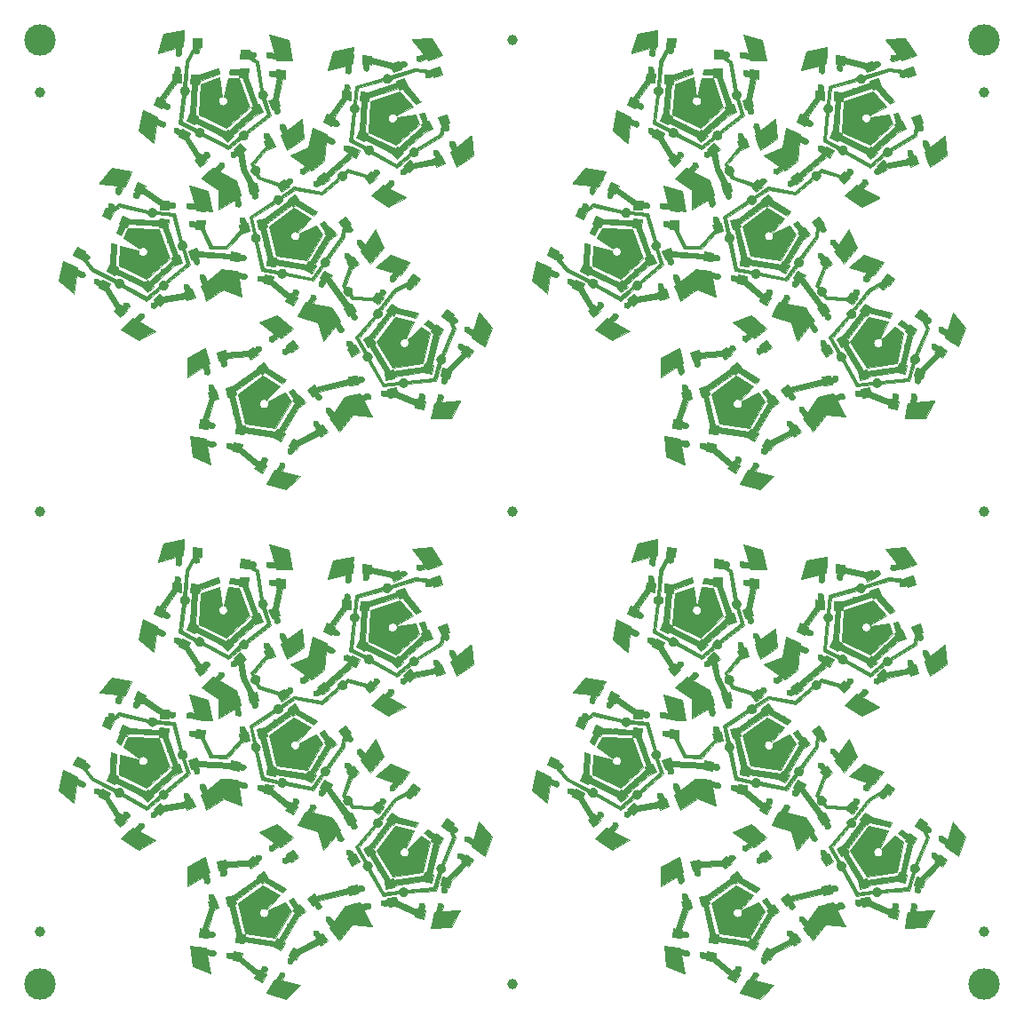
<source format=gtl>
G04 #@! TF.FileFunction,Copper,L1,Top,Signal*
%FSLAX46Y46*%
G04 Gerber Fmt 4.6, Leading zero omitted, Abs format (unit mm)*
G04 Created by KiCad (PCBNEW 4.0.4+dfsg1-stable) date Sat Feb  4 15:40:44 2017*
%MOMM*%
%LPD*%
G01*
G04 APERTURE LIST*
%ADD10C,0.100000*%
%ADD11C,0.002540*%
%ADD12C,1.000000*%
%ADD13C,3.000000*%
%ADD14C,0.600000*%
%ADD15C,0.250000*%
G04 APERTURE END LIST*
D10*
D11*
G36*
X18704560Y-4091940D02*
X16781780Y-4457700D01*
X16225520Y-6210300D01*
X16222980Y-6245860D01*
X17955260Y-5788660D01*
X17934940Y-6296660D01*
X17975580Y-6464300D01*
X18097500Y-6550660D01*
X18247360Y-6558280D01*
X18376900Y-6479540D01*
X18432780Y-6319520D01*
X18460720Y-5654040D01*
X18630900Y-5610860D01*
X18681700Y-4762500D01*
X18671540Y-4759960D01*
X18704560Y-4091940D01*
X18704560Y-4091940D01*
G37*
X18704560Y-4091940D02*
X16781780Y-4457700D01*
X16225520Y-6210300D01*
X16222980Y-6245860D01*
X17955260Y-5788660D01*
X17934940Y-6296660D01*
X17975580Y-6464300D01*
X18097500Y-6550660D01*
X18247360Y-6558280D01*
X18376900Y-6479540D01*
X18432780Y-6319520D01*
X18460720Y-5654040D01*
X18630900Y-5610860D01*
X18681700Y-4762500D01*
X18671540Y-4759960D01*
X18704560Y-4091940D01*
G36*
X63860680Y-4091940D02*
X61935360Y-4457700D01*
X61381640Y-6210300D01*
X61376560Y-6245860D01*
X63111380Y-5788660D01*
X63088520Y-6296660D01*
X63131700Y-6464300D01*
X63253620Y-6550660D01*
X63403480Y-6558280D01*
X63533020Y-6479540D01*
X63588900Y-6319520D01*
X63616840Y-5654040D01*
X63787020Y-5610860D01*
X63837820Y-4762500D01*
X63827660Y-4759960D01*
X63860680Y-4091940D01*
X63860680Y-4091940D01*
G37*
X63860680Y-4091940D02*
X61935360Y-4457700D01*
X61381640Y-6210300D01*
X61376560Y-6245860D01*
X63111380Y-5788660D01*
X63088520Y-6296660D01*
X63131700Y-6464300D01*
X63253620Y-6550660D01*
X63403480Y-6558280D01*
X63533020Y-6479540D01*
X63588900Y-6319520D01*
X63616840Y-5654040D01*
X63787020Y-5610860D01*
X63837820Y-4762500D01*
X63827660Y-4759960D01*
X63860680Y-4091940D01*
G36*
X26863040Y-4526280D02*
X27353260Y-6250940D01*
X26845260Y-6238240D01*
X26682700Y-6286500D01*
X26598880Y-6408420D01*
X26596340Y-6558280D01*
X26675080Y-6682740D01*
X26832560Y-6738620D01*
X27498040Y-6753860D01*
X27546300Y-6924040D01*
X28394660Y-6957060D01*
X28394660Y-6946900D01*
X29065220Y-6967220D01*
X28661360Y-5049520D01*
X26896060Y-4531360D01*
X26863040Y-4526280D01*
X26863040Y-4526280D01*
X26863040Y-4526280D01*
G37*
X26863040Y-4526280D02*
X27353260Y-6250940D01*
X26845260Y-6238240D01*
X26682700Y-6286500D01*
X26598880Y-6408420D01*
X26596340Y-6558280D01*
X26675080Y-6682740D01*
X26832560Y-6738620D01*
X27498040Y-6753860D01*
X27546300Y-6924040D01*
X28394660Y-6957060D01*
X28394660Y-6946900D01*
X29065220Y-6967220D01*
X28661360Y-5049520D01*
X26896060Y-4531360D01*
X26863040Y-4526280D01*
X26863040Y-4526280D01*
G36*
X72019160Y-4526280D02*
X72509380Y-6250940D01*
X71998840Y-6238240D01*
X71838820Y-6286500D01*
X71755000Y-6408420D01*
X71752460Y-6558280D01*
X71828660Y-6682740D01*
X71988680Y-6738620D01*
X72654160Y-6753860D01*
X72702420Y-6924040D01*
X73550780Y-6957060D01*
X73550780Y-6946900D01*
X74218800Y-6967220D01*
X73817480Y-5049520D01*
X72052180Y-4531360D01*
X72019160Y-4526280D01*
X72019160Y-4526280D01*
X72019160Y-4526280D01*
G37*
X72019160Y-4526280D02*
X72509380Y-6250940D01*
X71998840Y-6238240D01*
X71838820Y-6286500D01*
X71755000Y-6408420D01*
X71752460Y-6558280D01*
X71828660Y-6682740D01*
X71988680Y-6738620D01*
X72654160Y-6753860D01*
X72702420Y-6924040D01*
X73550780Y-6957060D01*
X73550780Y-6946900D01*
X74218800Y-6967220D01*
X73817480Y-5049520D01*
X72052180Y-4531360D01*
X72019160Y-4526280D01*
X72019160Y-4526280D01*
G36*
X42311320Y-4808220D02*
X40477440Y-4963160D01*
X40446960Y-4973320D01*
X41529000Y-6400800D01*
X41048940Y-6576060D01*
X40916860Y-6680200D01*
X40883840Y-6822440D01*
X40934640Y-6962140D01*
X41051480Y-7051040D01*
X41219120Y-7045960D01*
X41843960Y-6819900D01*
X41950640Y-6959600D01*
X42753280Y-6682740D01*
X42750740Y-6675120D01*
X43380660Y-6449060D01*
X42311320Y-4808220D01*
X42311320Y-4808220D01*
X42311320Y-4808220D01*
G37*
X42311320Y-4808220D02*
X40477440Y-4963160D01*
X40446960Y-4973320D01*
X41529000Y-6400800D01*
X41048940Y-6576060D01*
X40916860Y-6680200D01*
X40883840Y-6822440D01*
X40934640Y-6962140D01*
X41051480Y-7051040D01*
X41219120Y-7045960D01*
X41843960Y-6819900D01*
X41950640Y-6959600D01*
X42753280Y-6682740D01*
X42750740Y-6675120D01*
X43380660Y-6449060D01*
X42311320Y-4808220D01*
X42311320Y-4808220D01*
G36*
X87467440Y-4808220D02*
X85633560Y-4963160D01*
X85600540Y-4973320D01*
X86685120Y-6400800D01*
X86205060Y-6576060D01*
X86072980Y-6680200D01*
X86039960Y-6822440D01*
X86088220Y-6962140D01*
X86207600Y-7051040D01*
X86375240Y-7045960D01*
X87000080Y-6819900D01*
X87106760Y-6959600D01*
X87909400Y-6682740D01*
X87906860Y-6675120D01*
X88536780Y-6449060D01*
X87467440Y-4808220D01*
X87467440Y-4808220D01*
X87467440Y-4808220D01*
G37*
X87467440Y-4808220D02*
X85633560Y-4963160D01*
X85600540Y-4973320D01*
X86685120Y-6400800D01*
X86205060Y-6576060D01*
X86072980Y-6680200D01*
X86039960Y-6822440D01*
X86088220Y-6962140D01*
X86207600Y-7051040D01*
X86375240Y-7045960D01*
X87000080Y-6819900D01*
X87106760Y-6959600D01*
X87909400Y-6682740D01*
X87906860Y-6675120D01*
X88536780Y-6449060D01*
X87467440Y-4808220D01*
X87467440Y-4808220D01*
G36*
X19580860Y-4815840D02*
X19530060Y-5664200D01*
X19598640Y-5666740D01*
X18867120Y-7007860D01*
X18653760Y-9448800D01*
X18564860Y-9484360D01*
X18486120Y-9535160D01*
X18422620Y-9601200D01*
X18374360Y-9679940D01*
X18343880Y-9766300D01*
X18333720Y-9860280D01*
X18343880Y-9954260D01*
X18374360Y-10043160D01*
X18425160Y-10121900D01*
X18488660Y-10190480D01*
X18569940Y-10241280D01*
X18232120Y-12954000D01*
X19751040Y-13761720D01*
X19745960Y-13822680D01*
X19761200Y-13936980D01*
X19801840Y-14038580D01*
X19870420Y-14124940D01*
X19956780Y-14190980D01*
X20055840Y-14234160D01*
X20170140Y-14249400D01*
X20248880Y-14241780D01*
X20325080Y-14218920D01*
X20393660Y-14183360D01*
X20457160Y-14135100D01*
X22941280Y-15453360D01*
X24163020Y-14434820D01*
X24231600Y-14467840D01*
X24305260Y-14488160D01*
X24381460Y-14495780D01*
X24493220Y-14480540D01*
X24594820Y-14437360D01*
X24681180Y-14371320D01*
X24747220Y-14284960D01*
X24790400Y-14183360D01*
X24805640Y-14069060D01*
X24800560Y-14003020D01*
X24782780Y-13934440D01*
X26964640Y-12245340D01*
X26449020Y-10568940D01*
X26522680Y-10500360D01*
X26576020Y-10419080D01*
X26611580Y-10327640D01*
X26624280Y-10228580D01*
X26611580Y-10126980D01*
X26576020Y-10033000D01*
X26522680Y-9951720D01*
X26451560Y-9885680D01*
X26365200Y-9837420D01*
X26268680Y-9809480D01*
X25816560Y-7025640D01*
X25273000Y-6677660D01*
X25440640Y-6639560D01*
X25529540Y-6517640D01*
X25539700Y-6367780D01*
X25463500Y-6238240D01*
X25303480Y-6179820D01*
X24925020Y-6154420D01*
X24932640Y-5969000D01*
X24081740Y-5935980D01*
X24048720Y-6784340D01*
X24897080Y-6817360D01*
X24899620Y-6774180D01*
X25557480Y-7195820D01*
X25989280Y-9857740D01*
X25915620Y-9911080D01*
X25854660Y-9977120D01*
X25811480Y-10053320D01*
X25783540Y-10137140D01*
X25773380Y-10228580D01*
X25788620Y-10337800D01*
X25829260Y-10436860D01*
X25892760Y-10520680D01*
X25974040Y-10589260D01*
X26070560Y-10632440D01*
X26179780Y-10652760D01*
X26636980Y-12141200D01*
X24610060Y-13710920D01*
X24538940Y-13675360D01*
X24460200Y-13652500D01*
X24381460Y-13644880D01*
X24267160Y-13660120D01*
X24165560Y-13703300D01*
X24079200Y-13769340D01*
X24013160Y-13855700D01*
X23969980Y-13957300D01*
X23954740Y-14069060D01*
X23962360Y-14145260D01*
X23982680Y-14218920D01*
X22905720Y-15115540D01*
X20589240Y-13886180D01*
X20594320Y-13822680D01*
X20579080Y-13710920D01*
X20535900Y-13609320D01*
X20469860Y-13522960D01*
X20383500Y-13456920D01*
X20281900Y-13413740D01*
X20170140Y-13398500D01*
X20091400Y-13406120D01*
X20015200Y-13428980D01*
X19944080Y-13462000D01*
X19883120Y-13510260D01*
X18536920Y-12796520D01*
X18849340Y-10276840D01*
X18940780Y-10243820D01*
X19022060Y-10193020D01*
X19090640Y-10126980D01*
X19138900Y-10048240D01*
X19171920Y-9956800D01*
X19184620Y-9860280D01*
X19171920Y-9763760D01*
X19138900Y-9672320D01*
X19088100Y-9591040D01*
X19016980Y-9525000D01*
X18933160Y-9474200D01*
X19141440Y-7091680D01*
X19669760Y-6123940D01*
X19745960Y-6248400D01*
X19867880Y-6304280D01*
X19997420Y-6294120D01*
X20106640Y-6217920D01*
X20162520Y-6080760D01*
X20193000Y-5702300D01*
X20378420Y-5715000D01*
X20429220Y-4864100D01*
X19580860Y-4815840D01*
X19580860Y-4815840D01*
X19580860Y-4815840D01*
G37*
X19580860Y-4815840D02*
X19530060Y-5664200D01*
X19598640Y-5666740D01*
X18867120Y-7007860D01*
X18653760Y-9448800D01*
X18564860Y-9484360D01*
X18486120Y-9535160D01*
X18422620Y-9601200D01*
X18374360Y-9679940D01*
X18343880Y-9766300D01*
X18333720Y-9860280D01*
X18343880Y-9954260D01*
X18374360Y-10043160D01*
X18425160Y-10121900D01*
X18488660Y-10190480D01*
X18569940Y-10241280D01*
X18232120Y-12954000D01*
X19751040Y-13761720D01*
X19745960Y-13822680D01*
X19761200Y-13936980D01*
X19801840Y-14038580D01*
X19870420Y-14124940D01*
X19956780Y-14190980D01*
X20055840Y-14234160D01*
X20170140Y-14249400D01*
X20248880Y-14241780D01*
X20325080Y-14218920D01*
X20393660Y-14183360D01*
X20457160Y-14135100D01*
X22941280Y-15453360D01*
X24163020Y-14434820D01*
X24231600Y-14467840D01*
X24305260Y-14488160D01*
X24381460Y-14495780D01*
X24493220Y-14480540D01*
X24594820Y-14437360D01*
X24681180Y-14371320D01*
X24747220Y-14284960D01*
X24790400Y-14183360D01*
X24805640Y-14069060D01*
X24800560Y-14003020D01*
X24782780Y-13934440D01*
X26964640Y-12245340D01*
X26449020Y-10568940D01*
X26522680Y-10500360D01*
X26576020Y-10419080D01*
X26611580Y-10327640D01*
X26624280Y-10228580D01*
X26611580Y-10126980D01*
X26576020Y-10033000D01*
X26522680Y-9951720D01*
X26451560Y-9885680D01*
X26365200Y-9837420D01*
X26268680Y-9809480D01*
X25816560Y-7025640D01*
X25273000Y-6677660D01*
X25440640Y-6639560D01*
X25529540Y-6517640D01*
X25539700Y-6367780D01*
X25463500Y-6238240D01*
X25303480Y-6179820D01*
X24925020Y-6154420D01*
X24932640Y-5969000D01*
X24081740Y-5935980D01*
X24048720Y-6784340D01*
X24897080Y-6817360D01*
X24899620Y-6774180D01*
X25557480Y-7195820D01*
X25989280Y-9857740D01*
X25915620Y-9911080D01*
X25854660Y-9977120D01*
X25811480Y-10053320D01*
X25783540Y-10137140D01*
X25773380Y-10228580D01*
X25788620Y-10337800D01*
X25829260Y-10436860D01*
X25892760Y-10520680D01*
X25974040Y-10589260D01*
X26070560Y-10632440D01*
X26179780Y-10652760D01*
X26636980Y-12141200D01*
X24610060Y-13710920D01*
X24538940Y-13675360D01*
X24460200Y-13652500D01*
X24381460Y-13644880D01*
X24267160Y-13660120D01*
X24165560Y-13703300D01*
X24079200Y-13769340D01*
X24013160Y-13855700D01*
X23969980Y-13957300D01*
X23954740Y-14069060D01*
X23962360Y-14145260D01*
X23982680Y-14218920D01*
X22905720Y-15115540D01*
X20589240Y-13886180D01*
X20594320Y-13822680D01*
X20579080Y-13710920D01*
X20535900Y-13609320D01*
X20469860Y-13522960D01*
X20383500Y-13456920D01*
X20281900Y-13413740D01*
X20170140Y-13398500D01*
X20091400Y-13406120D01*
X20015200Y-13428980D01*
X19944080Y-13462000D01*
X19883120Y-13510260D01*
X18536920Y-12796520D01*
X18849340Y-10276840D01*
X18940780Y-10243820D01*
X19022060Y-10193020D01*
X19090640Y-10126980D01*
X19138900Y-10048240D01*
X19171920Y-9956800D01*
X19184620Y-9860280D01*
X19171920Y-9763760D01*
X19138900Y-9672320D01*
X19088100Y-9591040D01*
X19016980Y-9525000D01*
X18933160Y-9474200D01*
X19141440Y-7091680D01*
X19669760Y-6123940D01*
X19745960Y-6248400D01*
X19867880Y-6304280D01*
X19997420Y-6294120D01*
X20106640Y-6217920D01*
X20162520Y-6080760D01*
X20193000Y-5702300D01*
X20378420Y-5715000D01*
X20429220Y-4864100D01*
X19580860Y-4815840D01*
X19580860Y-4815840D01*
G36*
X64736980Y-4815840D02*
X64686180Y-5664200D01*
X64754760Y-5666740D01*
X64020700Y-7007860D01*
X63807340Y-9448800D01*
X63718440Y-9484360D01*
X63642240Y-9535160D01*
X63578740Y-9601200D01*
X63530480Y-9679940D01*
X63500000Y-9766300D01*
X63489840Y-9860280D01*
X63500000Y-9954260D01*
X63530480Y-10043160D01*
X63578740Y-10121900D01*
X63644780Y-10190480D01*
X63726060Y-10241280D01*
X63388240Y-12954000D01*
X64904620Y-13761720D01*
X64899540Y-13822680D01*
X64914780Y-13936980D01*
X64957960Y-14038580D01*
X65024000Y-14124940D01*
X65110360Y-14190980D01*
X65211960Y-14234160D01*
X65326260Y-14249400D01*
X65405000Y-14241780D01*
X65481200Y-14218920D01*
X65549780Y-14183360D01*
X65613280Y-14135100D01*
X68097400Y-15453360D01*
X69319140Y-14434820D01*
X69387720Y-14467840D01*
X69461380Y-14488160D01*
X69537580Y-14495780D01*
X69649340Y-14480540D01*
X69750940Y-14437360D01*
X69837300Y-14371320D01*
X69903340Y-14284960D01*
X69946520Y-14183360D01*
X69961760Y-14069060D01*
X69956680Y-14003020D01*
X69938900Y-13934440D01*
X72118220Y-12245340D01*
X71605140Y-10568940D01*
X71678800Y-10500360D01*
X71732140Y-10419080D01*
X71767700Y-10327640D01*
X71777860Y-10228580D01*
X71767700Y-10126980D01*
X71732140Y-10033000D01*
X71678800Y-9951720D01*
X71607680Y-9885680D01*
X71521320Y-9837420D01*
X71422260Y-9809480D01*
X70970140Y-7025640D01*
X70426580Y-6677660D01*
X70594220Y-6639560D01*
X70685660Y-6517640D01*
X70695820Y-6367780D01*
X70619620Y-6238240D01*
X70459600Y-6179820D01*
X70078600Y-6154420D01*
X70086220Y-5969000D01*
X69237860Y-5935980D01*
X69204840Y-6784340D01*
X70053200Y-6817360D01*
X70055740Y-6774180D01*
X70713600Y-7195820D01*
X71145400Y-9857740D01*
X71071740Y-9911080D01*
X71010780Y-9977120D01*
X70965060Y-10053320D01*
X70937120Y-10137140D01*
X70929500Y-10228580D01*
X70942200Y-10337800D01*
X70982840Y-10436860D01*
X71046340Y-10520680D01*
X71130160Y-10589260D01*
X71226680Y-10632440D01*
X71335900Y-10652760D01*
X71793100Y-12141200D01*
X69766180Y-13710920D01*
X69695060Y-13675360D01*
X69616320Y-13652500D01*
X69537580Y-13644880D01*
X69423280Y-13660120D01*
X69321680Y-13703300D01*
X69235320Y-13769340D01*
X69169280Y-13855700D01*
X69126100Y-13957300D01*
X69110860Y-14069060D01*
X69118480Y-14145260D01*
X69138800Y-14218920D01*
X68061840Y-15115540D01*
X65745360Y-13886180D01*
X65750440Y-13822680D01*
X65735200Y-13710920D01*
X65692020Y-13609320D01*
X65625980Y-13522960D01*
X65539620Y-13456920D01*
X65438020Y-13413740D01*
X65326260Y-13398500D01*
X65247520Y-13406120D01*
X65171320Y-13428980D01*
X65100200Y-13462000D01*
X65036700Y-13510260D01*
X63693040Y-12796520D01*
X64005460Y-10276840D01*
X64096900Y-10243820D01*
X64178180Y-10193020D01*
X64244220Y-10126980D01*
X64295020Y-10048240D01*
X64328040Y-9956800D01*
X64338200Y-9860280D01*
X64328040Y-9763760D01*
X64295020Y-9672320D01*
X64241680Y-9591040D01*
X64173100Y-9525000D01*
X64089280Y-9474200D01*
X64297560Y-7091680D01*
X64825880Y-6123940D01*
X64902080Y-6248400D01*
X65024000Y-6304280D01*
X65153540Y-6294120D01*
X65262760Y-6217920D01*
X65316100Y-6080760D01*
X65349120Y-5702300D01*
X65534540Y-5715000D01*
X65585340Y-4864100D01*
X64736980Y-4815840D01*
X64736980Y-4815840D01*
X64736980Y-4815840D01*
G37*
X64736980Y-4815840D02*
X64686180Y-5664200D01*
X64754760Y-5666740D01*
X64020700Y-7007860D01*
X63807340Y-9448800D01*
X63718440Y-9484360D01*
X63642240Y-9535160D01*
X63578740Y-9601200D01*
X63530480Y-9679940D01*
X63500000Y-9766300D01*
X63489840Y-9860280D01*
X63500000Y-9954260D01*
X63530480Y-10043160D01*
X63578740Y-10121900D01*
X63644780Y-10190480D01*
X63726060Y-10241280D01*
X63388240Y-12954000D01*
X64904620Y-13761720D01*
X64899540Y-13822680D01*
X64914780Y-13936980D01*
X64957960Y-14038580D01*
X65024000Y-14124940D01*
X65110360Y-14190980D01*
X65211960Y-14234160D01*
X65326260Y-14249400D01*
X65405000Y-14241780D01*
X65481200Y-14218920D01*
X65549780Y-14183360D01*
X65613280Y-14135100D01*
X68097400Y-15453360D01*
X69319140Y-14434820D01*
X69387720Y-14467840D01*
X69461380Y-14488160D01*
X69537580Y-14495780D01*
X69649340Y-14480540D01*
X69750940Y-14437360D01*
X69837300Y-14371320D01*
X69903340Y-14284960D01*
X69946520Y-14183360D01*
X69961760Y-14069060D01*
X69956680Y-14003020D01*
X69938900Y-13934440D01*
X72118220Y-12245340D01*
X71605140Y-10568940D01*
X71678800Y-10500360D01*
X71732140Y-10419080D01*
X71767700Y-10327640D01*
X71777860Y-10228580D01*
X71767700Y-10126980D01*
X71732140Y-10033000D01*
X71678800Y-9951720D01*
X71607680Y-9885680D01*
X71521320Y-9837420D01*
X71422260Y-9809480D01*
X70970140Y-7025640D01*
X70426580Y-6677660D01*
X70594220Y-6639560D01*
X70685660Y-6517640D01*
X70695820Y-6367780D01*
X70619620Y-6238240D01*
X70459600Y-6179820D01*
X70078600Y-6154420D01*
X70086220Y-5969000D01*
X69237860Y-5935980D01*
X69204840Y-6784340D01*
X70053200Y-6817360D01*
X70055740Y-6774180D01*
X70713600Y-7195820D01*
X71145400Y-9857740D01*
X71071740Y-9911080D01*
X71010780Y-9977120D01*
X70965060Y-10053320D01*
X70937120Y-10137140D01*
X70929500Y-10228580D01*
X70942200Y-10337800D01*
X70982840Y-10436860D01*
X71046340Y-10520680D01*
X71130160Y-10589260D01*
X71226680Y-10632440D01*
X71335900Y-10652760D01*
X71793100Y-12141200D01*
X69766180Y-13710920D01*
X69695060Y-13675360D01*
X69616320Y-13652500D01*
X69537580Y-13644880D01*
X69423280Y-13660120D01*
X69321680Y-13703300D01*
X69235320Y-13769340D01*
X69169280Y-13855700D01*
X69126100Y-13957300D01*
X69110860Y-14069060D01*
X69118480Y-14145260D01*
X69138800Y-14218920D01*
X68061840Y-15115540D01*
X65745360Y-13886180D01*
X65750440Y-13822680D01*
X65735200Y-13710920D01*
X65692020Y-13609320D01*
X65625980Y-13522960D01*
X65539620Y-13456920D01*
X65438020Y-13413740D01*
X65326260Y-13398500D01*
X65247520Y-13406120D01*
X65171320Y-13428980D01*
X65100200Y-13462000D01*
X65036700Y-13510260D01*
X63693040Y-12796520D01*
X64005460Y-10276840D01*
X64096900Y-10243820D01*
X64178180Y-10193020D01*
X64244220Y-10126980D01*
X64295020Y-10048240D01*
X64328040Y-9956800D01*
X64338200Y-9860280D01*
X64328040Y-9763760D01*
X64295020Y-9672320D01*
X64241680Y-9591040D01*
X64173100Y-9525000D01*
X64089280Y-9474200D01*
X64297560Y-7091680D01*
X64825880Y-6123940D01*
X64902080Y-6248400D01*
X65024000Y-6304280D01*
X65153540Y-6294120D01*
X65262760Y-6217920D01*
X65316100Y-6080760D01*
X65349120Y-5702300D01*
X65534540Y-5715000D01*
X65585340Y-4864100D01*
X64736980Y-4815840D01*
X64736980Y-4815840D01*
G36*
X34853880Y-5732780D02*
X32928560Y-6101080D01*
X32377380Y-7856220D01*
X32374840Y-7891780D01*
X34107120Y-7429500D01*
X34086800Y-7940040D01*
X34132520Y-8102600D01*
X34251900Y-8186420D01*
X34399220Y-8191500D01*
X34528760Y-8117840D01*
X34587180Y-7960360D01*
X34612580Y-7294880D01*
X34782760Y-7249160D01*
X34831020Y-6400800D01*
X34820860Y-6400800D01*
X34853880Y-5732780D01*
X34853880Y-5732780D01*
X34853880Y-5732780D01*
G37*
X34853880Y-5732780D02*
X32928560Y-6101080D01*
X32377380Y-7856220D01*
X32374840Y-7891780D01*
X34107120Y-7429500D01*
X34086800Y-7940040D01*
X34132520Y-8102600D01*
X34251900Y-8186420D01*
X34399220Y-8191500D01*
X34528760Y-8117840D01*
X34587180Y-7960360D01*
X34612580Y-7294880D01*
X34782760Y-7249160D01*
X34831020Y-6400800D01*
X34820860Y-6400800D01*
X34853880Y-5732780D01*
X34853880Y-5732780D01*
G36*
X80007460Y-5732780D02*
X78084680Y-6101080D01*
X77533500Y-7856220D01*
X77528420Y-7891780D01*
X79263240Y-7429500D01*
X79240380Y-7940040D01*
X79286100Y-8102600D01*
X79408020Y-8186420D01*
X79555340Y-8191500D01*
X79682340Y-8117840D01*
X79740760Y-7960360D01*
X79768700Y-7294880D01*
X79938880Y-7249160D01*
X79987140Y-6400800D01*
X79976980Y-6400800D01*
X80007460Y-5732780D01*
X80007460Y-5732780D01*
X80007460Y-5732780D01*
G37*
X80007460Y-5732780D02*
X78084680Y-6101080D01*
X77533500Y-7856220D01*
X77528420Y-7891780D01*
X79263240Y-7429500D01*
X79240380Y-7940040D01*
X79286100Y-8102600D01*
X79408020Y-8186420D01*
X79555340Y-8191500D01*
X79682340Y-8117840D01*
X79740760Y-7960360D01*
X79768700Y-7294880D01*
X79938880Y-7249160D01*
X79987140Y-6400800D01*
X79976980Y-6400800D01*
X80007460Y-5732780D01*
X80007460Y-5732780D01*
G36*
X35730180Y-6454140D02*
X35681920Y-7302500D01*
X35844480Y-7310120D01*
X35814000Y-7678420D01*
X35854640Y-7840980D01*
X35971480Y-7929880D01*
X36118800Y-7942580D01*
X36248340Y-7874000D01*
X36314380Y-7719060D01*
X36344860Y-7340600D01*
X36530280Y-7350760D01*
X36535360Y-7254240D01*
X38511480Y-7719060D01*
X38641020Y-8097520D01*
X39443660Y-7820660D01*
X39390320Y-7665720D01*
X39740840Y-7553960D01*
X39878000Y-7454900D01*
X39916100Y-7312660D01*
X39872920Y-7172960D01*
X39758620Y-7078980D01*
X39590980Y-7076440D01*
X39227760Y-7190740D01*
X39169340Y-7015480D01*
X38572440Y-7221220D01*
X36563300Y-6746240D01*
X36578540Y-6502400D01*
X35730180Y-6454140D01*
X35730180Y-6454140D01*
X35730180Y-6454140D01*
G37*
X35730180Y-6454140D02*
X35681920Y-7302500D01*
X35844480Y-7310120D01*
X35814000Y-7678420D01*
X35854640Y-7840980D01*
X35971480Y-7929880D01*
X36118800Y-7942580D01*
X36248340Y-7874000D01*
X36314380Y-7719060D01*
X36344860Y-7340600D01*
X36530280Y-7350760D01*
X36535360Y-7254240D01*
X38511480Y-7719060D01*
X38641020Y-8097520D01*
X39443660Y-7820660D01*
X39390320Y-7665720D01*
X39740840Y-7553960D01*
X39878000Y-7454900D01*
X39916100Y-7312660D01*
X39872920Y-7172960D01*
X39758620Y-7078980D01*
X39590980Y-7076440D01*
X39227760Y-7190740D01*
X39169340Y-7015480D01*
X38572440Y-7221220D01*
X36563300Y-6746240D01*
X36578540Y-6502400D01*
X35730180Y-6454140D01*
X35730180Y-6454140D01*
G36*
X80883760Y-6454140D02*
X80835500Y-7302500D01*
X81000600Y-7310120D01*
X80970120Y-7678420D01*
X81008220Y-7840980D01*
X81125060Y-7929880D01*
X81274920Y-7942580D01*
X81404460Y-7874000D01*
X81467960Y-7719060D01*
X81500980Y-7340600D01*
X81686400Y-7350760D01*
X81691480Y-7254240D01*
X83667600Y-7719060D01*
X83794600Y-8097520D01*
X84599780Y-7820660D01*
X84546440Y-7665720D01*
X84896960Y-7553960D01*
X85034120Y-7454900D01*
X85072220Y-7312660D01*
X85029040Y-7172960D01*
X84914740Y-7078980D01*
X84747100Y-7076440D01*
X84383880Y-7190740D01*
X84322920Y-7015480D01*
X83728560Y-7221220D01*
X81719420Y-6746240D01*
X81734660Y-6502400D01*
X80883760Y-6454140D01*
X80883760Y-6454140D01*
X80883760Y-6454140D01*
G37*
X80883760Y-6454140D02*
X80835500Y-7302500D01*
X81000600Y-7310120D01*
X80970120Y-7678420D01*
X81008220Y-7840980D01*
X81125060Y-7929880D01*
X81274920Y-7942580D01*
X81404460Y-7874000D01*
X81467960Y-7719060D01*
X81500980Y-7340600D01*
X81686400Y-7350760D01*
X81691480Y-7254240D01*
X83667600Y-7719060D01*
X83794600Y-8097520D01*
X84599780Y-7820660D01*
X84546440Y-7665720D01*
X84896960Y-7553960D01*
X85034120Y-7454900D01*
X85072220Y-7312660D01*
X85029040Y-7172960D01*
X84914740Y-7078980D01*
X84747100Y-7076440D01*
X84383880Y-7190740D01*
X84322920Y-7015480D01*
X83728560Y-7221220D01*
X81719420Y-6746240D01*
X81734660Y-6502400D01*
X80883760Y-6454140D01*
X80883760Y-6454140D01*
G36*
X43045380Y-7533640D02*
X42242740Y-7810500D01*
X42265600Y-7876540D01*
X40746680Y-7708900D01*
X38404800Y-8440420D01*
X38338760Y-8369300D01*
X38254940Y-8315960D01*
X38163500Y-8282940D01*
X38066980Y-8270240D01*
X37957760Y-8285480D01*
X37861240Y-8323580D01*
X37774880Y-8384540D01*
X37708840Y-8463280D01*
X37663120Y-8559800D01*
X37642800Y-8666480D01*
X35006280Y-9387840D01*
X34838640Y-11097260D01*
X34749740Y-11130280D01*
X34671000Y-11181080D01*
X34607500Y-11247120D01*
X34556700Y-11325860D01*
X34526220Y-11414760D01*
X34516060Y-11508740D01*
X34526220Y-11605260D01*
X34559240Y-11696700D01*
X34610040Y-11775440D01*
X34678620Y-11841480D01*
X34762440Y-11894820D01*
X34488120Y-14691360D01*
X35895280Y-15433040D01*
X35890200Y-15496540D01*
X35905440Y-15608300D01*
X35948620Y-15709900D01*
X36014660Y-15796260D01*
X36101020Y-15862300D01*
X36202620Y-15905480D01*
X36314380Y-15920720D01*
X36415980Y-15908020D01*
X36509960Y-15875000D01*
X36593780Y-15816580D01*
X38986460Y-17190720D01*
X40370760Y-16052800D01*
X40439340Y-16085820D01*
X40513000Y-16106140D01*
X40589200Y-16113760D01*
X40703500Y-16098520D01*
X40805100Y-16055340D01*
X40891460Y-15989300D01*
X40957500Y-15902940D01*
X41000680Y-15801340D01*
X41015920Y-15689580D01*
X41005760Y-15598140D01*
X43375580Y-14142720D01*
X43489880Y-13505180D01*
X43591480Y-13642340D01*
X43733720Y-13677900D01*
X43873420Y-13629640D01*
X43964860Y-13512800D01*
X43964860Y-13345160D01*
X43842940Y-12984480D01*
X44015660Y-12920980D01*
X43723560Y-12123420D01*
X42926000Y-12415520D01*
X43218100Y-13213080D01*
X43258740Y-13197840D01*
X43119040Y-13967460D01*
X40858440Y-15359380D01*
X40777160Y-15308580D01*
X40685720Y-15275560D01*
X40589200Y-15265400D01*
X40477440Y-15280640D01*
X40375840Y-15321280D01*
X40289480Y-15389860D01*
X40223440Y-15473680D01*
X40180260Y-15575280D01*
X40165020Y-15689580D01*
X40172640Y-15763240D01*
X40190420Y-15834360D01*
X38958520Y-16847820D01*
X36733480Y-15572740D01*
X36741100Y-15496540D01*
X36725860Y-15382240D01*
X36682680Y-15280640D01*
X36616640Y-15196820D01*
X36530280Y-15128240D01*
X36428680Y-15087600D01*
X36314380Y-15072360D01*
X36235640Y-15079980D01*
X36159440Y-15100300D01*
X36090860Y-15135860D01*
X36027360Y-15184120D01*
X34787840Y-14531340D01*
X35041840Y-11920220D01*
X35130740Y-11887200D01*
X35209480Y-11836400D01*
X35275520Y-11770360D01*
X35323780Y-11691620D01*
X35354260Y-11605260D01*
X35366960Y-11508740D01*
X35354260Y-11412220D01*
X35321240Y-11323320D01*
X35270440Y-11242040D01*
X35204400Y-11176000D01*
X35120580Y-11125200D01*
X35267900Y-9608820D01*
X37716460Y-8938260D01*
X37785040Y-9014460D01*
X37868860Y-9072880D01*
X37962840Y-9108440D01*
X38066980Y-9121140D01*
X38176200Y-9105900D01*
X38275260Y-9065260D01*
X38361620Y-9001760D01*
X38427660Y-8917940D01*
X38470840Y-8821420D01*
X38491160Y-8709660D01*
X40774620Y-7995920D01*
X41871900Y-8115300D01*
X41783000Y-8234680D01*
X41775380Y-8366760D01*
X41836340Y-8486140D01*
X41948100Y-8557260D01*
X42097960Y-8554720D01*
X42458640Y-8437880D01*
X42519600Y-8613140D01*
X43322240Y-8338820D01*
X43045380Y-7533640D01*
X43045380Y-7533640D01*
X43045380Y-7533640D01*
G37*
X43045380Y-7533640D02*
X42242740Y-7810500D01*
X42265600Y-7876540D01*
X40746680Y-7708900D01*
X38404800Y-8440420D01*
X38338760Y-8369300D01*
X38254940Y-8315960D01*
X38163500Y-8282940D01*
X38066980Y-8270240D01*
X37957760Y-8285480D01*
X37861240Y-8323580D01*
X37774880Y-8384540D01*
X37708840Y-8463280D01*
X37663120Y-8559800D01*
X37642800Y-8666480D01*
X35006280Y-9387840D01*
X34838640Y-11097260D01*
X34749740Y-11130280D01*
X34671000Y-11181080D01*
X34607500Y-11247120D01*
X34556700Y-11325860D01*
X34526220Y-11414760D01*
X34516060Y-11508740D01*
X34526220Y-11605260D01*
X34559240Y-11696700D01*
X34610040Y-11775440D01*
X34678620Y-11841480D01*
X34762440Y-11894820D01*
X34488120Y-14691360D01*
X35895280Y-15433040D01*
X35890200Y-15496540D01*
X35905440Y-15608300D01*
X35948620Y-15709900D01*
X36014660Y-15796260D01*
X36101020Y-15862300D01*
X36202620Y-15905480D01*
X36314380Y-15920720D01*
X36415980Y-15908020D01*
X36509960Y-15875000D01*
X36593780Y-15816580D01*
X38986460Y-17190720D01*
X40370760Y-16052800D01*
X40439340Y-16085820D01*
X40513000Y-16106140D01*
X40589200Y-16113760D01*
X40703500Y-16098520D01*
X40805100Y-16055340D01*
X40891460Y-15989300D01*
X40957500Y-15902940D01*
X41000680Y-15801340D01*
X41015920Y-15689580D01*
X41005760Y-15598140D01*
X43375580Y-14142720D01*
X43489880Y-13505180D01*
X43591480Y-13642340D01*
X43733720Y-13677900D01*
X43873420Y-13629640D01*
X43964860Y-13512800D01*
X43964860Y-13345160D01*
X43842940Y-12984480D01*
X44015660Y-12920980D01*
X43723560Y-12123420D01*
X42926000Y-12415520D01*
X43218100Y-13213080D01*
X43258740Y-13197840D01*
X43119040Y-13967460D01*
X40858440Y-15359380D01*
X40777160Y-15308580D01*
X40685720Y-15275560D01*
X40589200Y-15265400D01*
X40477440Y-15280640D01*
X40375840Y-15321280D01*
X40289480Y-15389860D01*
X40223440Y-15473680D01*
X40180260Y-15575280D01*
X40165020Y-15689580D01*
X40172640Y-15763240D01*
X40190420Y-15834360D01*
X38958520Y-16847820D01*
X36733480Y-15572740D01*
X36741100Y-15496540D01*
X36725860Y-15382240D01*
X36682680Y-15280640D01*
X36616640Y-15196820D01*
X36530280Y-15128240D01*
X36428680Y-15087600D01*
X36314380Y-15072360D01*
X36235640Y-15079980D01*
X36159440Y-15100300D01*
X36090860Y-15135860D01*
X36027360Y-15184120D01*
X34787840Y-14531340D01*
X35041840Y-11920220D01*
X35130740Y-11887200D01*
X35209480Y-11836400D01*
X35275520Y-11770360D01*
X35323780Y-11691620D01*
X35354260Y-11605260D01*
X35366960Y-11508740D01*
X35354260Y-11412220D01*
X35321240Y-11323320D01*
X35270440Y-11242040D01*
X35204400Y-11176000D01*
X35120580Y-11125200D01*
X35267900Y-9608820D01*
X37716460Y-8938260D01*
X37785040Y-9014460D01*
X37868860Y-9072880D01*
X37962840Y-9108440D01*
X38066980Y-9121140D01*
X38176200Y-9105900D01*
X38275260Y-9065260D01*
X38361620Y-9001760D01*
X38427660Y-8917940D01*
X38470840Y-8821420D01*
X38491160Y-8709660D01*
X40774620Y-7995920D01*
X41871900Y-8115300D01*
X41783000Y-8234680D01*
X41775380Y-8366760D01*
X41836340Y-8486140D01*
X41948100Y-8557260D01*
X42097960Y-8554720D01*
X42458640Y-8437880D01*
X42519600Y-8613140D01*
X43322240Y-8338820D01*
X43045380Y-7533640D01*
X43045380Y-7533640D01*
G36*
X88201500Y-7533640D02*
X87398860Y-7810500D01*
X87421720Y-7876540D01*
X85902800Y-7708900D01*
X83560920Y-8440420D01*
X83492340Y-8369300D01*
X83411060Y-8315960D01*
X83319620Y-8282940D01*
X83220560Y-8270240D01*
X83113880Y-8285480D01*
X83014820Y-8323580D01*
X82931000Y-8384540D01*
X82864960Y-8463280D01*
X82819240Y-8559800D01*
X82796380Y-8666480D01*
X80162400Y-9387840D01*
X79994760Y-11097260D01*
X79905860Y-11130280D01*
X79827120Y-11181080D01*
X79761080Y-11247120D01*
X79712820Y-11325860D01*
X79682340Y-11414760D01*
X79672180Y-11508740D01*
X79682340Y-11605260D01*
X79715360Y-11696700D01*
X79766160Y-11775440D01*
X79834740Y-11841480D01*
X79916020Y-11894820D01*
X79644240Y-14691360D01*
X81051400Y-15433040D01*
X81046320Y-15496540D01*
X81061560Y-15608300D01*
X81104740Y-15709900D01*
X81170780Y-15796260D01*
X81257140Y-15862300D01*
X81358740Y-15905480D01*
X81470500Y-15920720D01*
X81572100Y-15908020D01*
X81666080Y-15875000D01*
X81749900Y-15816580D01*
X84142580Y-17190720D01*
X85526880Y-16052800D01*
X85595460Y-16085820D01*
X85669120Y-16106140D01*
X85745320Y-16113760D01*
X85859620Y-16098520D01*
X85961220Y-16055340D01*
X86047580Y-15989300D01*
X86113620Y-15902940D01*
X86156800Y-15801340D01*
X86172040Y-15689580D01*
X86161880Y-15598140D01*
X88531700Y-14142720D01*
X88646000Y-13505180D01*
X88747600Y-13642340D01*
X88889840Y-13677900D01*
X89029540Y-13629640D01*
X89120980Y-13512800D01*
X89118440Y-13345160D01*
X88996520Y-12984480D01*
X89171780Y-12920980D01*
X88879680Y-12123420D01*
X88082120Y-12415520D01*
X88374220Y-13213080D01*
X88414860Y-13197840D01*
X88275160Y-13967460D01*
X86012020Y-15359380D01*
X85933280Y-15308580D01*
X85841840Y-15275560D01*
X85745320Y-15265400D01*
X85633560Y-15280640D01*
X85531960Y-15321280D01*
X85445600Y-15389860D01*
X85379560Y-15473680D01*
X85336380Y-15575280D01*
X85321140Y-15689580D01*
X85328760Y-15763240D01*
X85346540Y-15834360D01*
X84112100Y-16847820D01*
X81889600Y-15572740D01*
X81894680Y-15496540D01*
X81879440Y-15382240D01*
X81838800Y-15280640D01*
X81770220Y-15196820D01*
X81686400Y-15128240D01*
X81584800Y-15087600D01*
X81470500Y-15072360D01*
X81391760Y-15079980D01*
X81315560Y-15100300D01*
X81244440Y-15135860D01*
X81183480Y-15184120D01*
X79943960Y-14531340D01*
X80197960Y-11920220D01*
X80286860Y-11887200D01*
X80365600Y-11836400D01*
X80431640Y-11770360D01*
X80479900Y-11691620D01*
X80510380Y-11605260D01*
X80520540Y-11508740D01*
X80510380Y-11412220D01*
X80477360Y-11323320D01*
X80426560Y-11242040D01*
X80357980Y-11176000D01*
X80276700Y-11125200D01*
X80424020Y-9608820D01*
X82872580Y-8938260D01*
X82941160Y-9014460D01*
X83024980Y-9072880D01*
X83118960Y-9108440D01*
X83220560Y-9121140D01*
X83332320Y-9105900D01*
X83431380Y-9065260D01*
X83515200Y-9001760D01*
X83583780Y-8917940D01*
X83626960Y-8821420D01*
X83644740Y-8709660D01*
X85930740Y-7995920D01*
X87025480Y-8115300D01*
X86936580Y-8234680D01*
X86931500Y-8366760D01*
X86992460Y-8486140D01*
X87104220Y-8557260D01*
X87251540Y-8554720D01*
X87614760Y-8437880D01*
X87675720Y-8613140D01*
X88478360Y-8338820D01*
X88201500Y-7533640D01*
X88201500Y-7533640D01*
X88201500Y-7533640D01*
G37*
X88201500Y-7533640D02*
X87398860Y-7810500D01*
X87421720Y-7876540D01*
X85902800Y-7708900D01*
X83560920Y-8440420D01*
X83492340Y-8369300D01*
X83411060Y-8315960D01*
X83319620Y-8282940D01*
X83220560Y-8270240D01*
X83113880Y-8285480D01*
X83014820Y-8323580D01*
X82931000Y-8384540D01*
X82864960Y-8463280D01*
X82819240Y-8559800D01*
X82796380Y-8666480D01*
X80162400Y-9387840D01*
X79994760Y-11097260D01*
X79905860Y-11130280D01*
X79827120Y-11181080D01*
X79761080Y-11247120D01*
X79712820Y-11325860D01*
X79682340Y-11414760D01*
X79672180Y-11508740D01*
X79682340Y-11605260D01*
X79715360Y-11696700D01*
X79766160Y-11775440D01*
X79834740Y-11841480D01*
X79916020Y-11894820D01*
X79644240Y-14691360D01*
X81051400Y-15433040D01*
X81046320Y-15496540D01*
X81061560Y-15608300D01*
X81104740Y-15709900D01*
X81170780Y-15796260D01*
X81257140Y-15862300D01*
X81358740Y-15905480D01*
X81470500Y-15920720D01*
X81572100Y-15908020D01*
X81666080Y-15875000D01*
X81749900Y-15816580D01*
X84142580Y-17190720D01*
X85526880Y-16052800D01*
X85595460Y-16085820D01*
X85669120Y-16106140D01*
X85745320Y-16113760D01*
X85859620Y-16098520D01*
X85961220Y-16055340D01*
X86047580Y-15989300D01*
X86113620Y-15902940D01*
X86156800Y-15801340D01*
X86172040Y-15689580D01*
X86161880Y-15598140D01*
X88531700Y-14142720D01*
X88646000Y-13505180D01*
X88747600Y-13642340D01*
X88889840Y-13677900D01*
X89029540Y-13629640D01*
X89120980Y-13512800D01*
X89118440Y-13345160D01*
X88996520Y-12984480D01*
X89171780Y-12920980D01*
X88879680Y-12123420D01*
X88082120Y-12415520D01*
X88374220Y-13213080D01*
X88414860Y-13197840D01*
X88275160Y-13967460D01*
X86012020Y-15359380D01*
X85933280Y-15308580D01*
X85841840Y-15275560D01*
X85745320Y-15265400D01*
X85633560Y-15280640D01*
X85531960Y-15321280D01*
X85445600Y-15389860D01*
X85379560Y-15473680D01*
X85336380Y-15575280D01*
X85321140Y-15689580D01*
X85328760Y-15763240D01*
X85346540Y-15834360D01*
X84112100Y-16847820D01*
X81889600Y-15572740D01*
X81894680Y-15496540D01*
X81879440Y-15382240D01*
X81838800Y-15280640D01*
X81770220Y-15196820D01*
X81686400Y-15128240D01*
X81584800Y-15087600D01*
X81470500Y-15072360D01*
X81391760Y-15079980D01*
X81315560Y-15100300D01*
X81244440Y-15135860D01*
X81183480Y-15184120D01*
X79943960Y-14531340D01*
X80197960Y-11920220D01*
X80286860Y-11887200D01*
X80365600Y-11836400D01*
X80431640Y-11770360D01*
X80479900Y-11691620D01*
X80510380Y-11605260D01*
X80520540Y-11508740D01*
X80510380Y-11412220D01*
X80477360Y-11323320D01*
X80426560Y-11242040D01*
X80357980Y-11176000D01*
X80276700Y-11125200D01*
X80424020Y-9608820D01*
X82872580Y-8938260D01*
X82941160Y-9014460D01*
X83024980Y-9072880D01*
X83118960Y-9108440D01*
X83220560Y-9121140D01*
X83332320Y-9105900D01*
X83431380Y-9065260D01*
X83515200Y-9001760D01*
X83583780Y-8917940D01*
X83626960Y-8821420D01*
X83644740Y-8709660D01*
X85930740Y-7995920D01*
X87025480Y-8115300D01*
X86936580Y-8234680D01*
X86931500Y-8366760D01*
X86992460Y-8486140D01*
X87104220Y-8557260D01*
X87251540Y-8554720D01*
X87614760Y-8437880D01*
X87675720Y-8613140D01*
X88478360Y-8338820D01*
X88201500Y-7533640D01*
X88201500Y-7533640D01*
G36*
X18084800Y-7604760D02*
X17993360Y-7625080D01*
X17917160Y-7673340D01*
X17866360Y-7747000D01*
X17843500Y-7835900D01*
X17810480Y-8214360D01*
X17625060Y-8204200D01*
X17586960Y-8834120D01*
X16385540Y-10510520D01*
X16162020Y-10403840D01*
X15796260Y-11170920D01*
X16560800Y-11536680D01*
X16631920Y-11389360D01*
X16959580Y-11557000D01*
X17127220Y-11582400D01*
X17254220Y-11508740D01*
X17320260Y-11376660D01*
X17305020Y-11229340D01*
X17188180Y-11112500D01*
X16847820Y-10939780D01*
X16929100Y-10772140D01*
X16842740Y-10728960D01*
X18026380Y-9080500D01*
X18422620Y-9103360D01*
X18473420Y-8255000D01*
X18308320Y-8244840D01*
X18338800Y-7879080D01*
X18326100Y-7772400D01*
X18272760Y-7683500D01*
X18188940Y-7625080D01*
X18084800Y-7604760D01*
X18084800Y-7604760D01*
X18084800Y-7604760D01*
G37*
X18084800Y-7604760D02*
X17993360Y-7625080D01*
X17917160Y-7673340D01*
X17866360Y-7747000D01*
X17843500Y-7835900D01*
X17810480Y-8214360D01*
X17625060Y-8204200D01*
X17586960Y-8834120D01*
X16385540Y-10510520D01*
X16162020Y-10403840D01*
X15796260Y-11170920D01*
X16560800Y-11536680D01*
X16631920Y-11389360D01*
X16959580Y-11557000D01*
X17127220Y-11582400D01*
X17254220Y-11508740D01*
X17320260Y-11376660D01*
X17305020Y-11229340D01*
X17188180Y-11112500D01*
X16847820Y-10939780D01*
X16929100Y-10772140D01*
X16842740Y-10728960D01*
X18026380Y-9080500D01*
X18422620Y-9103360D01*
X18473420Y-8255000D01*
X18308320Y-8244840D01*
X18338800Y-7879080D01*
X18326100Y-7772400D01*
X18272760Y-7683500D01*
X18188940Y-7625080D01*
X18084800Y-7604760D01*
X18084800Y-7604760D01*
G36*
X63238380Y-7604760D02*
X63149480Y-7625080D01*
X63073280Y-7673340D01*
X63022480Y-7747000D01*
X62997080Y-7835900D01*
X62966600Y-8214360D01*
X62781180Y-8204200D01*
X62743080Y-8834120D01*
X61541660Y-10510520D01*
X61318140Y-10403840D01*
X60949840Y-11170920D01*
X61716920Y-11536680D01*
X61788040Y-11389360D01*
X62115700Y-11557000D01*
X62280800Y-11582400D01*
X62410340Y-11508740D01*
X62476380Y-11376660D01*
X62461140Y-11229340D01*
X62341760Y-11112500D01*
X62003940Y-10939780D01*
X62085220Y-10772140D01*
X61998860Y-10728960D01*
X63182500Y-9080500D01*
X63578740Y-9103360D01*
X63629540Y-8255000D01*
X63464440Y-8244840D01*
X63494920Y-7879080D01*
X63482220Y-7772400D01*
X63428880Y-7683500D01*
X63345060Y-7625080D01*
X63238380Y-7604760D01*
X63238380Y-7604760D01*
X63238380Y-7604760D01*
G37*
X63238380Y-7604760D02*
X63149480Y-7625080D01*
X63073280Y-7673340D01*
X63022480Y-7747000D01*
X62997080Y-7835900D01*
X62966600Y-8214360D01*
X62781180Y-8204200D01*
X62743080Y-8834120D01*
X61541660Y-10510520D01*
X61318140Y-10403840D01*
X60949840Y-11170920D01*
X61716920Y-11536680D01*
X61788040Y-11389360D01*
X62115700Y-11557000D01*
X62280800Y-11582400D01*
X62410340Y-11508740D01*
X62476380Y-11376660D01*
X62461140Y-11229340D01*
X62341760Y-11112500D01*
X62003940Y-10939780D01*
X62085220Y-10772140D01*
X61998860Y-10728960D01*
X63182500Y-9080500D01*
X63578740Y-9103360D01*
X63629540Y-8255000D01*
X63464440Y-8244840D01*
X63494920Y-7879080D01*
X63482220Y-7772400D01*
X63428880Y-7683500D01*
X63345060Y-7625080D01*
X63238380Y-7604760D01*
X63238380Y-7604760D01*
G36*
X24013160Y-7683500D02*
X24005540Y-7846060D01*
X23141940Y-7782560D01*
X23025100Y-8270240D01*
X23065740Y-8280400D01*
X23985220Y-8346440D01*
X23980140Y-8534400D01*
X24305260Y-8547100D01*
X25288240Y-11330940D01*
X25120600Y-11391900D01*
X25232360Y-11696700D01*
X23022560Y-13665200D01*
X22903180Y-13530580D01*
X22661880Y-13749020D01*
X20007580Y-12448540D01*
X20083780Y-12285980D01*
X19791680Y-12146280D01*
X19992340Y-9197340D01*
X20170140Y-9207500D01*
X20190460Y-8877300D01*
X22072600Y-8227060D01*
X22004020Y-7729220D01*
X21955760Y-7736840D01*
X20167600Y-8356600D01*
X19372580Y-8308340D01*
X19321780Y-9156700D01*
X19491960Y-9166860D01*
X19304000Y-11950700D01*
X18950940Y-12684760D01*
X19715480Y-13053060D01*
X19791680Y-12898120D01*
X22296120Y-14127480D01*
X22842220Y-14732000D01*
X23474680Y-14163040D01*
X23357840Y-14036040D01*
X25443180Y-12179300D01*
X26210260Y-11902440D01*
X25920700Y-11102340D01*
X25758140Y-11160760D01*
X24828500Y-8531860D01*
X24861520Y-7716520D01*
X24013160Y-7683500D01*
X24013160Y-7683500D01*
G37*
X24013160Y-7683500D02*
X24005540Y-7846060D01*
X23141940Y-7782560D01*
X23025100Y-8270240D01*
X23065740Y-8280400D01*
X23985220Y-8346440D01*
X23980140Y-8534400D01*
X24305260Y-8547100D01*
X25288240Y-11330940D01*
X25120600Y-11391900D01*
X25232360Y-11696700D01*
X23022560Y-13665200D01*
X22903180Y-13530580D01*
X22661880Y-13749020D01*
X20007580Y-12448540D01*
X20083780Y-12285980D01*
X19791680Y-12146280D01*
X19992340Y-9197340D01*
X20170140Y-9207500D01*
X20190460Y-8877300D01*
X22072600Y-8227060D01*
X22004020Y-7729220D01*
X21955760Y-7736840D01*
X20167600Y-8356600D01*
X19372580Y-8308340D01*
X19321780Y-9156700D01*
X19491960Y-9166860D01*
X19304000Y-11950700D01*
X18950940Y-12684760D01*
X19715480Y-13053060D01*
X19791680Y-12898120D01*
X22296120Y-14127480D01*
X22842220Y-14732000D01*
X23474680Y-14163040D01*
X23357840Y-14036040D01*
X25443180Y-12179300D01*
X26210260Y-11902440D01*
X25920700Y-11102340D01*
X25758140Y-11160760D01*
X24828500Y-8531860D01*
X24861520Y-7716520D01*
X24013160Y-7683500D01*
G36*
X69169280Y-7683500D02*
X69161660Y-7846060D01*
X68295520Y-7782560D01*
X68181220Y-8270240D01*
X68221860Y-8280400D01*
X69141340Y-8346440D01*
X69133720Y-8534400D01*
X69458840Y-8547100D01*
X70444360Y-11330940D01*
X70276720Y-11391900D01*
X70388480Y-11696700D01*
X68178680Y-13665200D01*
X68059300Y-13530580D01*
X67818000Y-13749020D01*
X65163700Y-12448540D01*
X65239900Y-12285980D01*
X64945260Y-12146280D01*
X65148460Y-9197340D01*
X65326260Y-9207500D01*
X65346580Y-8877300D01*
X67226180Y-8227060D01*
X67160140Y-7729220D01*
X67109340Y-7736840D01*
X65323720Y-8356600D01*
X64528700Y-8308340D01*
X64477900Y-9156700D01*
X64648080Y-9166860D01*
X64457580Y-11950700D01*
X64104520Y-12684760D01*
X64871600Y-13053060D01*
X64945260Y-12898120D01*
X67452240Y-14127480D01*
X67998340Y-14732000D01*
X68630800Y-14163040D01*
X68513960Y-14036040D01*
X70599300Y-12179300D01*
X71366380Y-11902440D01*
X71076820Y-11102340D01*
X70914260Y-11160760D01*
X69984620Y-8531860D01*
X70017640Y-7716520D01*
X69169280Y-7683500D01*
X69169280Y-7683500D01*
X69169280Y-7683500D01*
G37*
X69169280Y-7683500D02*
X69161660Y-7846060D01*
X68295520Y-7782560D01*
X68181220Y-8270240D01*
X68221860Y-8280400D01*
X69141340Y-8346440D01*
X69133720Y-8534400D01*
X69458840Y-8547100D01*
X70444360Y-11330940D01*
X70276720Y-11391900D01*
X70388480Y-11696700D01*
X68178680Y-13665200D01*
X68059300Y-13530580D01*
X67818000Y-13749020D01*
X65163700Y-12448540D01*
X65239900Y-12285980D01*
X64945260Y-12146280D01*
X65148460Y-9197340D01*
X65326260Y-9207500D01*
X65346580Y-8877300D01*
X67226180Y-8227060D01*
X67160140Y-7729220D01*
X67109340Y-7736840D01*
X65323720Y-8356600D01*
X64528700Y-8308340D01*
X64477900Y-9156700D01*
X64648080Y-9166860D01*
X64457580Y-11950700D01*
X64104520Y-12684760D01*
X64871600Y-13053060D01*
X64945260Y-12898120D01*
X67452240Y-14127480D01*
X67998340Y-14732000D01*
X68630800Y-14163040D01*
X68513960Y-14036040D01*
X70599300Y-12179300D01*
X71366380Y-11902440D01*
X71076820Y-11102340D01*
X70914260Y-11160760D01*
X69984620Y-8531860D01*
X70017640Y-7716520D01*
X69169280Y-7683500D01*
X69169280Y-7683500D01*
G36*
X27510740Y-7823200D02*
X27503120Y-7985760D01*
X27137360Y-7962900D01*
X27111960Y-7962900D01*
X26951940Y-8013700D01*
X26873200Y-8135620D01*
X26870660Y-8282940D01*
X26946860Y-8407400D01*
X27104340Y-8463280D01*
X27482800Y-8486140D01*
X27475180Y-8671560D01*
X27571700Y-8676640D01*
X27139900Y-10660380D01*
X26766520Y-10795000D01*
X27056080Y-11595100D01*
X27211020Y-11539220D01*
X27327860Y-11887200D01*
X27426920Y-12026900D01*
X27571700Y-12065000D01*
X27713940Y-12016740D01*
X27807920Y-11899900D01*
X27802840Y-11729720D01*
X27680920Y-11369040D01*
X27856180Y-11305540D01*
X27640280Y-10713720D01*
X28079700Y-8694420D01*
X28326080Y-8704580D01*
X28359100Y-7856220D01*
X27510740Y-7823200D01*
X27510740Y-7823200D01*
X27510740Y-7823200D01*
G37*
X27510740Y-7823200D02*
X27503120Y-7985760D01*
X27137360Y-7962900D01*
X27111960Y-7962900D01*
X26951940Y-8013700D01*
X26873200Y-8135620D01*
X26870660Y-8282940D01*
X26946860Y-8407400D01*
X27104340Y-8463280D01*
X27482800Y-8486140D01*
X27475180Y-8671560D01*
X27571700Y-8676640D01*
X27139900Y-10660380D01*
X26766520Y-10795000D01*
X27056080Y-11595100D01*
X27211020Y-11539220D01*
X27327860Y-11887200D01*
X27426920Y-12026900D01*
X27571700Y-12065000D01*
X27713940Y-12016740D01*
X27807920Y-11899900D01*
X27802840Y-11729720D01*
X27680920Y-11369040D01*
X27856180Y-11305540D01*
X27640280Y-10713720D01*
X28079700Y-8694420D01*
X28326080Y-8704580D01*
X28359100Y-7856220D01*
X27510740Y-7823200D01*
X27510740Y-7823200D01*
G36*
X72666860Y-7823200D02*
X72659240Y-7985760D01*
X72293480Y-7962900D01*
X72268080Y-7962900D01*
X72108060Y-8013700D01*
X72029320Y-8135620D01*
X72026780Y-8282940D01*
X72102980Y-8407400D01*
X72260460Y-8463280D01*
X72638920Y-8486140D01*
X72631300Y-8671560D01*
X72727820Y-8676640D01*
X72296020Y-10660380D01*
X71922640Y-10795000D01*
X72212200Y-11595100D01*
X72367140Y-11539220D01*
X72483980Y-11887200D01*
X72583040Y-12026900D01*
X72727820Y-12065000D01*
X72870060Y-12016740D01*
X72961500Y-11899900D01*
X72958960Y-11729720D01*
X72837040Y-11369040D01*
X73012300Y-11305540D01*
X72796400Y-10713720D01*
X73235820Y-8694420D01*
X73482200Y-8704580D01*
X73515220Y-7856220D01*
X72666860Y-7823200D01*
X72666860Y-7823200D01*
X72666860Y-7823200D01*
G37*
X72666860Y-7823200D02*
X72659240Y-7985760D01*
X72293480Y-7962900D01*
X72268080Y-7962900D01*
X72108060Y-8013700D01*
X72029320Y-8135620D01*
X72026780Y-8282940D01*
X72102980Y-8407400D01*
X72260460Y-8463280D01*
X72638920Y-8486140D01*
X72631300Y-8671560D01*
X72727820Y-8676640D01*
X72296020Y-10660380D01*
X71922640Y-10795000D01*
X72212200Y-11595100D01*
X72367140Y-11539220D01*
X72483980Y-11887200D01*
X72583040Y-12026900D01*
X72727820Y-12065000D01*
X72870060Y-12016740D01*
X72961500Y-11899900D01*
X72958960Y-11729720D01*
X72837040Y-11369040D01*
X73012300Y-11305540D01*
X72796400Y-10713720D01*
X73235820Y-8694420D01*
X73482200Y-8704580D01*
X73515220Y-7856220D01*
X72666860Y-7823200D01*
X72666860Y-7823200D01*
G36*
X22120860Y-8597900D02*
X20330160Y-9217660D01*
X20152360Y-12143740D01*
X22796500Y-13413740D01*
X24970740Y-11447780D01*
X23972520Y-8694420D01*
X22943820Y-8618220D01*
X22519640Y-10401300D01*
X22611080Y-10434320D01*
X22689820Y-10485120D01*
X22755860Y-10551160D01*
X22804120Y-10629900D01*
X22834600Y-10718800D01*
X22847300Y-10815320D01*
X22832060Y-10929620D01*
X22788880Y-11028680D01*
X22722840Y-11115040D01*
X22636480Y-11183620D01*
X22534880Y-11224260D01*
X22420580Y-11239500D01*
X22308820Y-11224260D01*
X22207220Y-11183620D01*
X22120860Y-11115040D01*
X22054820Y-11028680D01*
X22011640Y-10929620D01*
X21996400Y-10815320D01*
X22009100Y-10713720D01*
X22044660Y-10617200D01*
X22100540Y-10535920D01*
X22174200Y-10469880D01*
X22263100Y-10421620D01*
X22364700Y-10393680D01*
X22120860Y-8597900D01*
X22120860Y-8597900D01*
G37*
X22120860Y-8597900D02*
X20330160Y-9217660D01*
X20152360Y-12143740D01*
X22796500Y-13413740D01*
X24970740Y-11447780D01*
X23972520Y-8694420D01*
X22943820Y-8618220D01*
X22519640Y-10401300D01*
X22611080Y-10434320D01*
X22689820Y-10485120D01*
X22755860Y-10551160D01*
X22804120Y-10629900D01*
X22834600Y-10718800D01*
X22847300Y-10815320D01*
X22832060Y-10929620D01*
X22788880Y-11028680D01*
X22722840Y-11115040D01*
X22636480Y-11183620D01*
X22534880Y-11224260D01*
X22420580Y-11239500D01*
X22308820Y-11224260D01*
X22207220Y-11183620D01*
X22120860Y-11115040D01*
X22054820Y-11028680D01*
X22011640Y-10929620D01*
X21996400Y-10815320D01*
X22009100Y-10713720D01*
X22044660Y-10617200D01*
X22100540Y-10535920D01*
X22174200Y-10469880D01*
X22263100Y-10421620D01*
X22364700Y-10393680D01*
X22120860Y-8597900D01*
G36*
X67276980Y-8597900D02*
X65483740Y-9217660D01*
X65308480Y-12143740D01*
X67952620Y-13413740D01*
X70126860Y-11447780D01*
X69128640Y-8694420D01*
X68099940Y-8618220D01*
X67675760Y-10401300D01*
X67764660Y-10434320D01*
X67845940Y-10485120D01*
X67909440Y-10551160D01*
X67960240Y-10629900D01*
X67990720Y-10718800D01*
X68000880Y-10815320D01*
X67985640Y-10929620D01*
X67945000Y-11028680D01*
X67876420Y-11115040D01*
X67790060Y-11183620D01*
X67691000Y-11224260D01*
X67576700Y-11239500D01*
X67464940Y-11224260D01*
X67363340Y-11183620D01*
X67276980Y-11115040D01*
X67210940Y-11028680D01*
X67167760Y-10929620D01*
X67152520Y-10815320D01*
X67165220Y-10713720D01*
X67200780Y-10617200D01*
X67256660Y-10535920D01*
X67330320Y-10469880D01*
X67419220Y-10421620D01*
X67518280Y-10393680D01*
X67276980Y-8597900D01*
X67276980Y-8597900D01*
G37*
X67276980Y-8597900D02*
X65483740Y-9217660D01*
X65308480Y-12143740D01*
X67952620Y-13413740D01*
X70126860Y-11447780D01*
X69128640Y-8694420D01*
X68099940Y-8618220D01*
X67675760Y-10401300D01*
X67764660Y-10434320D01*
X67845940Y-10485120D01*
X67909440Y-10551160D01*
X67960240Y-10629900D01*
X67990720Y-10718800D01*
X68000880Y-10815320D01*
X67985640Y-10929620D01*
X67945000Y-11028680D01*
X67876420Y-11115040D01*
X67790060Y-11183620D01*
X67691000Y-11224260D01*
X67576700Y-11239500D01*
X67464940Y-11224260D01*
X67363340Y-11183620D01*
X67276980Y-11115040D01*
X67210940Y-11028680D01*
X67167760Y-10929620D01*
X67152520Y-10815320D01*
X67165220Y-10713720D01*
X67200780Y-10617200D01*
X67256660Y-10535920D01*
X67330320Y-10469880D01*
X67419220Y-10421620D01*
X67518280Y-10393680D01*
X67276980Y-8597900D01*
G36*
X39735760Y-8671560D02*
X38933120Y-8948420D01*
X38989000Y-9110980D01*
X36344860Y-9994900D01*
X35529520Y-9946640D01*
X35481260Y-10795000D01*
X35651440Y-10805160D01*
X35468560Y-13591540D01*
X35118040Y-14328140D01*
X35885120Y-14693900D01*
X35958780Y-14538960D01*
X38468300Y-15760700D01*
X39016940Y-16362680D01*
X39646860Y-15791180D01*
X39530020Y-15664180D01*
X41607740Y-13804900D01*
X42372280Y-13522960D01*
X42080180Y-12725400D01*
X41930320Y-12781280D01*
X41656000Y-11955780D01*
X41163240Y-12034520D01*
X41170860Y-12075160D01*
X41460420Y-12954000D01*
X41282620Y-13017500D01*
X41394380Y-13322300D01*
X39194740Y-15293340D01*
X39072820Y-15161260D01*
X38834060Y-15382240D01*
X36174680Y-14086840D01*
X36250880Y-13924280D01*
X35956240Y-13784580D01*
X36151820Y-10835640D01*
X36329620Y-10845800D01*
X36347400Y-10520680D01*
X39151560Y-9583420D01*
X39209980Y-9751060D01*
X39522400Y-9644380D01*
X40840660Y-11137900D01*
X41275000Y-10886440D01*
X41247060Y-10843260D01*
X39997380Y-9425940D01*
X39735760Y-8671560D01*
X39735760Y-8671560D01*
X39735760Y-8671560D01*
G37*
X39735760Y-8671560D02*
X38933120Y-8948420D01*
X38989000Y-9110980D01*
X36344860Y-9994900D01*
X35529520Y-9946640D01*
X35481260Y-10795000D01*
X35651440Y-10805160D01*
X35468560Y-13591540D01*
X35118040Y-14328140D01*
X35885120Y-14693900D01*
X35958780Y-14538960D01*
X38468300Y-15760700D01*
X39016940Y-16362680D01*
X39646860Y-15791180D01*
X39530020Y-15664180D01*
X41607740Y-13804900D01*
X42372280Y-13522960D01*
X42080180Y-12725400D01*
X41930320Y-12781280D01*
X41656000Y-11955780D01*
X41163240Y-12034520D01*
X41170860Y-12075160D01*
X41460420Y-12954000D01*
X41282620Y-13017500D01*
X41394380Y-13322300D01*
X39194740Y-15293340D01*
X39072820Y-15161260D01*
X38834060Y-15382240D01*
X36174680Y-14086840D01*
X36250880Y-13924280D01*
X35956240Y-13784580D01*
X36151820Y-10835640D01*
X36329620Y-10845800D01*
X36347400Y-10520680D01*
X39151560Y-9583420D01*
X39209980Y-9751060D01*
X39522400Y-9644380D01*
X40840660Y-11137900D01*
X41275000Y-10886440D01*
X41247060Y-10843260D01*
X39997380Y-9425940D01*
X39735760Y-8671560D01*
X39735760Y-8671560D01*
G36*
X84891880Y-8671560D02*
X84089240Y-8948420D01*
X84145120Y-9110980D01*
X81498440Y-9994900D01*
X80685640Y-9946640D01*
X80637380Y-10795000D01*
X80807560Y-10805160D01*
X80624680Y-13591540D01*
X80274160Y-14328140D01*
X81041240Y-14693900D01*
X81114900Y-14538960D01*
X83624420Y-15760700D01*
X84173060Y-16362680D01*
X84800440Y-15791180D01*
X84686140Y-15664180D01*
X86761320Y-13804900D01*
X87528400Y-13522960D01*
X87236300Y-12725400D01*
X87083900Y-12781280D01*
X86812120Y-11955780D01*
X86319360Y-12034520D01*
X86324440Y-12075160D01*
X86614000Y-12954000D01*
X86438740Y-13017500D01*
X86550500Y-13322300D01*
X84350860Y-15293340D01*
X84228940Y-15161260D01*
X83987640Y-15382240D01*
X81330800Y-14086840D01*
X81407000Y-13924280D01*
X81112360Y-13784580D01*
X81305400Y-10835640D01*
X81485740Y-10845800D01*
X81503520Y-10520680D01*
X84307680Y-9583420D01*
X84363560Y-9751060D01*
X84675980Y-9644380D01*
X85996780Y-11137900D01*
X86431120Y-10886440D01*
X86403180Y-10843260D01*
X85150960Y-9425940D01*
X84891880Y-8671560D01*
X84891880Y-8671560D01*
X84891880Y-8671560D01*
G37*
X84891880Y-8671560D02*
X84089240Y-8948420D01*
X84145120Y-9110980D01*
X81498440Y-9994900D01*
X80685640Y-9946640D01*
X80637380Y-10795000D01*
X80807560Y-10805160D01*
X80624680Y-13591540D01*
X80274160Y-14328140D01*
X81041240Y-14693900D01*
X81114900Y-14538960D01*
X83624420Y-15760700D01*
X84173060Y-16362680D01*
X84800440Y-15791180D01*
X84686140Y-15664180D01*
X86761320Y-13804900D01*
X87528400Y-13522960D01*
X87236300Y-12725400D01*
X87083900Y-12781280D01*
X86812120Y-11955780D01*
X86319360Y-12034520D01*
X86324440Y-12075160D01*
X86614000Y-12954000D01*
X86438740Y-13017500D01*
X86550500Y-13322300D01*
X84350860Y-15293340D01*
X84228940Y-15161260D01*
X83987640Y-15382240D01*
X81330800Y-14086840D01*
X81407000Y-13924280D01*
X81112360Y-13784580D01*
X81305400Y-10835640D01*
X81485740Y-10845800D01*
X81503520Y-10520680D01*
X84307680Y-9583420D01*
X84363560Y-9751060D01*
X84675980Y-9644380D01*
X85996780Y-11137900D01*
X86431120Y-10886440D01*
X86403180Y-10843260D01*
X85150960Y-9425940D01*
X84891880Y-8671560D01*
X84891880Y-8671560D01*
G36*
X34239200Y-9245600D02*
X34147760Y-9265920D01*
X34074100Y-9316720D01*
X34020760Y-9390380D01*
X33997900Y-9479280D01*
X33967420Y-9857740D01*
X33782000Y-9847580D01*
X33746440Y-10477500D01*
X32547560Y-12158980D01*
X32324040Y-12052300D01*
X31958280Y-12821920D01*
X32725360Y-13187680D01*
X32796480Y-13037820D01*
X33124140Y-13205460D01*
X33294320Y-13233400D01*
X33421320Y-13159740D01*
X33489900Y-13025120D01*
X33474660Y-12877800D01*
X33350200Y-12758420D01*
X33012380Y-12585700D01*
X33091120Y-12420600D01*
X33004760Y-12377420D01*
X34185860Y-10721340D01*
X34582100Y-10744200D01*
X34630360Y-9895840D01*
X34465260Y-9885680D01*
X34495740Y-9519920D01*
X34483040Y-9413240D01*
X34429700Y-9324340D01*
X34345880Y-9265920D01*
X34239200Y-9245600D01*
X34239200Y-9245600D01*
X34239200Y-9245600D01*
G37*
X34239200Y-9245600D02*
X34147760Y-9265920D01*
X34074100Y-9316720D01*
X34020760Y-9390380D01*
X33997900Y-9479280D01*
X33967420Y-9857740D01*
X33782000Y-9847580D01*
X33746440Y-10477500D01*
X32547560Y-12158980D01*
X32324040Y-12052300D01*
X31958280Y-12821920D01*
X32725360Y-13187680D01*
X32796480Y-13037820D01*
X33124140Y-13205460D01*
X33294320Y-13233400D01*
X33421320Y-13159740D01*
X33489900Y-13025120D01*
X33474660Y-12877800D01*
X33350200Y-12758420D01*
X33012380Y-12585700D01*
X33091120Y-12420600D01*
X33004760Y-12377420D01*
X34185860Y-10721340D01*
X34582100Y-10744200D01*
X34630360Y-9895840D01*
X34465260Y-9885680D01*
X34495740Y-9519920D01*
X34483040Y-9413240D01*
X34429700Y-9324340D01*
X34345880Y-9265920D01*
X34239200Y-9245600D01*
X34239200Y-9245600D01*
G36*
X79395320Y-9245600D02*
X79303880Y-9265920D01*
X79230220Y-9316720D01*
X79176880Y-9390380D01*
X79154020Y-9479280D01*
X79123540Y-9857740D01*
X78938120Y-9847580D01*
X78902560Y-10477500D01*
X77701140Y-12158980D01*
X77480160Y-12052300D01*
X77114400Y-12821920D01*
X77881480Y-13187680D01*
X77952600Y-13037820D01*
X78280260Y-13205460D01*
X78447900Y-13233400D01*
X78577440Y-13159740D01*
X78646020Y-13025120D01*
X78630780Y-12877800D01*
X78506320Y-12758420D01*
X78168500Y-12585700D01*
X78247240Y-12420600D01*
X78160880Y-12377420D01*
X79341980Y-10721340D01*
X79738220Y-10744200D01*
X79786480Y-9895840D01*
X79621380Y-9885680D01*
X79651860Y-9519920D01*
X79639160Y-9413240D01*
X79585820Y-9324340D01*
X79499460Y-9265920D01*
X79395320Y-9245600D01*
X79395320Y-9245600D01*
X79395320Y-9245600D01*
G37*
X79395320Y-9245600D02*
X79303880Y-9265920D01*
X79230220Y-9316720D01*
X79176880Y-9390380D01*
X79154020Y-9479280D01*
X79123540Y-9857740D01*
X78938120Y-9847580D01*
X78902560Y-10477500D01*
X77701140Y-12158980D01*
X77480160Y-12052300D01*
X77114400Y-12821920D01*
X77881480Y-13187680D01*
X77952600Y-13037820D01*
X78280260Y-13205460D01*
X78447900Y-13233400D01*
X78577440Y-13159740D01*
X78646020Y-13025120D01*
X78630780Y-12877800D01*
X78506320Y-12758420D01*
X78168500Y-12585700D01*
X78247240Y-12420600D01*
X78160880Y-12377420D01*
X79341980Y-10721340D01*
X79738220Y-10744200D01*
X79786480Y-9895840D01*
X79621380Y-9885680D01*
X79651860Y-9519920D01*
X79639160Y-9413240D01*
X79585820Y-9324340D01*
X79499460Y-9265920D01*
X79395320Y-9245600D01*
X79395320Y-9245600D01*
G36*
X39260780Y-9903460D02*
X36487100Y-10853420D01*
X36319460Y-13782040D01*
X38966140Y-15044420D01*
X41132760Y-13070840D01*
X40807640Y-12092940D01*
X38999160Y-12379960D01*
X39004240Y-12446000D01*
X38989000Y-12557760D01*
X38945820Y-12659360D01*
X38879780Y-12745720D01*
X38793420Y-12811760D01*
X38691820Y-12854940D01*
X38580060Y-12870180D01*
X38465760Y-12854940D01*
X38364160Y-12811760D01*
X38277800Y-12745720D01*
X38211760Y-12659360D01*
X38168580Y-12557760D01*
X38153340Y-12446000D01*
X38158420Y-12390120D01*
X38168580Y-12336780D01*
X38204140Y-12247880D01*
X38254940Y-12171680D01*
X38320980Y-12108180D01*
X38397180Y-12059920D01*
X38486080Y-12031980D01*
X38580060Y-12019280D01*
X38668960Y-12029440D01*
X38752780Y-12057380D01*
X38828980Y-12100560D01*
X38895020Y-12158980D01*
X38945820Y-12232640D01*
X40515540Y-11323320D01*
X39260780Y-9903460D01*
X39260780Y-9903460D01*
X39260780Y-9903460D01*
G37*
X39260780Y-9903460D02*
X36487100Y-10853420D01*
X36319460Y-13782040D01*
X38966140Y-15044420D01*
X41132760Y-13070840D01*
X40807640Y-12092940D01*
X38999160Y-12379960D01*
X39004240Y-12446000D01*
X38989000Y-12557760D01*
X38945820Y-12659360D01*
X38879780Y-12745720D01*
X38793420Y-12811760D01*
X38691820Y-12854940D01*
X38580060Y-12870180D01*
X38465760Y-12854940D01*
X38364160Y-12811760D01*
X38277800Y-12745720D01*
X38211760Y-12659360D01*
X38168580Y-12557760D01*
X38153340Y-12446000D01*
X38158420Y-12390120D01*
X38168580Y-12336780D01*
X38204140Y-12247880D01*
X38254940Y-12171680D01*
X38320980Y-12108180D01*
X38397180Y-12059920D01*
X38486080Y-12031980D01*
X38580060Y-12019280D01*
X38668960Y-12029440D01*
X38752780Y-12057380D01*
X38828980Y-12100560D01*
X38895020Y-12158980D01*
X38945820Y-12232640D01*
X40515540Y-11323320D01*
X39260780Y-9903460D01*
X39260780Y-9903460D01*
G36*
X84416900Y-9903460D02*
X81643220Y-10853420D01*
X81475580Y-13782040D01*
X84122260Y-15044420D01*
X86288880Y-13070840D01*
X85963760Y-12092940D01*
X84155280Y-12379960D01*
X84160360Y-12446000D01*
X84145120Y-12557760D01*
X84101940Y-12659360D01*
X84035900Y-12745720D01*
X83949540Y-12811760D01*
X83847940Y-12854940D01*
X83736180Y-12870180D01*
X83621880Y-12854940D01*
X83520280Y-12811760D01*
X83433920Y-12745720D01*
X83367880Y-12659360D01*
X83324700Y-12557760D01*
X83309460Y-12446000D01*
X83314540Y-12390120D01*
X83324700Y-12336780D01*
X83357720Y-12247880D01*
X83411060Y-12171680D01*
X83477100Y-12108180D01*
X83553300Y-12059920D01*
X83642200Y-12031980D01*
X83736180Y-12019280D01*
X83825080Y-12029440D01*
X83908900Y-12057380D01*
X83985100Y-12100560D01*
X84048600Y-12158980D01*
X84101940Y-12232640D01*
X85671660Y-11323320D01*
X84416900Y-9903460D01*
X84416900Y-9903460D01*
X84416900Y-9903460D01*
G37*
X84416900Y-9903460D02*
X81643220Y-10853420D01*
X81475580Y-13782040D01*
X84122260Y-15044420D01*
X86288880Y-13070840D01*
X85963760Y-12092940D01*
X84155280Y-12379960D01*
X84160360Y-12446000D01*
X84145120Y-12557760D01*
X84101940Y-12659360D01*
X84035900Y-12745720D01*
X83949540Y-12811760D01*
X83847940Y-12854940D01*
X83736180Y-12870180D01*
X83621880Y-12854940D01*
X83520280Y-12811760D01*
X83433920Y-12745720D01*
X83367880Y-12659360D01*
X83324700Y-12557760D01*
X83309460Y-12446000D01*
X83314540Y-12390120D01*
X83324700Y-12336780D01*
X83357720Y-12247880D01*
X83411060Y-12171680D01*
X83477100Y-12108180D01*
X83553300Y-12059920D01*
X83642200Y-12031980D01*
X83736180Y-12019280D01*
X83825080Y-12029440D01*
X83908900Y-12057380D01*
X83985100Y-12100560D01*
X84048600Y-12158980D01*
X84101940Y-12232640D01*
X85671660Y-11323320D01*
X84416900Y-9903460D01*
X84416900Y-9903460D01*
G36*
X14795500Y-11706860D02*
X14404340Y-13624560D01*
X15816580Y-14803120D01*
X15847060Y-14820900D01*
X16080740Y-13042900D01*
X16543020Y-13256260D01*
X16713200Y-13279120D01*
X16840200Y-13197840D01*
X16903700Y-13063220D01*
X16880840Y-12913360D01*
X16753840Y-12801600D01*
X16149320Y-12522200D01*
X16172180Y-12349480D01*
X15405100Y-11981180D01*
X15402560Y-11988800D01*
X14795500Y-11706860D01*
X14795500Y-11706860D01*
G37*
X14795500Y-11706860D02*
X14404340Y-13624560D01*
X15816580Y-14803120D01*
X15847060Y-14820900D01*
X16080740Y-13042900D01*
X16543020Y-13256260D01*
X16713200Y-13279120D01*
X16840200Y-13197840D01*
X16903700Y-13063220D01*
X16880840Y-12913360D01*
X16753840Y-12801600D01*
X16149320Y-12522200D01*
X16172180Y-12349480D01*
X15405100Y-11981180D01*
X15402560Y-11988800D01*
X14795500Y-11706860D01*
G36*
X59951620Y-11706860D02*
X59560460Y-13624560D01*
X60972700Y-14803120D01*
X61003180Y-14820900D01*
X61236860Y-13042900D01*
X61699140Y-13256260D01*
X61869320Y-13279120D01*
X61996320Y-13197840D01*
X62057280Y-13063220D01*
X62036960Y-12913360D01*
X61907420Y-12801600D01*
X61305440Y-12522200D01*
X61328300Y-12349480D01*
X60561220Y-11981180D01*
X60556140Y-11988800D01*
X59951620Y-11706860D01*
X59951620Y-11706860D01*
X59951620Y-11706860D01*
G37*
X59951620Y-11706860D02*
X59560460Y-13624560D01*
X60972700Y-14803120D01*
X61003180Y-14820900D01*
X61236860Y-13042900D01*
X61699140Y-13256260D01*
X61869320Y-13279120D01*
X61996320Y-13197840D01*
X62057280Y-13063220D01*
X62036960Y-12913360D01*
X61907420Y-12801600D01*
X61305440Y-12522200D01*
X61328300Y-12349480D01*
X60561220Y-11981180D01*
X60556140Y-11988800D01*
X59951620Y-11706860D01*
X59951620Y-11706860D01*
G36*
X29923740Y-12565380D02*
X28511500Y-13660120D01*
X28328620Y-13180060D01*
X28275280Y-13093700D01*
X28196540Y-13037820D01*
X28097480Y-13014960D01*
X27998420Y-13032740D01*
X27917140Y-13086080D01*
X27863800Y-13164820D01*
X27843480Y-13258800D01*
X27861260Y-13357860D01*
X28097480Y-13980160D01*
X27960320Y-14086840D01*
X28249880Y-14886940D01*
X28257500Y-14881860D01*
X28493720Y-15509240D01*
X30114240Y-14411960D01*
X29923740Y-12565380D01*
X29923740Y-12565380D01*
X29923740Y-12565380D01*
G37*
X29923740Y-12565380D02*
X28511500Y-13660120D01*
X28328620Y-13180060D01*
X28275280Y-13093700D01*
X28196540Y-13037820D01*
X28097480Y-13014960D01*
X27998420Y-13032740D01*
X27917140Y-13086080D01*
X27863800Y-13164820D01*
X27843480Y-13258800D01*
X27861260Y-13357860D01*
X28097480Y-13980160D01*
X27960320Y-14086840D01*
X28249880Y-14886940D01*
X28257500Y-14881860D01*
X28493720Y-15509240D01*
X30114240Y-14411960D01*
X29923740Y-12565380D01*
X29923740Y-12565380D01*
G36*
X75079860Y-12565380D02*
X73667620Y-13660120D01*
X73482200Y-13180060D01*
X73431400Y-13093700D01*
X73350120Y-13037820D01*
X73253600Y-13014960D01*
X73154540Y-13032740D01*
X73073260Y-13086080D01*
X73019920Y-13164820D01*
X72997060Y-13258800D01*
X73017380Y-13357860D01*
X73253600Y-13980160D01*
X73113900Y-14086840D01*
X73406000Y-14886940D01*
X73413620Y-14881860D01*
X73647300Y-15509240D01*
X75270360Y-14411960D01*
X75079860Y-12565380D01*
X75079860Y-12565380D01*
X75079860Y-12565380D01*
G37*
X75079860Y-12565380D02*
X73667620Y-13660120D01*
X73482200Y-13180060D01*
X73431400Y-13093700D01*
X73350120Y-13037820D01*
X73253600Y-13014960D01*
X73154540Y-13032740D01*
X73073260Y-13086080D01*
X73019920Y-13164820D01*
X72997060Y-13258800D01*
X73017380Y-13357860D01*
X73253600Y-13980160D01*
X73113900Y-14086840D01*
X73406000Y-14886940D01*
X73413620Y-14881860D01*
X73647300Y-15509240D01*
X75270360Y-14411960D01*
X75079860Y-12565380D01*
X75079860Y-12565380D01*
G36*
X30960060Y-13360400D02*
X30573980Y-15280640D01*
X28856940Y-15984220D01*
X30304740Y-17030700D01*
X29895800Y-17343120D01*
X29796740Y-17482820D01*
X29806900Y-17630140D01*
X29898340Y-17749520D01*
X30038040Y-17800320D01*
X30198060Y-17741900D01*
X30728920Y-17338040D01*
X30871160Y-17439640D01*
X31554420Y-16936720D01*
X31536640Y-16911320D01*
X32052260Y-16499840D01*
X32258000Y-14696440D01*
X32712660Y-14904720D01*
X32882840Y-14925040D01*
X33007300Y-14846300D01*
X33070800Y-14709140D01*
X33047940Y-14561820D01*
X32920940Y-14450060D01*
X32318960Y-14173200D01*
X32339280Y-13997940D01*
X31572200Y-13632180D01*
X31567120Y-13642340D01*
X30960060Y-13360400D01*
X30960060Y-13360400D01*
X30960060Y-13360400D01*
G37*
X30960060Y-13360400D02*
X30573980Y-15280640D01*
X28856940Y-15984220D01*
X30304740Y-17030700D01*
X29895800Y-17343120D01*
X29796740Y-17482820D01*
X29806900Y-17630140D01*
X29898340Y-17749520D01*
X30038040Y-17800320D01*
X30198060Y-17741900D01*
X30728920Y-17338040D01*
X30871160Y-17439640D01*
X31554420Y-16936720D01*
X31536640Y-16911320D01*
X32052260Y-16499840D01*
X32258000Y-14696440D01*
X32712660Y-14904720D01*
X32882840Y-14925040D01*
X33007300Y-14846300D01*
X33070800Y-14709140D01*
X33047940Y-14561820D01*
X32920940Y-14450060D01*
X32318960Y-14173200D01*
X32339280Y-13997940D01*
X31572200Y-13632180D01*
X31567120Y-13642340D01*
X30960060Y-13360400D01*
X30960060Y-13360400D01*
G36*
X76116180Y-13360400D02*
X75730100Y-15280640D01*
X74013060Y-15984220D01*
X75460860Y-17030700D01*
X75051920Y-17343120D01*
X74952860Y-17482820D01*
X74963020Y-17630140D01*
X75054460Y-17749520D01*
X75194160Y-17800320D01*
X75354180Y-17741900D01*
X75885040Y-17338040D01*
X76024740Y-17439640D01*
X76710540Y-16936720D01*
X76690220Y-16911320D01*
X77208380Y-16499840D01*
X77414120Y-14696440D01*
X77868780Y-14904720D01*
X78038960Y-14925040D01*
X78163420Y-14846300D01*
X78226920Y-14709140D01*
X78204060Y-14561820D01*
X78077060Y-14450060D01*
X77475080Y-14173200D01*
X77495400Y-13997940D01*
X76725780Y-13632180D01*
X76723240Y-13642340D01*
X76116180Y-13360400D01*
X76116180Y-13360400D01*
X76116180Y-13360400D01*
G37*
X76116180Y-13360400D02*
X75730100Y-15280640D01*
X74013060Y-15984220D01*
X75460860Y-17030700D01*
X75051920Y-17343120D01*
X74952860Y-17482820D01*
X74963020Y-17630140D01*
X75054460Y-17749520D01*
X75194160Y-17800320D01*
X75354180Y-17741900D01*
X75885040Y-17338040D01*
X76024740Y-17439640D01*
X76710540Y-16936720D01*
X76690220Y-16911320D01*
X77208380Y-16499840D01*
X77414120Y-14696440D01*
X77868780Y-14904720D01*
X78038960Y-14925040D01*
X78163420Y-14846300D01*
X78226920Y-14709140D01*
X78204060Y-14561820D01*
X78077060Y-14450060D01*
X77475080Y-14173200D01*
X77495400Y-13997940D01*
X76725780Y-13632180D01*
X76723240Y-13642340D01*
X76116180Y-13360400D01*
X76116180Y-13360400D01*
G36*
X18041620Y-13449300D02*
X17907000Y-13487400D01*
X17823180Y-13583920D01*
X17795240Y-13705840D01*
X17830800Y-13827760D01*
X17934940Y-13921740D01*
X18272760Y-14094460D01*
X18191480Y-14262100D01*
X18760440Y-14536420D01*
X19860260Y-16283940D01*
X19677380Y-16449040D01*
X20248880Y-17081500D01*
X20878800Y-16510000D01*
X20767040Y-16388080D01*
X21046440Y-16149320D01*
X21132800Y-16004540D01*
X21112480Y-15857220D01*
X21015960Y-15745460D01*
X20876260Y-15704820D01*
X20721320Y-15768320D01*
X20431760Y-16017240D01*
X20307300Y-15880080D01*
X20236180Y-15943580D01*
X19154140Y-14221460D01*
X19326860Y-13863320D01*
X18559780Y-13497560D01*
X18488660Y-13644880D01*
X18161000Y-13477240D01*
X18102580Y-13454380D01*
X18041620Y-13449300D01*
X18041620Y-13449300D01*
X18041620Y-13449300D01*
G37*
X18041620Y-13449300D02*
X17907000Y-13487400D01*
X17823180Y-13583920D01*
X17795240Y-13705840D01*
X17830800Y-13827760D01*
X17934940Y-13921740D01*
X18272760Y-14094460D01*
X18191480Y-14262100D01*
X18760440Y-14536420D01*
X19860260Y-16283940D01*
X19677380Y-16449040D01*
X20248880Y-17081500D01*
X20878800Y-16510000D01*
X20767040Y-16388080D01*
X21046440Y-16149320D01*
X21132800Y-16004540D01*
X21112480Y-15857220D01*
X21015960Y-15745460D01*
X20876260Y-15704820D01*
X20721320Y-15768320D01*
X20431760Y-16017240D01*
X20307300Y-15880080D01*
X20236180Y-15943580D01*
X19154140Y-14221460D01*
X19326860Y-13863320D01*
X18559780Y-13497560D01*
X18488660Y-13644880D01*
X18161000Y-13477240D01*
X18102580Y-13454380D01*
X18041620Y-13449300D01*
X18041620Y-13449300D01*
G36*
X63197740Y-13449300D02*
X63063120Y-13487400D01*
X62979300Y-13583920D01*
X62951360Y-13705840D01*
X62984380Y-13827760D01*
X63091060Y-13921740D01*
X63428880Y-14094460D01*
X63347600Y-14262100D01*
X63916560Y-14536420D01*
X65016380Y-16283940D01*
X64833500Y-16449040D01*
X65405000Y-17081500D01*
X66034920Y-16510000D01*
X65923160Y-16388080D01*
X66202560Y-16149320D01*
X66288920Y-16004540D01*
X66268600Y-15857220D01*
X66172080Y-15745460D01*
X66029840Y-15704820D01*
X65874900Y-15768320D01*
X65587880Y-16017240D01*
X65463420Y-15880080D01*
X65392300Y-15943580D01*
X64310260Y-14221460D01*
X64482980Y-13863320D01*
X63715900Y-13497560D01*
X63644780Y-13644880D01*
X63317120Y-13477240D01*
X63258700Y-13454380D01*
X63197740Y-13449300D01*
X63197740Y-13449300D01*
X63197740Y-13449300D01*
G37*
X63197740Y-13449300D02*
X63063120Y-13487400D01*
X62979300Y-13583920D01*
X62951360Y-13705840D01*
X62984380Y-13827760D01*
X63091060Y-13921740D01*
X63428880Y-14094460D01*
X63347600Y-14262100D01*
X63916560Y-14536420D01*
X65016380Y-16283940D01*
X64833500Y-16449040D01*
X65405000Y-17081500D01*
X66034920Y-16510000D01*
X65923160Y-16388080D01*
X66202560Y-16149320D01*
X66288920Y-16004540D01*
X66268600Y-15857220D01*
X66172080Y-15745460D01*
X66029840Y-15704820D01*
X65874900Y-15768320D01*
X65587880Y-16017240D01*
X65463420Y-15880080D01*
X65392300Y-15943580D01*
X64310260Y-14221460D01*
X64482980Y-13863320D01*
X63715900Y-13497560D01*
X63644780Y-13644880D01*
X63317120Y-13477240D01*
X63258700Y-13454380D01*
X63197740Y-13449300D01*
X63197740Y-13449300D01*
G36*
X26593800Y-13926820D02*
X26479500Y-13959840D01*
X26398220Y-14036040D01*
X26355040Y-14142720D01*
X26367740Y-14259560D01*
X26489660Y-14620240D01*
X26314400Y-14683740D01*
X26487120Y-15161260D01*
X25072340Y-16845280D01*
X25204420Y-17132300D01*
X25148540Y-17195800D01*
X25107900Y-17272000D01*
X25082500Y-17350740D01*
X25074880Y-17437100D01*
X25090120Y-17548860D01*
X25133300Y-17650460D01*
X25199340Y-17736820D01*
X25285700Y-17802860D01*
X25387300Y-17846040D01*
X25499060Y-17861280D01*
X25539700Y-17858740D01*
X25717500Y-18244820D01*
X27584400Y-18879820D01*
X28049220Y-19512280D01*
X28735020Y-19009360D01*
X28638500Y-18877280D01*
X28938220Y-18666460D01*
X29027120Y-18562320D01*
X29047440Y-18440400D01*
X29009340Y-18323560D01*
X28917900Y-18239740D01*
X28785820Y-18209260D01*
X28714700Y-18224500D01*
X28653740Y-18257520D01*
X28341320Y-18473420D01*
X28232100Y-18323560D01*
X27787600Y-18651220D01*
X25923240Y-18016220D01*
X25796240Y-17739360D01*
X25849580Y-17675860D01*
X25890220Y-17602200D01*
X25915620Y-17520920D01*
X25925780Y-17437100D01*
X25910540Y-17322800D01*
X25867360Y-17221200D01*
X25801320Y-17134840D01*
X25714960Y-17068800D01*
X25613360Y-17025620D01*
X25499060Y-17010380D01*
X25460960Y-17012920D01*
X25402540Y-16891000D01*
X26598880Y-15466060D01*
X26603960Y-15481300D01*
X27404060Y-15191740D01*
X27111960Y-14394180D01*
X26959560Y-14450060D01*
X26842720Y-14099540D01*
X26786840Y-14008100D01*
X26700480Y-13947140D01*
X26593800Y-13926820D01*
X26593800Y-13926820D01*
X26593800Y-13926820D01*
G37*
X26593800Y-13926820D02*
X26479500Y-13959840D01*
X26398220Y-14036040D01*
X26355040Y-14142720D01*
X26367740Y-14259560D01*
X26489660Y-14620240D01*
X26314400Y-14683740D01*
X26487120Y-15161260D01*
X25072340Y-16845280D01*
X25204420Y-17132300D01*
X25148540Y-17195800D01*
X25107900Y-17272000D01*
X25082500Y-17350740D01*
X25074880Y-17437100D01*
X25090120Y-17548860D01*
X25133300Y-17650460D01*
X25199340Y-17736820D01*
X25285700Y-17802860D01*
X25387300Y-17846040D01*
X25499060Y-17861280D01*
X25539700Y-17858740D01*
X25717500Y-18244820D01*
X27584400Y-18879820D01*
X28049220Y-19512280D01*
X28735020Y-19009360D01*
X28638500Y-18877280D01*
X28938220Y-18666460D01*
X29027120Y-18562320D01*
X29047440Y-18440400D01*
X29009340Y-18323560D01*
X28917900Y-18239740D01*
X28785820Y-18209260D01*
X28714700Y-18224500D01*
X28653740Y-18257520D01*
X28341320Y-18473420D01*
X28232100Y-18323560D01*
X27787600Y-18651220D01*
X25923240Y-18016220D01*
X25796240Y-17739360D01*
X25849580Y-17675860D01*
X25890220Y-17602200D01*
X25915620Y-17520920D01*
X25925780Y-17437100D01*
X25910540Y-17322800D01*
X25867360Y-17221200D01*
X25801320Y-17134840D01*
X25714960Y-17068800D01*
X25613360Y-17025620D01*
X25499060Y-17010380D01*
X25460960Y-17012920D01*
X25402540Y-16891000D01*
X26598880Y-15466060D01*
X26603960Y-15481300D01*
X27404060Y-15191740D01*
X27111960Y-14394180D01*
X26959560Y-14450060D01*
X26842720Y-14099540D01*
X26786840Y-14008100D01*
X26700480Y-13947140D01*
X26593800Y-13926820D01*
X26593800Y-13926820D01*
G36*
X71749920Y-13926820D02*
X71635620Y-13959840D01*
X71551800Y-14036040D01*
X71511160Y-14142720D01*
X71523860Y-14259560D01*
X71643240Y-14620240D01*
X71470520Y-14683740D01*
X71643240Y-15161260D01*
X70228460Y-16845280D01*
X70360540Y-17132300D01*
X70304660Y-17195800D01*
X70264020Y-17272000D01*
X70238620Y-17350740D01*
X70231000Y-17437100D01*
X70246240Y-17548860D01*
X70289420Y-17650460D01*
X70355460Y-17736820D01*
X70441820Y-17802860D01*
X70543420Y-17846040D01*
X70655180Y-17861280D01*
X70695820Y-17858740D01*
X70873620Y-18244820D01*
X72740520Y-18879820D01*
X73205340Y-19512280D01*
X73891140Y-19009360D01*
X73792080Y-18877280D01*
X74094340Y-18666460D01*
X74183240Y-18562320D01*
X74203560Y-18440400D01*
X74165460Y-18323560D01*
X74074020Y-18239740D01*
X73941940Y-18209260D01*
X73870820Y-18224500D01*
X73807320Y-18257520D01*
X73497440Y-18473420D01*
X73388220Y-18323560D01*
X72943720Y-18651220D01*
X71079360Y-18016220D01*
X70952360Y-17739360D01*
X71005700Y-17675860D01*
X71046340Y-17602200D01*
X71071740Y-17520920D01*
X71079360Y-17437100D01*
X71064120Y-17322800D01*
X71023480Y-17221200D01*
X70954900Y-17134840D01*
X70871080Y-17068800D01*
X70769480Y-17025620D01*
X70655180Y-17010380D01*
X70614540Y-17012920D01*
X70558660Y-16891000D01*
X71755000Y-15466060D01*
X71760080Y-15481300D01*
X72557640Y-15191740D01*
X72268080Y-14394180D01*
X72113140Y-14450060D01*
X71996300Y-14099540D01*
X71942960Y-14008100D01*
X71856600Y-13947140D01*
X71749920Y-13926820D01*
X71749920Y-13926820D01*
X71749920Y-13926820D01*
G37*
X71749920Y-13926820D02*
X71635620Y-13959840D01*
X71551800Y-14036040D01*
X71511160Y-14142720D01*
X71523860Y-14259560D01*
X71643240Y-14620240D01*
X71470520Y-14683740D01*
X71643240Y-15161260D01*
X70228460Y-16845280D01*
X70360540Y-17132300D01*
X70304660Y-17195800D01*
X70264020Y-17272000D01*
X70238620Y-17350740D01*
X70231000Y-17437100D01*
X70246240Y-17548860D01*
X70289420Y-17650460D01*
X70355460Y-17736820D01*
X70441820Y-17802860D01*
X70543420Y-17846040D01*
X70655180Y-17861280D01*
X70695820Y-17858740D01*
X70873620Y-18244820D01*
X72740520Y-18879820D01*
X73205340Y-19512280D01*
X73891140Y-19009360D01*
X73792080Y-18877280D01*
X74094340Y-18666460D01*
X74183240Y-18562320D01*
X74203560Y-18440400D01*
X74165460Y-18323560D01*
X74074020Y-18239740D01*
X73941940Y-18209260D01*
X73870820Y-18224500D01*
X73807320Y-18257520D01*
X73497440Y-18473420D01*
X73388220Y-18323560D01*
X72943720Y-18651220D01*
X71079360Y-18016220D01*
X70952360Y-17739360D01*
X71005700Y-17675860D01*
X71046340Y-17602200D01*
X71071740Y-17520920D01*
X71079360Y-17437100D01*
X71064120Y-17322800D01*
X71023480Y-17221200D01*
X70954900Y-17134840D01*
X70871080Y-17068800D01*
X70769480Y-17025620D01*
X70655180Y-17010380D01*
X70614540Y-17012920D01*
X70558660Y-16891000D01*
X71755000Y-15466060D01*
X71760080Y-15481300D01*
X72557640Y-15191740D01*
X72268080Y-14394180D01*
X72113140Y-14450060D01*
X71996300Y-14099540D01*
X71942960Y-14008100D01*
X71856600Y-13947140D01*
X71749920Y-13926820D01*
X71749920Y-13926820D01*
G36*
X46085760Y-14157960D02*
X44678600Y-15270480D01*
X44493180Y-14792960D01*
X44442380Y-14709140D01*
X44361100Y-14653260D01*
X44264580Y-14630400D01*
X44165520Y-14648180D01*
X44084240Y-14701520D01*
X44030900Y-14780260D01*
X44010580Y-14874240D01*
X44028360Y-14973300D01*
X44267120Y-15593060D01*
X44129960Y-15702280D01*
X44422060Y-16499840D01*
X44429680Y-16497300D01*
X44665900Y-17122140D01*
X46286420Y-16022320D01*
X46095920Y-14193520D01*
X46095920Y-14190980D01*
X46085760Y-14157960D01*
X46085760Y-14157960D01*
X46085760Y-14157960D01*
G37*
X46085760Y-14157960D02*
X44678600Y-15270480D01*
X44493180Y-14792960D01*
X44442380Y-14709140D01*
X44361100Y-14653260D01*
X44264580Y-14630400D01*
X44165520Y-14648180D01*
X44084240Y-14701520D01*
X44030900Y-14780260D01*
X44010580Y-14874240D01*
X44028360Y-14973300D01*
X44267120Y-15593060D01*
X44129960Y-15702280D01*
X44422060Y-16499840D01*
X44429680Y-16497300D01*
X44665900Y-17122140D01*
X46286420Y-16022320D01*
X46095920Y-14193520D01*
X46095920Y-14190980D01*
X46085760Y-14157960D01*
X46085760Y-14157960D01*
G36*
X91239340Y-14157960D02*
X89832180Y-15270480D01*
X89649300Y-14792960D01*
X89595960Y-14709140D01*
X89517220Y-14653260D01*
X89420700Y-14630400D01*
X89319100Y-14648180D01*
X89240360Y-14701520D01*
X89187020Y-14780260D01*
X89164160Y-14874240D01*
X89184480Y-14973300D01*
X89423240Y-15593060D01*
X89283540Y-15702280D01*
X89575640Y-16499840D01*
X89585800Y-16497300D01*
X89822020Y-17122140D01*
X91442540Y-16022320D01*
X91249500Y-14193520D01*
X91249500Y-14190980D01*
X91239340Y-14157960D01*
X91239340Y-14157960D01*
X91239340Y-14157960D01*
G37*
X91239340Y-14157960D02*
X89832180Y-15270480D01*
X89649300Y-14792960D01*
X89595960Y-14709140D01*
X89517220Y-14653260D01*
X89420700Y-14630400D01*
X89319100Y-14648180D01*
X89240360Y-14701520D01*
X89187020Y-14780260D01*
X89164160Y-14874240D01*
X89184480Y-14973300D01*
X89423240Y-15593060D01*
X89283540Y-15702280D01*
X89575640Y-16499840D01*
X89585800Y-16497300D01*
X89822020Y-17122140D01*
X91442540Y-16022320D01*
X91249500Y-14193520D01*
X91249500Y-14190980D01*
X91239340Y-14157960D01*
X91239340Y-14157960D01*
G36*
X24076660Y-14828520D02*
X23446740Y-15400020D01*
X23558500Y-15521940D01*
X23279100Y-15760700D01*
X23192740Y-15905480D01*
X23210520Y-16052800D01*
X23309580Y-16164560D01*
X23449280Y-16205200D01*
X23604220Y-16141700D01*
X23878540Y-15905480D01*
X24135080Y-17330420D01*
X24163020Y-17424400D01*
X24163020Y-17424400D01*
X24229060Y-17553940D01*
X24848820Y-18796000D01*
X24780240Y-18811240D01*
X24988520Y-19636740D01*
X25148540Y-19596100D01*
X25227280Y-19954240D01*
X25313640Y-20101560D01*
X25453340Y-20154900D01*
X25598120Y-20121880D01*
X25702260Y-20015200D01*
X25714960Y-19845020D01*
X25631140Y-19474180D01*
X25811480Y-19431000D01*
X25605740Y-18605500D01*
X25349200Y-18669000D01*
X24658320Y-17297400D01*
X24625300Y-17231360D01*
X24356060Y-15725140D01*
X24648160Y-15460980D01*
X24076660Y-14828520D01*
X24076660Y-14828520D01*
X24076660Y-14828520D01*
G37*
X24076660Y-14828520D02*
X23446740Y-15400020D01*
X23558500Y-15521940D01*
X23279100Y-15760700D01*
X23192740Y-15905480D01*
X23210520Y-16052800D01*
X23309580Y-16164560D01*
X23449280Y-16205200D01*
X23604220Y-16141700D01*
X23878540Y-15905480D01*
X24135080Y-17330420D01*
X24163020Y-17424400D01*
X24163020Y-17424400D01*
X24229060Y-17553940D01*
X24848820Y-18796000D01*
X24780240Y-18811240D01*
X24988520Y-19636740D01*
X25148540Y-19596100D01*
X25227280Y-19954240D01*
X25313640Y-20101560D01*
X25453340Y-20154900D01*
X25598120Y-20121880D01*
X25702260Y-20015200D01*
X25714960Y-19845020D01*
X25631140Y-19474180D01*
X25811480Y-19431000D01*
X25605740Y-18605500D01*
X25349200Y-18669000D01*
X24658320Y-17297400D01*
X24625300Y-17231360D01*
X24356060Y-15725140D01*
X24648160Y-15460980D01*
X24076660Y-14828520D01*
X24076660Y-14828520D01*
G36*
X69232780Y-14828520D02*
X68602860Y-15400020D01*
X68714620Y-15521940D01*
X68435220Y-15760700D01*
X68346320Y-15905480D01*
X68366640Y-16052800D01*
X68463160Y-16164560D01*
X68605400Y-16205200D01*
X68760340Y-16141700D01*
X69034660Y-15905480D01*
X69291200Y-17330420D01*
X69319140Y-17424400D01*
X69319140Y-17424400D01*
X69382640Y-17553940D01*
X70004940Y-18796000D01*
X69936360Y-18811240D01*
X70142100Y-19636740D01*
X70302120Y-19596100D01*
X70383400Y-19954240D01*
X70469760Y-20101560D01*
X70606920Y-20154900D01*
X70754240Y-20121880D01*
X70858380Y-20015200D01*
X70871080Y-19845020D01*
X70787260Y-19474180D01*
X70967600Y-19431000D01*
X70761860Y-18605500D01*
X70505320Y-18669000D01*
X69814440Y-17297400D01*
X69781420Y-17231360D01*
X69509640Y-15725140D01*
X69804280Y-15460980D01*
X69232780Y-14828520D01*
X69232780Y-14828520D01*
X69232780Y-14828520D01*
G37*
X69232780Y-14828520D02*
X68602860Y-15400020D01*
X68714620Y-15521940D01*
X68435220Y-15760700D01*
X68346320Y-15905480D01*
X68366640Y-16052800D01*
X68463160Y-16164560D01*
X68605400Y-16205200D01*
X68760340Y-16141700D01*
X69034660Y-15905480D01*
X69291200Y-17330420D01*
X69319140Y-17424400D01*
X69319140Y-17424400D01*
X69382640Y-17553940D01*
X70004940Y-18796000D01*
X69936360Y-18811240D01*
X70142100Y-19636740D01*
X70302120Y-19596100D01*
X70383400Y-19954240D01*
X70469760Y-20101560D01*
X70606920Y-20154900D01*
X70754240Y-20121880D01*
X70858380Y-20015200D01*
X70871080Y-19845020D01*
X70787260Y-19474180D01*
X70967600Y-19431000D01*
X70761860Y-18605500D01*
X70505320Y-18669000D01*
X69814440Y-17297400D01*
X69781420Y-17231360D01*
X69509640Y-15725140D01*
X69804280Y-15460980D01*
X69232780Y-14828520D01*
X69232780Y-14828520D01*
G36*
X34211260Y-15092680D02*
X34076640Y-15133320D01*
X33992820Y-15227300D01*
X33964880Y-15351760D01*
X34000440Y-15473680D01*
X34107120Y-15567660D01*
X34444940Y-15740380D01*
X34396680Y-15839440D01*
X32171640Y-17774920D01*
X32087820Y-17663160D01*
X31402020Y-18166080D01*
X31501080Y-18298160D01*
X31198820Y-18508980D01*
X31097220Y-18643600D01*
X31102300Y-18790920D01*
X31188660Y-18912840D01*
X31323280Y-18968720D01*
X31485840Y-18917920D01*
X31795720Y-18702020D01*
X31907480Y-18849340D01*
X32590740Y-18346420D01*
X32468820Y-18178780D01*
X34828480Y-16126460D01*
X35133280Y-16271240D01*
X35496500Y-15504160D01*
X34729420Y-15140940D01*
X34660840Y-15288260D01*
X34330640Y-15120620D01*
X34274760Y-15100300D01*
X34211260Y-15092680D01*
X34211260Y-15092680D01*
X34211260Y-15092680D01*
G37*
X34211260Y-15092680D02*
X34076640Y-15133320D01*
X33992820Y-15227300D01*
X33964880Y-15351760D01*
X34000440Y-15473680D01*
X34107120Y-15567660D01*
X34444940Y-15740380D01*
X34396680Y-15839440D01*
X32171640Y-17774920D01*
X32087820Y-17663160D01*
X31402020Y-18166080D01*
X31501080Y-18298160D01*
X31198820Y-18508980D01*
X31097220Y-18643600D01*
X31102300Y-18790920D01*
X31188660Y-18912840D01*
X31323280Y-18968720D01*
X31485840Y-18917920D01*
X31795720Y-18702020D01*
X31907480Y-18849340D01*
X32590740Y-18346420D01*
X32468820Y-18178780D01*
X34828480Y-16126460D01*
X35133280Y-16271240D01*
X35496500Y-15504160D01*
X34729420Y-15140940D01*
X34660840Y-15288260D01*
X34330640Y-15120620D01*
X34274760Y-15100300D01*
X34211260Y-15092680D01*
X34211260Y-15092680D01*
G36*
X79367380Y-15092680D02*
X79232760Y-15133320D01*
X79148940Y-15227300D01*
X79121000Y-15351760D01*
X79156560Y-15473680D01*
X79260700Y-15567660D01*
X79601060Y-15740380D01*
X79552800Y-15839440D01*
X77325220Y-17774920D01*
X77243940Y-17663160D01*
X76558140Y-18166080D01*
X76657200Y-18298160D01*
X76354940Y-18508980D01*
X76253340Y-18643600D01*
X76258420Y-18790920D01*
X76342240Y-18912840D01*
X76479400Y-18968720D01*
X76641960Y-18917920D01*
X76951840Y-18702020D01*
X77061060Y-18849340D01*
X77746860Y-18346420D01*
X77622400Y-18178780D01*
X79984600Y-16126460D01*
X80286860Y-16271240D01*
X80652620Y-15504160D01*
X79885540Y-15140940D01*
X79814420Y-15288260D01*
X79486760Y-15120620D01*
X79428340Y-15100300D01*
X79367380Y-15092680D01*
X79367380Y-15092680D01*
X79367380Y-15092680D01*
G37*
X79367380Y-15092680D02*
X79232760Y-15133320D01*
X79148940Y-15227300D01*
X79121000Y-15351760D01*
X79156560Y-15473680D01*
X79260700Y-15567660D01*
X79601060Y-15740380D01*
X79552800Y-15839440D01*
X77325220Y-17774920D01*
X77243940Y-17663160D01*
X76558140Y-18166080D01*
X76657200Y-18298160D01*
X76354940Y-18508980D01*
X76253340Y-18643600D01*
X76258420Y-18790920D01*
X76342240Y-18912840D01*
X76479400Y-18968720D01*
X76641960Y-18917920D01*
X76951840Y-18702020D01*
X77061060Y-18849340D01*
X77746860Y-18346420D01*
X77622400Y-18178780D01*
X79984600Y-16126460D01*
X80286860Y-16271240D01*
X80652620Y-15504160D01*
X79885540Y-15140940D01*
X79814420Y-15288260D01*
X79486760Y-15120620D01*
X79428340Y-15100300D01*
X79367380Y-15092680D01*
X79367380Y-15092680D01*
G36*
X42763440Y-15547340D02*
X42649140Y-15580360D01*
X42565320Y-15656560D01*
X42524680Y-15763240D01*
X42537380Y-15880080D01*
X42659300Y-16240760D01*
X42486580Y-16304260D01*
X42519600Y-16393160D01*
X40518080Y-16751300D01*
X40251380Y-16456660D01*
X39621460Y-17028160D01*
X39733220Y-17150080D01*
X39456360Y-17391380D01*
X39362380Y-17536160D01*
X39382700Y-17686020D01*
X39481760Y-17800320D01*
X39626540Y-17840960D01*
X39784020Y-17769840D01*
X40071040Y-17520920D01*
X40195500Y-17658080D01*
X40660320Y-17233900D01*
X42692320Y-16870680D01*
X42778680Y-17101820D01*
X43576240Y-16809720D01*
X43284140Y-16012160D01*
X43129200Y-16068040D01*
X43012360Y-15720060D01*
X42956480Y-15626080D01*
X42870120Y-15565120D01*
X42763440Y-15547340D01*
X42763440Y-15547340D01*
X42763440Y-15547340D01*
G37*
X42763440Y-15547340D02*
X42649140Y-15580360D01*
X42565320Y-15656560D01*
X42524680Y-15763240D01*
X42537380Y-15880080D01*
X42659300Y-16240760D01*
X42486580Y-16304260D01*
X42519600Y-16393160D01*
X40518080Y-16751300D01*
X40251380Y-16456660D01*
X39621460Y-17028160D01*
X39733220Y-17150080D01*
X39456360Y-17391380D01*
X39362380Y-17536160D01*
X39382700Y-17686020D01*
X39481760Y-17800320D01*
X39626540Y-17840960D01*
X39784020Y-17769840D01*
X40071040Y-17520920D01*
X40195500Y-17658080D01*
X40660320Y-17233900D01*
X42692320Y-16870680D01*
X42778680Y-17101820D01*
X43576240Y-16809720D01*
X43284140Y-16012160D01*
X43129200Y-16068040D01*
X43012360Y-15720060D01*
X42956480Y-15626080D01*
X42870120Y-15565120D01*
X42763440Y-15547340D01*
X42763440Y-15547340D01*
G36*
X87919560Y-15547340D02*
X87805260Y-15580360D01*
X87721440Y-15656560D01*
X87680800Y-15763240D01*
X87693500Y-15880080D01*
X87815420Y-16240760D01*
X87642700Y-16304260D01*
X87675720Y-16393160D01*
X85674200Y-16751300D01*
X85407500Y-16456660D01*
X84777580Y-17028160D01*
X84889340Y-17150080D01*
X84609940Y-17391380D01*
X84518500Y-17536160D01*
X84538820Y-17686020D01*
X84637880Y-17800320D01*
X84782660Y-17840960D01*
X84937600Y-17769840D01*
X85224620Y-17520920D01*
X85349080Y-17658080D01*
X85816440Y-17233900D01*
X87848440Y-16870680D01*
X87934800Y-17101820D01*
X88732360Y-16809720D01*
X88440260Y-16012160D01*
X88285320Y-16068040D01*
X88168480Y-15720060D01*
X88112600Y-15626080D01*
X88026240Y-15565120D01*
X87919560Y-15547340D01*
X87919560Y-15547340D01*
X87919560Y-15547340D01*
G37*
X87919560Y-15547340D02*
X87805260Y-15580360D01*
X87721440Y-15656560D01*
X87680800Y-15763240D01*
X87693500Y-15880080D01*
X87815420Y-16240760D01*
X87642700Y-16304260D01*
X87675720Y-16393160D01*
X85674200Y-16751300D01*
X85407500Y-16456660D01*
X84777580Y-17028160D01*
X84889340Y-17150080D01*
X84609940Y-17391380D01*
X84518500Y-17536160D01*
X84538820Y-17686020D01*
X84637880Y-17800320D01*
X84782660Y-17840960D01*
X84937600Y-17769840D01*
X85224620Y-17520920D01*
X85349080Y-17658080D01*
X85816440Y-17233900D01*
X87848440Y-16870680D01*
X87934800Y-17101820D01*
X88732360Y-16809720D01*
X88440260Y-16012160D01*
X88285320Y-16068040D01*
X88168480Y-15720060D01*
X88112600Y-15626080D01*
X88026240Y-15565120D01*
X87919560Y-15547340D01*
X87919560Y-15547340D01*
G36*
X22293580Y-16741140D02*
X22199600Y-16758920D01*
X22120860Y-16809720D01*
X21635720Y-17264380D01*
X21483320Y-17178020D01*
X20850860Y-17746980D01*
X20858480Y-17754600D01*
X20368260Y-18209260D01*
X21998940Y-19304000D01*
X22001480Y-21153120D01*
X22006560Y-21183600D01*
X23522940Y-20228560D01*
X23655020Y-20721320D01*
X23746460Y-20861020D01*
X23888700Y-20906740D01*
X24030940Y-20868640D01*
X24130000Y-20759420D01*
X24137620Y-20591780D01*
X23967440Y-19949160D01*
X24114760Y-19855180D01*
X23909020Y-19029680D01*
X23865840Y-19039840D01*
X23675340Y-18407380D01*
X23647400Y-18412460D01*
X22090380Y-17523460D01*
X22461220Y-17175480D01*
X22532340Y-17071340D01*
X22542500Y-16957040D01*
X22499320Y-16850360D01*
X22415500Y-16771620D01*
X22293580Y-16741140D01*
X22293580Y-16741140D01*
X22293580Y-16741140D01*
G37*
X22293580Y-16741140D02*
X22199600Y-16758920D01*
X22120860Y-16809720D01*
X21635720Y-17264380D01*
X21483320Y-17178020D01*
X20850860Y-17746980D01*
X20858480Y-17754600D01*
X20368260Y-18209260D01*
X21998940Y-19304000D01*
X22001480Y-21153120D01*
X22006560Y-21183600D01*
X23522940Y-20228560D01*
X23655020Y-20721320D01*
X23746460Y-20861020D01*
X23888700Y-20906740D01*
X24030940Y-20868640D01*
X24130000Y-20759420D01*
X24137620Y-20591780D01*
X23967440Y-19949160D01*
X24114760Y-19855180D01*
X23909020Y-19029680D01*
X23865840Y-19039840D01*
X23675340Y-18407380D01*
X23647400Y-18412460D01*
X22090380Y-17523460D01*
X22461220Y-17175480D01*
X22532340Y-17071340D01*
X22542500Y-16957040D01*
X22499320Y-16850360D01*
X22415500Y-16771620D01*
X22293580Y-16741140D01*
X22293580Y-16741140D01*
G36*
X67449700Y-16741140D02*
X67355720Y-16758920D01*
X67276980Y-16809720D01*
X66789300Y-17264380D01*
X66636900Y-17178020D01*
X66006980Y-17746980D01*
X66014600Y-17754600D01*
X65521840Y-18209260D01*
X67155060Y-19304000D01*
X67157600Y-21153120D01*
X67162680Y-21183600D01*
X68679060Y-20228560D01*
X68811140Y-20721320D01*
X68902580Y-20861020D01*
X69042280Y-20906740D01*
X69187060Y-20868640D01*
X69286120Y-20759420D01*
X69293740Y-20591780D01*
X69121020Y-19949160D01*
X69270880Y-19855180D01*
X69062600Y-19029680D01*
X69021960Y-19039840D01*
X68831460Y-18407380D01*
X68803520Y-18412460D01*
X67243960Y-17523460D01*
X67617340Y-17175480D01*
X67685920Y-17071340D01*
X67696080Y-16957040D01*
X67655440Y-16850360D01*
X67571620Y-16771620D01*
X67449700Y-16741140D01*
X67449700Y-16741140D01*
X67449700Y-16741140D01*
G37*
X67449700Y-16741140D02*
X67355720Y-16758920D01*
X67276980Y-16809720D01*
X66789300Y-17264380D01*
X66636900Y-17178020D01*
X66006980Y-17746980D01*
X66014600Y-17754600D01*
X65521840Y-18209260D01*
X67155060Y-19304000D01*
X67157600Y-21153120D01*
X67162680Y-21183600D01*
X68679060Y-20228560D01*
X68811140Y-20721320D01*
X68902580Y-20861020D01*
X69042280Y-20906740D01*
X69187060Y-20868640D01*
X69286120Y-20759420D01*
X69293740Y-20591780D01*
X69121020Y-19949160D01*
X69270880Y-19855180D01*
X69062600Y-19029680D01*
X69021960Y-19039840D01*
X68831460Y-18407380D01*
X68803520Y-18412460D01*
X67243960Y-17523460D01*
X67617340Y-17175480D01*
X67685920Y-17071340D01*
X67696080Y-16957040D01*
X67655440Y-16850360D01*
X67571620Y-16771620D01*
X67449700Y-16741140D01*
X67449700Y-16741140D01*
G36*
X11803380Y-17223740D02*
X10655300Y-18661380D01*
X10640060Y-18691860D01*
X12420600Y-18887440D01*
X12217400Y-19354800D01*
X12202160Y-19522440D01*
X12283440Y-19644360D01*
X12420600Y-19705320D01*
X12565380Y-19679920D01*
X12677140Y-19555460D01*
X12941300Y-18943320D01*
X13116560Y-18963640D01*
X13467080Y-18188940D01*
X13459460Y-18186400D01*
X13728700Y-17574260D01*
X11803380Y-17223740D01*
X11803380Y-17223740D01*
G37*
X11803380Y-17223740D02*
X10655300Y-18661380D01*
X10640060Y-18691860D01*
X12420600Y-18887440D01*
X12217400Y-19354800D01*
X12202160Y-19522440D01*
X12283440Y-19644360D01*
X12420600Y-19705320D01*
X12565380Y-19679920D01*
X12677140Y-19555460D01*
X12941300Y-18943320D01*
X13116560Y-18963640D01*
X13467080Y-18188940D01*
X13459460Y-18186400D01*
X13728700Y-17574260D01*
X11803380Y-17223740D01*
G36*
X56956960Y-17223740D02*
X55811420Y-18661380D01*
X55793640Y-18691860D01*
X57576720Y-18887440D01*
X57373520Y-19354800D01*
X57358280Y-19522440D01*
X57439560Y-19644360D01*
X57574180Y-19705320D01*
X57721500Y-19679920D01*
X57833260Y-19555460D01*
X58097420Y-18943320D01*
X58272680Y-18963640D01*
X58623200Y-18188940D01*
X58615580Y-18186400D01*
X58884820Y-17574260D01*
X56956960Y-17223740D01*
X56956960Y-17223740D01*
X56956960Y-17223740D01*
G37*
X56956960Y-17223740D02*
X55811420Y-18661380D01*
X55793640Y-18691860D01*
X57576720Y-18887440D01*
X57373520Y-19354800D01*
X57358280Y-19522440D01*
X57439560Y-19644360D01*
X57574180Y-19705320D01*
X57721500Y-19679920D01*
X57833260Y-19555460D01*
X58097420Y-18943320D01*
X58272680Y-18963640D01*
X58623200Y-18188940D01*
X58615580Y-18186400D01*
X58884820Y-17574260D01*
X56956960Y-17223740D01*
X56956960Y-17223740D01*
G36*
X34305240Y-17330420D02*
X34010600Y-17581880D01*
X33944560Y-17551400D01*
X33870900Y-17531080D01*
X33797240Y-17523460D01*
X33685480Y-17538700D01*
X33583880Y-17581880D01*
X33497520Y-17647920D01*
X33431480Y-17734280D01*
X33388300Y-17835880D01*
X33373060Y-17950180D01*
X33380680Y-18026380D01*
X33401000Y-18100040D01*
X31798260Y-19466560D01*
X29235400Y-19022060D01*
X27922220Y-19888200D01*
X27843480Y-19839940D01*
X27757120Y-19812000D01*
X27665680Y-19801840D01*
X27553920Y-19817080D01*
X27452320Y-19860260D01*
X27365960Y-19926300D01*
X27299920Y-20012660D01*
X27256740Y-20114260D01*
X27241500Y-20226020D01*
X27244040Y-20279360D01*
X27254200Y-20330160D01*
X24937720Y-21856700D01*
X25298400Y-23512780D01*
X25227280Y-23566120D01*
X25171400Y-23629620D01*
X25130760Y-23705820D01*
X25105360Y-23787100D01*
X25095200Y-23873460D01*
X25107900Y-23977600D01*
X25143460Y-24071580D01*
X25201880Y-24155400D01*
X25275540Y-24221440D01*
X25366980Y-24269700D01*
X25466040Y-24295100D01*
X26057860Y-27017980D01*
X27619960Y-27320240D01*
X27647900Y-27419300D01*
X27696160Y-27505660D01*
X27762200Y-27579320D01*
X27843480Y-27635200D01*
X27937460Y-27670760D01*
X28039060Y-27683460D01*
X28127960Y-27673300D01*
X28211780Y-27645360D01*
X28287980Y-27602180D01*
X28354020Y-27543760D01*
X28407360Y-27472640D01*
X31026100Y-27980640D01*
X32014160Y-26601420D01*
X32072580Y-26614120D01*
X32131000Y-26619200D01*
X32245300Y-26603960D01*
X32346900Y-26560780D01*
X32433260Y-26494740D01*
X32499300Y-26408380D01*
X32542480Y-26306780D01*
X32557720Y-26192480D01*
X32547560Y-26106120D01*
X32522160Y-26024840D01*
X32478980Y-25951180D01*
X33985200Y-23848060D01*
X34096960Y-22964140D01*
X34292540Y-23230840D01*
X34427160Y-23334980D01*
X34577020Y-23327360D01*
X34698940Y-23238460D01*
X34752280Y-23098760D01*
X34696400Y-22936200D01*
X34472880Y-22628860D01*
X34620200Y-22517100D01*
X34102040Y-21841460D01*
X33428940Y-22359620D01*
X33825180Y-22877780D01*
X33713420Y-23741380D01*
X32250380Y-25786080D01*
X32191960Y-25773380D01*
X32131000Y-25768300D01*
X32019240Y-25783540D01*
X31917640Y-25826720D01*
X31831280Y-25892760D01*
X31765240Y-25979120D01*
X31722060Y-26080720D01*
X31706820Y-26192480D01*
X31716980Y-26278840D01*
X31742380Y-26360120D01*
X31783020Y-26436320D01*
X30901640Y-27668220D01*
X28460700Y-27195780D01*
X28432760Y-27096720D01*
X28384500Y-27007820D01*
X28318460Y-26936700D01*
X28237180Y-26880820D01*
X28143200Y-26845260D01*
X28039060Y-26832560D01*
X27952700Y-26842720D01*
X27868880Y-26868120D01*
X27792680Y-26911300D01*
X27726640Y-26969720D01*
X27673300Y-27043380D01*
X26294080Y-26774140D01*
X25742900Y-24234140D01*
X25811480Y-24183340D01*
X25867360Y-24117300D01*
X25910540Y-24043640D01*
X25935940Y-23959820D01*
X25946100Y-23873460D01*
X25933400Y-23769320D01*
X25895300Y-23675340D01*
X25839420Y-23594060D01*
X25763220Y-23525480D01*
X25674320Y-23477220D01*
X25572720Y-23451820D01*
X25255220Y-21986240D01*
X27409140Y-20566380D01*
X27487880Y-20612100D01*
X27574240Y-20642580D01*
X27665680Y-20652740D01*
X27779980Y-20637500D01*
X27881580Y-20594320D01*
X27965400Y-20528280D01*
X28033980Y-20441920D01*
X28074620Y-20340320D01*
X28089860Y-20226020D01*
X28087320Y-20175220D01*
X28077160Y-20124420D01*
X29298900Y-19319240D01*
X31879540Y-19766280D01*
X33583880Y-18315940D01*
X33652460Y-18348960D01*
X33723580Y-18366740D01*
X33797240Y-18374360D01*
X33911540Y-18359120D01*
X34013140Y-18315940D01*
X34099500Y-18249900D01*
X34165540Y-18163540D01*
X34208720Y-18061940D01*
X34223960Y-17950180D01*
X34216340Y-17871440D01*
X34193480Y-17797780D01*
X34371280Y-17645380D01*
X35859720Y-18087340D01*
X35857180Y-18089880D01*
X36428680Y-18717260D01*
X37050980Y-18140680D01*
X36946840Y-18023840D01*
X37223700Y-17785080D01*
X37299900Y-17675860D01*
X37310060Y-17556480D01*
X37266880Y-17447260D01*
X37175440Y-17368520D01*
X37048440Y-17343120D01*
X36967160Y-17360900D01*
X36896040Y-17406620D01*
X36609020Y-17655540D01*
X36484560Y-17518380D01*
X36103560Y-17866360D01*
X34305240Y-17330420D01*
X34305240Y-17330420D01*
X34305240Y-17330420D01*
G37*
X34305240Y-17330420D02*
X34010600Y-17581880D01*
X33944560Y-17551400D01*
X33870900Y-17531080D01*
X33797240Y-17523460D01*
X33685480Y-17538700D01*
X33583880Y-17581880D01*
X33497520Y-17647920D01*
X33431480Y-17734280D01*
X33388300Y-17835880D01*
X33373060Y-17950180D01*
X33380680Y-18026380D01*
X33401000Y-18100040D01*
X31798260Y-19466560D01*
X29235400Y-19022060D01*
X27922220Y-19888200D01*
X27843480Y-19839940D01*
X27757120Y-19812000D01*
X27665680Y-19801840D01*
X27553920Y-19817080D01*
X27452320Y-19860260D01*
X27365960Y-19926300D01*
X27299920Y-20012660D01*
X27256740Y-20114260D01*
X27241500Y-20226020D01*
X27244040Y-20279360D01*
X27254200Y-20330160D01*
X24937720Y-21856700D01*
X25298400Y-23512780D01*
X25227280Y-23566120D01*
X25171400Y-23629620D01*
X25130760Y-23705820D01*
X25105360Y-23787100D01*
X25095200Y-23873460D01*
X25107900Y-23977600D01*
X25143460Y-24071580D01*
X25201880Y-24155400D01*
X25275540Y-24221440D01*
X25366980Y-24269700D01*
X25466040Y-24295100D01*
X26057860Y-27017980D01*
X27619960Y-27320240D01*
X27647900Y-27419300D01*
X27696160Y-27505660D01*
X27762200Y-27579320D01*
X27843480Y-27635200D01*
X27937460Y-27670760D01*
X28039060Y-27683460D01*
X28127960Y-27673300D01*
X28211780Y-27645360D01*
X28287980Y-27602180D01*
X28354020Y-27543760D01*
X28407360Y-27472640D01*
X31026100Y-27980640D01*
X32014160Y-26601420D01*
X32072580Y-26614120D01*
X32131000Y-26619200D01*
X32245300Y-26603960D01*
X32346900Y-26560780D01*
X32433260Y-26494740D01*
X32499300Y-26408380D01*
X32542480Y-26306780D01*
X32557720Y-26192480D01*
X32547560Y-26106120D01*
X32522160Y-26024840D01*
X32478980Y-25951180D01*
X33985200Y-23848060D01*
X34096960Y-22964140D01*
X34292540Y-23230840D01*
X34427160Y-23334980D01*
X34577020Y-23327360D01*
X34698940Y-23238460D01*
X34752280Y-23098760D01*
X34696400Y-22936200D01*
X34472880Y-22628860D01*
X34620200Y-22517100D01*
X34102040Y-21841460D01*
X33428940Y-22359620D01*
X33825180Y-22877780D01*
X33713420Y-23741380D01*
X32250380Y-25786080D01*
X32191960Y-25773380D01*
X32131000Y-25768300D01*
X32019240Y-25783540D01*
X31917640Y-25826720D01*
X31831280Y-25892760D01*
X31765240Y-25979120D01*
X31722060Y-26080720D01*
X31706820Y-26192480D01*
X31716980Y-26278840D01*
X31742380Y-26360120D01*
X31783020Y-26436320D01*
X30901640Y-27668220D01*
X28460700Y-27195780D01*
X28432760Y-27096720D01*
X28384500Y-27007820D01*
X28318460Y-26936700D01*
X28237180Y-26880820D01*
X28143200Y-26845260D01*
X28039060Y-26832560D01*
X27952700Y-26842720D01*
X27868880Y-26868120D01*
X27792680Y-26911300D01*
X27726640Y-26969720D01*
X27673300Y-27043380D01*
X26294080Y-26774140D01*
X25742900Y-24234140D01*
X25811480Y-24183340D01*
X25867360Y-24117300D01*
X25910540Y-24043640D01*
X25935940Y-23959820D01*
X25946100Y-23873460D01*
X25933400Y-23769320D01*
X25895300Y-23675340D01*
X25839420Y-23594060D01*
X25763220Y-23525480D01*
X25674320Y-23477220D01*
X25572720Y-23451820D01*
X25255220Y-21986240D01*
X27409140Y-20566380D01*
X27487880Y-20612100D01*
X27574240Y-20642580D01*
X27665680Y-20652740D01*
X27779980Y-20637500D01*
X27881580Y-20594320D01*
X27965400Y-20528280D01*
X28033980Y-20441920D01*
X28074620Y-20340320D01*
X28089860Y-20226020D01*
X28087320Y-20175220D01*
X28077160Y-20124420D01*
X29298900Y-19319240D01*
X31879540Y-19766280D01*
X33583880Y-18315940D01*
X33652460Y-18348960D01*
X33723580Y-18366740D01*
X33797240Y-18374360D01*
X33911540Y-18359120D01*
X34013140Y-18315940D01*
X34099500Y-18249900D01*
X34165540Y-18163540D01*
X34208720Y-18061940D01*
X34223960Y-17950180D01*
X34216340Y-17871440D01*
X34193480Y-17797780D01*
X34371280Y-17645380D01*
X35859720Y-18087340D01*
X35857180Y-18089880D01*
X36428680Y-18717260D01*
X37050980Y-18140680D01*
X36946840Y-18023840D01*
X37223700Y-17785080D01*
X37299900Y-17675860D01*
X37310060Y-17556480D01*
X37266880Y-17447260D01*
X37175440Y-17368520D01*
X37048440Y-17343120D01*
X36967160Y-17360900D01*
X36896040Y-17406620D01*
X36609020Y-17655540D01*
X36484560Y-17518380D01*
X36103560Y-17866360D01*
X34305240Y-17330420D01*
X34305240Y-17330420D01*
G36*
X79461360Y-17330420D02*
X79166720Y-17581880D01*
X79098140Y-17551400D01*
X79027020Y-17531080D01*
X78953360Y-17523460D01*
X78841600Y-17538700D01*
X78740000Y-17581880D01*
X78653640Y-17647920D01*
X78587600Y-17734280D01*
X78544420Y-17835880D01*
X78529180Y-17950180D01*
X78536800Y-18026380D01*
X78557120Y-18100040D01*
X76951840Y-19466560D01*
X74391520Y-19022060D01*
X73078340Y-19888200D01*
X72999600Y-19839940D01*
X72913240Y-19812000D01*
X72821800Y-19801840D01*
X72707500Y-19817080D01*
X72605900Y-19860260D01*
X72522080Y-19926300D01*
X72453500Y-20012660D01*
X72412860Y-20114260D01*
X72397620Y-20226020D01*
X72400160Y-20279360D01*
X72410320Y-20330160D01*
X70093840Y-21856700D01*
X70451980Y-23512780D01*
X70383400Y-23566120D01*
X70327520Y-23629620D01*
X70286880Y-23705820D01*
X70258940Y-23787100D01*
X70251320Y-23873460D01*
X70264020Y-23977600D01*
X70299580Y-24071580D01*
X70358000Y-24155400D01*
X70431660Y-24221440D01*
X70520560Y-24269700D01*
X70622160Y-24295100D01*
X71213980Y-27017980D01*
X72776080Y-27320240D01*
X72804020Y-27419300D01*
X72852280Y-27505660D01*
X72918320Y-27579320D01*
X72999600Y-27635200D01*
X73093580Y-27670760D01*
X73195180Y-27683460D01*
X73284080Y-27673300D01*
X73367900Y-27645360D01*
X73444100Y-27602180D01*
X73510140Y-27543760D01*
X73563480Y-27472640D01*
X76182220Y-27980640D01*
X77170280Y-26601420D01*
X77228700Y-26614120D01*
X77287120Y-26619200D01*
X77401420Y-26603960D01*
X77503020Y-26560780D01*
X77586840Y-26494740D01*
X77655420Y-26408380D01*
X77698600Y-26306780D01*
X77711300Y-26192480D01*
X77703680Y-26106120D01*
X77678280Y-26024840D01*
X77635100Y-25951180D01*
X79138780Y-23848060D01*
X79253080Y-22964140D01*
X79446120Y-23230840D01*
X79583280Y-23334980D01*
X79733140Y-23327360D01*
X79855060Y-23238460D01*
X79908400Y-23098760D01*
X79852520Y-22936200D01*
X79626460Y-22628860D01*
X79776320Y-22517100D01*
X79258160Y-21841460D01*
X78582520Y-22359620D01*
X78981300Y-22877780D01*
X78869540Y-23741380D01*
X77406500Y-25786080D01*
X77348080Y-25773380D01*
X77287120Y-25768300D01*
X77175360Y-25783540D01*
X77073760Y-25826720D01*
X76987400Y-25892760D01*
X76921360Y-25979120D01*
X76878180Y-26080720D01*
X76862940Y-26192480D01*
X76870560Y-26278840D01*
X76898500Y-26360120D01*
X76939140Y-26436320D01*
X76057760Y-27668220D01*
X73616820Y-27195780D01*
X73588880Y-27096720D01*
X73540620Y-27007820D01*
X73472040Y-26936700D01*
X73390760Y-26880820D01*
X73296780Y-26845260D01*
X73195180Y-26832560D01*
X73106280Y-26842720D01*
X73022460Y-26868120D01*
X72948800Y-26911300D01*
X72882760Y-26969720D01*
X72829420Y-27043380D01*
X71450200Y-26774140D01*
X70899020Y-24234140D01*
X70967600Y-24183340D01*
X71023480Y-24117300D01*
X71066660Y-24043640D01*
X71092060Y-23959820D01*
X71099680Y-23873460D01*
X71086980Y-23769320D01*
X71051420Y-23675340D01*
X70993000Y-23594060D01*
X70919340Y-23525480D01*
X70830440Y-23477220D01*
X70728840Y-23451820D01*
X70411340Y-21986240D01*
X72565260Y-20566380D01*
X72644000Y-20612100D01*
X72730360Y-20642580D01*
X72821800Y-20652740D01*
X72933560Y-20637500D01*
X73035160Y-20594320D01*
X73121520Y-20528280D01*
X73187560Y-20441920D01*
X73230740Y-20340320D01*
X73245980Y-20226020D01*
X73243440Y-20175220D01*
X73233280Y-20124420D01*
X74455020Y-19319240D01*
X77035660Y-19766280D01*
X78740000Y-18315940D01*
X78806040Y-18348960D01*
X78879700Y-18366740D01*
X78953360Y-18374360D01*
X79065120Y-18359120D01*
X79166720Y-18315940D01*
X79253080Y-18249900D01*
X79319120Y-18163540D01*
X79362300Y-18061940D01*
X79377540Y-17950180D01*
X79369920Y-17871440D01*
X79349600Y-17797780D01*
X79527400Y-17645380D01*
X81013300Y-18087340D01*
X81010760Y-18089880D01*
X81584800Y-18717260D01*
X82207100Y-18140680D01*
X82100420Y-18023840D01*
X82379820Y-17785080D01*
X82456020Y-17675860D01*
X82466180Y-17556480D01*
X82423000Y-17447260D01*
X82331560Y-17368520D01*
X82204560Y-17343120D01*
X82123280Y-17360900D01*
X82052160Y-17406620D01*
X81765140Y-17655540D01*
X81640680Y-17518380D01*
X81257140Y-17866360D01*
X79461360Y-17330420D01*
X79461360Y-17330420D01*
X79461360Y-17330420D01*
G37*
X79461360Y-17330420D02*
X79166720Y-17581880D01*
X79098140Y-17551400D01*
X79027020Y-17531080D01*
X78953360Y-17523460D01*
X78841600Y-17538700D01*
X78740000Y-17581880D01*
X78653640Y-17647920D01*
X78587600Y-17734280D01*
X78544420Y-17835880D01*
X78529180Y-17950180D01*
X78536800Y-18026380D01*
X78557120Y-18100040D01*
X76951840Y-19466560D01*
X74391520Y-19022060D01*
X73078340Y-19888200D01*
X72999600Y-19839940D01*
X72913240Y-19812000D01*
X72821800Y-19801840D01*
X72707500Y-19817080D01*
X72605900Y-19860260D01*
X72522080Y-19926300D01*
X72453500Y-20012660D01*
X72412860Y-20114260D01*
X72397620Y-20226020D01*
X72400160Y-20279360D01*
X72410320Y-20330160D01*
X70093840Y-21856700D01*
X70451980Y-23512780D01*
X70383400Y-23566120D01*
X70327520Y-23629620D01*
X70286880Y-23705820D01*
X70258940Y-23787100D01*
X70251320Y-23873460D01*
X70264020Y-23977600D01*
X70299580Y-24071580D01*
X70358000Y-24155400D01*
X70431660Y-24221440D01*
X70520560Y-24269700D01*
X70622160Y-24295100D01*
X71213980Y-27017980D01*
X72776080Y-27320240D01*
X72804020Y-27419300D01*
X72852280Y-27505660D01*
X72918320Y-27579320D01*
X72999600Y-27635200D01*
X73093580Y-27670760D01*
X73195180Y-27683460D01*
X73284080Y-27673300D01*
X73367900Y-27645360D01*
X73444100Y-27602180D01*
X73510140Y-27543760D01*
X73563480Y-27472640D01*
X76182220Y-27980640D01*
X77170280Y-26601420D01*
X77228700Y-26614120D01*
X77287120Y-26619200D01*
X77401420Y-26603960D01*
X77503020Y-26560780D01*
X77586840Y-26494740D01*
X77655420Y-26408380D01*
X77698600Y-26306780D01*
X77711300Y-26192480D01*
X77703680Y-26106120D01*
X77678280Y-26024840D01*
X77635100Y-25951180D01*
X79138780Y-23848060D01*
X79253080Y-22964140D01*
X79446120Y-23230840D01*
X79583280Y-23334980D01*
X79733140Y-23327360D01*
X79855060Y-23238460D01*
X79908400Y-23098760D01*
X79852520Y-22936200D01*
X79626460Y-22628860D01*
X79776320Y-22517100D01*
X79258160Y-21841460D01*
X78582520Y-22359620D01*
X78981300Y-22877780D01*
X78869540Y-23741380D01*
X77406500Y-25786080D01*
X77348080Y-25773380D01*
X77287120Y-25768300D01*
X77175360Y-25783540D01*
X77073760Y-25826720D01*
X76987400Y-25892760D01*
X76921360Y-25979120D01*
X76878180Y-26080720D01*
X76862940Y-26192480D01*
X76870560Y-26278840D01*
X76898500Y-26360120D01*
X76939140Y-26436320D01*
X76057760Y-27668220D01*
X73616820Y-27195780D01*
X73588880Y-27096720D01*
X73540620Y-27007820D01*
X73472040Y-26936700D01*
X73390760Y-26880820D01*
X73296780Y-26845260D01*
X73195180Y-26832560D01*
X73106280Y-26842720D01*
X73022460Y-26868120D01*
X72948800Y-26911300D01*
X72882760Y-26969720D01*
X72829420Y-27043380D01*
X71450200Y-26774140D01*
X70899020Y-24234140D01*
X70967600Y-24183340D01*
X71023480Y-24117300D01*
X71066660Y-24043640D01*
X71092060Y-23959820D01*
X71099680Y-23873460D01*
X71086980Y-23769320D01*
X71051420Y-23675340D01*
X70993000Y-23594060D01*
X70919340Y-23525480D01*
X70830440Y-23477220D01*
X70728840Y-23451820D01*
X70411340Y-21986240D01*
X72565260Y-20566380D01*
X72644000Y-20612100D01*
X72730360Y-20642580D01*
X72821800Y-20652740D01*
X72933560Y-20637500D01*
X73035160Y-20594320D01*
X73121520Y-20528280D01*
X73187560Y-20441920D01*
X73230740Y-20340320D01*
X73245980Y-20226020D01*
X73243440Y-20175220D01*
X73233280Y-20124420D01*
X74455020Y-19319240D01*
X77035660Y-19766280D01*
X78740000Y-18315940D01*
X78806040Y-18348960D01*
X78879700Y-18366740D01*
X78953360Y-18374360D01*
X79065120Y-18359120D01*
X79166720Y-18315940D01*
X79253080Y-18249900D01*
X79319120Y-18163540D01*
X79362300Y-18061940D01*
X79377540Y-17950180D01*
X79369920Y-17871440D01*
X79349600Y-17797780D01*
X79527400Y-17645380D01*
X81013300Y-18087340D01*
X81010760Y-18089880D01*
X81584800Y-18717260D01*
X82207100Y-18140680D01*
X82100420Y-18023840D01*
X82379820Y-17785080D01*
X82456020Y-17675860D01*
X82466180Y-17556480D01*
X82423000Y-17447260D01*
X82331560Y-17368520D01*
X82204560Y-17343120D01*
X82123280Y-17360900D01*
X82052160Y-17406620D01*
X81765140Y-17655540D01*
X81640680Y-17518380D01*
X81257140Y-17866360D01*
X79461360Y-17330420D01*
X79461360Y-17330420D01*
G36*
X38473380Y-18371820D02*
X38379400Y-18389600D01*
X38298120Y-18442940D01*
X37815520Y-18897600D01*
X37663120Y-18811240D01*
X37033200Y-19385280D01*
X37040820Y-19390360D01*
X36550600Y-19847560D01*
X38181280Y-20929600D01*
X39806880Y-20060920D01*
X39829740Y-20040600D01*
X38270180Y-19156680D01*
X38641020Y-18806160D01*
X38709600Y-18702020D01*
X38719760Y-18587720D01*
X38679120Y-18481040D01*
X38595300Y-18402300D01*
X38473380Y-18371820D01*
X38473380Y-18371820D01*
X38473380Y-18371820D01*
G37*
X38473380Y-18371820D02*
X38379400Y-18389600D01*
X38298120Y-18442940D01*
X37815520Y-18897600D01*
X37663120Y-18811240D01*
X37033200Y-19385280D01*
X37040820Y-19390360D01*
X36550600Y-19847560D01*
X38181280Y-20929600D01*
X39806880Y-20060920D01*
X39829740Y-20040600D01*
X38270180Y-19156680D01*
X38641020Y-18806160D01*
X38709600Y-18702020D01*
X38719760Y-18587720D01*
X38679120Y-18481040D01*
X38595300Y-18402300D01*
X38473380Y-18371820D01*
X38473380Y-18371820D01*
G36*
X83629500Y-18371820D02*
X83535520Y-18389600D01*
X83454240Y-18442940D01*
X82971640Y-18897600D01*
X82816700Y-18811240D01*
X82189320Y-19385280D01*
X82194400Y-19390360D01*
X81706720Y-19847560D01*
X83337400Y-20929600D01*
X84960460Y-20060920D01*
X84985860Y-20040600D01*
X83426300Y-19156680D01*
X83797140Y-18806160D01*
X83865720Y-18702020D01*
X83875880Y-18587720D01*
X83835240Y-18481040D01*
X83748880Y-18402300D01*
X83629500Y-18371820D01*
X83629500Y-18371820D01*
X83629500Y-18371820D01*
G37*
X83629500Y-18371820D02*
X83535520Y-18389600D01*
X83454240Y-18442940D01*
X82971640Y-18897600D01*
X82816700Y-18811240D01*
X82189320Y-19385280D01*
X82194400Y-19390360D01*
X81706720Y-19847560D01*
X83337400Y-20929600D01*
X84960460Y-20060920D01*
X84985860Y-20040600D01*
X83426300Y-19156680D01*
X83797140Y-18806160D01*
X83865720Y-18702020D01*
X83875880Y-18587720D01*
X83835240Y-18481040D01*
X83748880Y-18402300D01*
X83629500Y-18371820D01*
X83629500Y-18371820D01*
G36*
X14287500Y-18562320D02*
X13934440Y-19337020D01*
X14084300Y-19405600D01*
X13924280Y-19735800D01*
X13896340Y-19905980D01*
X13972540Y-20035520D01*
X14109700Y-20101560D01*
X14259560Y-20081240D01*
X14373860Y-19951700D01*
X14538960Y-19611340D01*
X14709140Y-19687540D01*
X14749780Y-19601180D01*
X16423640Y-20749260D01*
X16408400Y-21148040D01*
X17256760Y-21181060D01*
X17264380Y-21015960D01*
X17630140Y-21038820D01*
X17795240Y-20998180D01*
X17881600Y-20878800D01*
X17891760Y-20731480D01*
X17820640Y-20601940D01*
X17663160Y-20540980D01*
X17284700Y-20515580D01*
X17292320Y-20330160D01*
X16659860Y-20307300D01*
X14958060Y-19138900D01*
X15059660Y-18912840D01*
X14287500Y-18562320D01*
X14287500Y-18562320D01*
G37*
X14287500Y-18562320D02*
X13934440Y-19337020D01*
X14084300Y-19405600D01*
X13924280Y-19735800D01*
X13896340Y-19905980D01*
X13972540Y-20035520D01*
X14109700Y-20101560D01*
X14259560Y-20081240D01*
X14373860Y-19951700D01*
X14538960Y-19611340D01*
X14709140Y-19687540D01*
X14749780Y-19601180D01*
X16423640Y-20749260D01*
X16408400Y-21148040D01*
X17256760Y-21181060D01*
X17264380Y-21015960D01*
X17630140Y-21038820D01*
X17795240Y-20998180D01*
X17881600Y-20878800D01*
X17891760Y-20731480D01*
X17820640Y-20601940D01*
X17663160Y-20540980D01*
X17284700Y-20515580D01*
X17292320Y-20330160D01*
X16659860Y-20307300D01*
X14958060Y-19138900D01*
X15059660Y-18912840D01*
X14287500Y-18562320D01*
G36*
X59443620Y-18562320D02*
X59090560Y-19337020D01*
X59240420Y-19405600D01*
X59080400Y-19735800D01*
X59052460Y-19905980D01*
X59128660Y-20035520D01*
X59265820Y-20101560D01*
X59413140Y-20081240D01*
X59529980Y-19951700D01*
X59695080Y-19611340D01*
X59865260Y-19687540D01*
X59903360Y-19601180D01*
X61579760Y-20749260D01*
X61564520Y-21148040D01*
X62412880Y-21181060D01*
X62420500Y-21015960D01*
X62786260Y-21038820D01*
X62948820Y-20998180D01*
X63037720Y-20878800D01*
X63047880Y-20731480D01*
X62974220Y-20601940D01*
X62819280Y-20540980D01*
X62440820Y-20515580D01*
X62445900Y-20330160D01*
X61815980Y-20307300D01*
X60114180Y-19138900D01*
X60215780Y-18912840D01*
X59443620Y-18562320D01*
X59443620Y-18562320D01*
X59443620Y-18562320D01*
G37*
X59443620Y-18562320D02*
X59090560Y-19337020D01*
X59240420Y-19405600D01*
X59080400Y-19735800D01*
X59052460Y-19905980D01*
X59128660Y-20035520D01*
X59265820Y-20101560D01*
X59413140Y-20081240D01*
X59529980Y-19951700D01*
X59695080Y-19611340D01*
X59865260Y-19687540D01*
X59903360Y-19601180D01*
X61579760Y-20749260D01*
X61564520Y-21148040D01*
X62412880Y-21181060D01*
X62420500Y-21015960D01*
X62786260Y-21038820D01*
X62948820Y-20998180D01*
X63037720Y-20878800D01*
X63047880Y-20731480D01*
X62974220Y-20601940D01*
X62819280Y-20540980D01*
X62440820Y-20515580D01*
X62445900Y-20330160D01*
X61815980Y-20307300D01*
X60114180Y-19138900D01*
X60215780Y-18912840D01*
X59443620Y-18562320D01*
X59443620Y-18562320D01*
G36*
X19222720Y-18887440D02*
X19715480Y-20612100D01*
X19204940Y-20601940D01*
X19179540Y-20601940D01*
X19022060Y-20657820D01*
X18943320Y-20784820D01*
X18948400Y-20932140D01*
X19032220Y-21054060D01*
X19192240Y-21102320D01*
X19857720Y-21117560D01*
X19905980Y-21285200D01*
X20754340Y-21318220D01*
X20754340Y-21310600D01*
X21424900Y-21328380D01*
X21021040Y-19413220D01*
X19255740Y-18892520D01*
X19253200Y-18892520D01*
X19222720Y-18887440D01*
X19222720Y-18887440D01*
G37*
X19222720Y-18887440D02*
X19715480Y-20612100D01*
X19204940Y-20601940D01*
X19179540Y-20601940D01*
X19022060Y-20657820D01*
X18943320Y-20784820D01*
X18948400Y-20932140D01*
X19032220Y-21054060D01*
X19192240Y-21102320D01*
X19857720Y-21117560D01*
X19905980Y-21285200D01*
X20754340Y-21318220D01*
X20754340Y-21310600D01*
X21424900Y-21328380D01*
X21021040Y-19413220D01*
X19255740Y-18892520D01*
X19253200Y-18892520D01*
X19222720Y-18887440D01*
G36*
X64378840Y-18887440D02*
X64869060Y-20612100D01*
X64361060Y-20601940D01*
X64335660Y-20601940D01*
X64175640Y-20657820D01*
X64099440Y-20784820D01*
X64104520Y-20932140D01*
X64188340Y-21054060D01*
X64348360Y-21102320D01*
X65013840Y-21117560D01*
X65062100Y-21285200D01*
X65910460Y-21318220D01*
X65910460Y-21310600D01*
X66578480Y-21328380D01*
X66177160Y-19413220D01*
X64409320Y-18892520D01*
X64409320Y-18892520D01*
X64378840Y-18887440D01*
X64378840Y-18887440D01*
X64378840Y-18887440D01*
G37*
X64378840Y-18887440D02*
X64869060Y-20612100D01*
X64361060Y-20601940D01*
X64335660Y-20601940D01*
X64175640Y-20657820D01*
X64099440Y-20784820D01*
X64104520Y-20932140D01*
X64188340Y-21054060D01*
X64348360Y-21102320D01*
X65013840Y-21117560D01*
X65062100Y-21285200D01*
X65910460Y-21318220D01*
X65910460Y-21310600D01*
X66578480Y-21328380D01*
X66177160Y-19413220D01*
X64409320Y-18892520D01*
X64409320Y-18892520D01*
X64378840Y-18887440D01*
X64378840Y-18887440D01*
G36*
X29268420Y-19735800D02*
X28582620Y-20238720D01*
X28684220Y-20375880D01*
X26423620Y-22009100D01*
X25631140Y-22207220D01*
X25839420Y-23030180D01*
X26004520Y-22989540D01*
X26659840Y-25702260D01*
X26545540Y-26509980D01*
X27386280Y-26629360D01*
X27409140Y-26461720D01*
X30167580Y-26878280D01*
X30873700Y-27292300D01*
X31302960Y-26558240D01*
X31155640Y-26471880D01*
X32583120Y-24076660D01*
X33230820Y-23581360D01*
X32712660Y-22905720D01*
X32585660Y-23004780D01*
X32080200Y-22298660D01*
X31633160Y-22519640D01*
X31650940Y-22557740D01*
X32189420Y-23307040D01*
X32037020Y-23421340D01*
X32235140Y-23680420D01*
X30723840Y-26217880D01*
X30568900Y-26128980D01*
X30403800Y-26408380D01*
X27480260Y-25966420D01*
X27505660Y-25788620D01*
X27183080Y-25742900D01*
X26489660Y-22867620D01*
X26662380Y-22824440D01*
X26583640Y-22509480D01*
X28981400Y-20779740D01*
X29085540Y-20921980D01*
X29352240Y-20726400D01*
X31056580Y-21757640D01*
X31394400Y-21389340D01*
X31356300Y-21356320D01*
X29740860Y-20378420D01*
X29268420Y-19735800D01*
X29268420Y-19735800D01*
X29268420Y-19735800D01*
G37*
X29268420Y-19735800D02*
X28582620Y-20238720D01*
X28684220Y-20375880D01*
X26423620Y-22009100D01*
X25631140Y-22207220D01*
X25839420Y-23030180D01*
X26004520Y-22989540D01*
X26659840Y-25702260D01*
X26545540Y-26509980D01*
X27386280Y-26629360D01*
X27409140Y-26461720D01*
X30167580Y-26878280D01*
X30873700Y-27292300D01*
X31302960Y-26558240D01*
X31155640Y-26471880D01*
X32583120Y-24076660D01*
X33230820Y-23581360D01*
X32712660Y-22905720D01*
X32585660Y-23004780D01*
X32080200Y-22298660D01*
X31633160Y-22519640D01*
X31650940Y-22557740D01*
X32189420Y-23307040D01*
X32037020Y-23421340D01*
X32235140Y-23680420D01*
X30723840Y-26217880D01*
X30568900Y-26128980D01*
X30403800Y-26408380D01*
X27480260Y-25966420D01*
X27505660Y-25788620D01*
X27183080Y-25742900D01*
X26489660Y-22867620D01*
X26662380Y-22824440D01*
X26583640Y-22509480D01*
X28981400Y-20779740D01*
X29085540Y-20921980D01*
X29352240Y-20726400D01*
X31056580Y-21757640D01*
X31394400Y-21389340D01*
X31356300Y-21356320D01*
X29740860Y-20378420D01*
X29268420Y-19735800D01*
X29268420Y-19735800D01*
G36*
X74424540Y-19735800D02*
X73738740Y-20238720D01*
X73840340Y-20375880D01*
X71579740Y-22009100D01*
X70787260Y-22207220D01*
X70993000Y-23030180D01*
X71160640Y-22989540D01*
X71815960Y-25702260D01*
X71701660Y-26509980D01*
X72542400Y-26629360D01*
X72565260Y-26461720D01*
X75323700Y-26878280D01*
X76029820Y-27292300D01*
X76459080Y-26558240D01*
X76309220Y-26471880D01*
X77736700Y-24076660D01*
X78384400Y-23581360D01*
X77868780Y-22905720D01*
X77741780Y-23004780D01*
X77236320Y-22298660D01*
X76789280Y-22519640D01*
X76804520Y-22557740D01*
X77343000Y-23307040D01*
X77193140Y-23421340D01*
X77391260Y-23680420D01*
X75877420Y-26217880D01*
X75725020Y-26128980D01*
X75559920Y-26408380D01*
X72636380Y-25966420D01*
X72661780Y-25788620D01*
X72339200Y-25742900D01*
X71645780Y-22867620D01*
X71818500Y-22824440D01*
X71739760Y-22509480D01*
X74134980Y-20779740D01*
X74241660Y-20921980D01*
X74508360Y-20726400D01*
X76212700Y-21757640D01*
X76550520Y-21389340D01*
X76512420Y-21356320D01*
X74896980Y-20378420D01*
X74424540Y-19735800D01*
X74424540Y-19735800D01*
X74424540Y-19735800D01*
G37*
X74424540Y-19735800D02*
X73738740Y-20238720D01*
X73840340Y-20375880D01*
X71579740Y-22009100D01*
X70787260Y-22207220D01*
X70993000Y-23030180D01*
X71160640Y-22989540D01*
X71815960Y-25702260D01*
X71701660Y-26509980D01*
X72542400Y-26629360D01*
X72565260Y-26461720D01*
X75323700Y-26878280D01*
X76029820Y-27292300D01*
X76459080Y-26558240D01*
X76309220Y-26471880D01*
X77736700Y-24076660D01*
X78384400Y-23581360D01*
X77868780Y-22905720D01*
X77741780Y-23004780D01*
X77236320Y-22298660D01*
X76789280Y-22519640D01*
X76804520Y-22557740D01*
X77343000Y-23307040D01*
X77193140Y-23421340D01*
X77391260Y-23680420D01*
X75877420Y-26217880D01*
X75725020Y-26128980D01*
X75559920Y-26408380D01*
X72636380Y-25966420D01*
X72661780Y-25788620D01*
X72339200Y-25742900D01*
X71645780Y-22867620D01*
X71818500Y-22824440D01*
X71739760Y-22509480D01*
X74134980Y-20779740D01*
X74241660Y-20921980D01*
X74508360Y-20726400D01*
X76212700Y-21757640D01*
X76550520Y-21389340D01*
X76512420Y-21356320D01*
X74896980Y-20378420D01*
X74424540Y-19735800D01*
X74424540Y-19735800D01*
G36*
X12557760Y-20604480D02*
X12029440Y-20975320D01*
X12054840Y-20876260D01*
X12042140Y-20779740D01*
X11993880Y-20698460D01*
X11915140Y-20640040D01*
X11816080Y-20614640D01*
X11719560Y-20629880D01*
X11638280Y-20680680D01*
X11579860Y-20759420D01*
X11414760Y-21102320D01*
X11244580Y-21023580D01*
X10894060Y-21798280D01*
X11668760Y-22148800D01*
X12019280Y-21376640D01*
X11978640Y-21356320D01*
X12618720Y-20906740D01*
X15245080Y-21513800D01*
X15270480Y-21612860D01*
X15318740Y-21704300D01*
X15387320Y-21777960D01*
X15468600Y-21833840D01*
X15562580Y-21871940D01*
X15666720Y-21884640D01*
X15765780Y-21871940D01*
X15854680Y-21841460D01*
X15935960Y-21788120D01*
X16002000Y-21719540D01*
X16052800Y-21635720D01*
X17604740Y-21775420D01*
X18295620Y-24246840D01*
X18219420Y-24315420D01*
X18163540Y-24396700D01*
X18127980Y-24490680D01*
X18115280Y-24592280D01*
X18127980Y-24704040D01*
X18171160Y-24803100D01*
X18234660Y-24889460D01*
X18318480Y-24955500D01*
X18415000Y-24998680D01*
X18526760Y-25016460D01*
X18950940Y-26352500D01*
X16936720Y-28033980D01*
X16868140Y-28000960D01*
X16797020Y-27980640D01*
X16720820Y-27973020D01*
X16609060Y-27988260D01*
X16507460Y-28031440D01*
X16421100Y-28097480D01*
X16355060Y-28183840D01*
X16311880Y-28285440D01*
X16296640Y-28399740D01*
X16304260Y-28473400D01*
X16322040Y-28547060D01*
X15153640Y-29522420D01*
X12938760Y-28282900D01*
X12943840Y-28209240D01*
X12928600Y-28097480D01*
X12885420Y-27995880D01*
X12819380Y-27909520D01*
X12733020Y-27843480D01*
X12631420Y-27800300D01*
X12519660Y-27785060D01*
X12438380Y-27792680D01*
X12362180Y-27815540D01*
X12291060Y-27851100D01*
X12227560Y-27901900D01*
X10099040Y-26809700D01*
X9403080Y-25953720D01*
X9547860Y-25930860D01*
X9646920Y-25839420D01*
X9685020Y-25714960D01*
X9657080Y-25585420D01*
X9547860Y-25483820D01*
X9210040Y-25311100D01*
X9291320Y-25143460D01*
X8524240Y-24777700D01*
X8155940Y-25542240D01*
X8923020Y-25910540D01*
X8953500Y-25849580D01*
X9918700Y-27033220D01*
X12098020Y-28153360D01*
X12092940Y-28209240D01*
X12108180Y-28323540D01*
X12151360Y-28425140D01*
X12217400Y-28508960D01*
X12303760Y-28577540D01*
X12405360Y-28618180D01*
X12519660Y-28633420D01*
X12621260Y-28623260D01*
X12715240Y-28587700D01*
X12799060Y-28529280D01*
X15186660Y-29865320D01*
X16504920Y-28762960D01*
X16573500Y-28795980D01*
X16644620Y-28816300D01*
X16720820Y-28823920D01*
X16835120Y-28808680D01*
X16936720Y-28765500D01*
X17020540Y-28699460D01*
X17089120Y-28613100D01*
X17129760Y-28511500D01*
X17145000Y-28399740D01*
X17139920Y-28323540D01*
X17119600Y-28249880D01*
X19276060Y-26449020D01*
X18796000Y-24932640D01*
X18867120Y-24864060D01*
X18920460Y-24782780D01*
X18953480Y-24691340D01*
X18963640Y-24592280D01*
X18950940Y-24485600D01*
X18910300Y-24386540D01*
X18849340Y-24302720D01*
X18768060Y-24234140D01*
X18674080Y-24190960D01*
X18564860Y-24168100D01*
X17823180Y-21511260D01*
X16078200Y-21353780D01*
X16045180Y-21264880D01*
X15994380Y-21188680D01*
X15928340Y-21122640D01*
X15849600Y-21074380D01*
X15760700Y-21043900D01*
X15666720Y-21033740D01*
X15580360Y-21043900D01*
X15499080Y-21069300D01*
X15422880Y-21112480D01*
X15359380Y-21168360D01*
X15306040Y-21236940D01*
X12557760Y-20604480D01*
X12557760Y-20604480D01*
G37*
X12557760Y-20604480D02*
X12029440Y-20975320D01*
X12054840Y-20876260D01*
X12042140Y-20779740D01*
X11993880Y-20698460D01*
X11915140Y-20640040D01*
X11816080Y-20614640D01*
X11719560Y-20629880D01*
X11638280Y-20680680D01*
X11579860Y-20759420D01*
X11414760Y-21102320D01*
X11244580Y-21023580D01*
X10894060Y-21798280D01*
X11668760Y-22148800D01*
X12019280Y-21376640D01*
X11978640Y-21356320D01*
X12618720Y-20906740D01*
X15245080Y-21513800D01*
X15270480Y-21612860D01*
X15318740Y-21704300D01*
X15387320Y-21777960D01*
X15468600Y-21833840D01*
X15562580Y-21871940D01*
X15666720Y-21884640D01*
X15765780Y-21871940D01*
X15854680Y-21841460D01*
X15935960Y-21788120D01*
X16002000Y-21719540D01*
X16052800Y-21635720D01*
X17604740Y-21775420D01*
X18295620Y-24246840D01*
X18219420Y-24315420D01*
X18163540Y-24396700D01*
X18127980Y-24490680D01*
X18115280Y-24592280D01*
X18127980Y-24704040D01*
X18171160Y-24803100D01*
X18234660Y-24889460D01*
X18318480Y-24955500D01*
X18415000Y-24998680D01*
X18526760Y-25016460D01*
X18950940Y-26352500D01*
X16936720Y-28033980D01*
X16868140Y-28000960D01*
X16797020Y-27980640D01*
X16720820Y-27973020D01*
X16609060Y-27988260D01*
X16507460Y-28031440D01*
X16421100Y-28097480D01*
X16355060Y-28183840D01*
X16311880Y-28285440D01*
X16296640Y-28399740D01*
X16304260Y-28473400D01*
X16322040Y-28547060D01*
X15153640Y-29522420D01*
X12938760Y-28282900D01*
X12943840Y-28209240D01*
X12928600Y-28097480D01*
X12885420Y-27995880D01*
X12819380Y-27909520D01*
X12733020Y-27843480D01*
X12631420Y-27800300D01*
X12519660Y-27785060D01*
X12438380Y-27792680D01*
X12362180Y-27815540D01*
X12291060Y-27851100D01*
X12227560Y-27901900D01*
X10099040Y-26809700D01*
X9403080Y-25953720D01*
X9547860Y-25930860D01*
X9646920Y-25839420D01*
X9685020Y-25714960D01*
X9657080Y-25585420D01*
X9547860Y-25483820D01*
X9210040Y-25311100D01*
X9291320Y-25143460D01*
X8524240Y-24777700D01*
X8155940Y-25542240D01*
X8923020Y-25910540D01*
X8953500Y-25849580D01*
X9918700Y-27033220D01*
X12098020Y-28153360D01*
X12092940Y-28209240D01*
X12108180Y-28323540D01*
X12151360Y-28425140D01*
X12217400Y-28508960D01*
X12303760Y-28577540D01*
X12405360Y-28618180D01*
X12519660Y-28633420D01*
X12621260Y-28623260D01*
X12715240Y-28587700D01*
X12799060Y-28529280D01*
X15186660Y-29865320D01*
X16504920Y-28762960D01*
X16573500Y-28795980D01*
X16644620Y-28816300D01*
X16720820Y-28823920D01*
X16835120Y-28808680D01*
X16936720Y-28765500D01*
X17020540Y-28699460D01*
X17089120Y-28613100D01*
X17129760Y-28511500D01*
X17145000Y-28399740D01*
X17139920Y-28323540D01*
X17119600Y-28249880D01*
X19276060Y-26449020D01*
X18796000Y-24932640D01*
X18867120Y-24864060D01*
X18920460Y-24782780D01*
X18953480Y-24691340D01*
X18963640Y-24592280D01*
X18950940Y-24485600D01*
X18910300Y-24386540D01*
X18849340Y-24302720D01*
X18768060Y-24234140D01*
X18674080Y-24190960D01*
X18564860Y-24168100D01*
X17823180Y-21511260D01*
X16078200Y-21353780D01*
X16045180Y-21264880D01*
X15994380Y-21188680D01*
X15928340Y-21122640D01*
X15849600Y-21074380D01*
X15760700Y-21043900D01*
X15666720Y-21033740D01*
X15580360Y-21043900D01*
X15499080Y-21069300D01*
X15422880Y-21112480D01*
X15359380Y-21168360D01*
X15306040Y-21236940D01*
X12557760Y-20604480D01*
G36*
X57713880Y-20604480D02*
X57185560Y-20975320D01*
X57210960Y-20876260D01*
X57198260Y-20779740D01*
X57147460Y-20698460D01*
X57071260Y-20640040D01*
X56969660Y-20614640D01*
X56875680Y-20629880D01*
X56794400Y-20680680D01*
X56735980Y-20759420D01*
X56568340Y-21102320D01*
X56400700Y-21023580D01*
X56050180Y-21798280D01*
X56822340Y-22148800D01*
X57175400Y-21376640D01*
X57134760Y-21356320D01*
X57772300Y-20906740D01*
X60401200Y-21513800D01*
X60426600Y-21612860D01*
X60474860Y-21704300D01*
X60540900Y-21777960D01*
X60624720Y-21833840D01*
X60718700Y-21871940D01*
X60822840Y-21884640D01*
X60919360Y-21871940D01*
X61010800Y-21841460D01*
X61092080Y-21788120D01*
X61158120Y-21719540D01*
X61208920Y-21635720D01*
X62760860Y-21775420D01*
X63449200Y-24246840D01*
X63375540Y-24315420D01*
X63317120Y-24396700D01*
X63281560Y-24490680D01*
X63271400Y-24592280D01*
X63284100Y-24704040D01*
X63327280Y-24803100D01*
X63390780Y-24889460D01*
X63472060Y-24955500D01*
X63571120Y-24998680D01*
X63682880Y-25016460D01*
X64104520Y-26352500D01*
X62092840Y-28033980D01*
X62024260Y-28000960D01*
X61953140Y-27980640D01*
X61876940Y-27973020D01*
X61762640Y-27988260D01*
X61661040Y-28031440D01*
X61577220Y-28097480D01*
X61508640Y-28183840D01*
X61468000Y-28285440D01*
X61452760Y-28399740D01*
X61457840Y-28473400D01*
X61478160Y-28547060D01*
X60309760Y-29522420D01*
X58092340Y-28282900D01*
X58099960Y-28209240D01*
X58084720Y-28097480D01*
X58041540Y-27995880D01*
X57975500Y-27909520D01*
X57889140Y-27843480D01*
X57787540Y-27800300D01*
X57673240Y-27785060D01*
X57594500Y-27792680D01*
X57515760Y-27815540D01*
X57444640Y-27851100D01*
X57381140Y-27901900D01*
X55255160Y-26809700D01*
X54559200Y-25953720D01*
X54703980Y-25930860D01*
X54800500Y-25839420D01*
X54841140Y-25714960D01*
X54810660Y-25585420D01*
X54703980Y-25483820D01*
X54366160Y-25311100D01*
X54444900Y-25143460D01*
X53677820Y-24777700D01*
X53312060Y-25542240D01*
X54079140Y-25910540D01*
X54109620Y-25849580D01*
X55072280Y-27033220D01*
X57254140Y-28153360D01*
X57249060Y-28209240D01*
X57264300Y-28323540D01*
X57307480Y-28425140D01*
X57373520Y-28508960D01*
X57459880Y-28577540D01*
X57561480Y-28618180D01*
X57673240Y-28633420D01*
X57774840Y-28623260D01*
X57871360Y-28587700D01*
X57955180Y-28529280D01*
X60342780Y-29865320D01*
X61658500Y-28762960D01*
X61727080Y-28795980D01*
X61800740Y-28816300D01*
X61876940Y-28823920D01*
X61988700Y-28808680D01*
X62090300Y-28765500D01*
X62176660Y-28699460D01*
X62242700Y-28613100D01*
X62285880Y-28511500D01*
X62301120Y-28399740D01*
X62293500Y-28323540D01*
X62273180Y-28249880D01*
X64432180Y-26449020D01*
X63952120Y-24932640D01*
X64023240Y-24864060D01*
X64076580Y-24782780D01*
X64109600Y-24691340D01*
X64119760Y-24592280D01*
X64107060Y-24485600D01*
X64066420Y-24386540D01*
X64005460Y-24302720D01*
X63924180Y-24234140D01*
X63827660Y-24190960D01*
X63720980Y-24168100D01*
X62979300Y-21511260D01*
X61234320Y-21353780D01*
X61201300Y-21264880D01*
X61150500Y-21188680D01*
X61084460Y-21122640D01*
X61005720Y-21074380D01*
X60916820Y-21043900D01*
X60822840Y-21033740D01*
X60736480Y-21043900D01*
X60655200Y-21069300D01*
X60579000Y-21112480D01*
X60515500Y-21168360D01*
X60462160Y-21236940D01*
X57713880Y-20604480D01*
X57713880Y-20604480D01*
G37*
X57713880Y-20604480D02*
X57185560Y-20975320D01*
X57210960Y-20876260D01*
X57198260Y-20779740D01*
X57147460Y-20698460D01*
X57071260Y-20640040D01*
X56969660Y-20614640D01*
X56875680Y-20629880D01*
X56794400Y-20680680D01*
X56735980Y-20759420D01*
X56568340Y-21102320D01*
X56400700Y-21023580D01*
X56050180Y-21798280D01*
X56822340Y-22148800D01*
X57175400Y-21376640D01*
X57134760Y-21356320D01*
X57772300Y-20906740D01*
X60401200Y-21513800D01*
X60426600Y-21612860D01*
X60474860Y-21704300D01*
X60540900Y-21777960D01*
X60624720Y-21833840D01*
X60718700Y-21871940D01*
X60822840Y-21884640D01*
X60919360Y-21871940D01*
X61010800Y-21841460D01*
X61092080Y-21788120D01*
X61158120Y-21719540D01*
X61208920Y-21635720D01*
X62760860Y-21775420D01*
X63449200Y-24246840D01*
X63375540Y-24315420D01*
X63317120Y-24396700D01*
X63281560Y-24490680D01*
X63271400Y-24592280D01*
X63284100Y-24704040D01*
X63327280Y-24803100D01*
X63390780Y-24889460D01*
X63472060Y-24955500D01*
X63571120Y-24998680D01*
X63682880Y-25016460D01*
X64104520Y-26352500D01*
X62092840Y-28033980D01*
X62024260Y-28000960D01*
X61953140Y-27980640D01*
X61876940Y-27973020D01*
X61762640Y-27988260D01*
X61661040Y-28031440D01*
X61577220Y-28097480D01*
X61508640Y-28183840D01*
X61468000Y-28285440D01*
X61452760Y-28399740D01*
X61457840Y-28473400D01*
X61478160Y-28547060D01*
X60309760Y-29522420D01*
X58092340Y-28282900D01*
X58099960Y-28209240D01*
X58084720Y-28097480D01*
X58041540Y-27995880D01*
X57975500Y-27909520D01*
X57889140Y-27843480D01*
X57787540Y-27800300D01*
X57673240Y-27785060D01*
X57594500Y-27792680D01*
X57515760Y-27815540D01*
X57444640Y-27851100D01*
X57381140Y-27901900D01*
X55255160Y-26809700D01*
X54559200Y-25953720D01*
X54703980Y-25930860D01*
X54800500Y-25839420D01*
X54841140Y-25714960D01*
X54810660Y-25585420D01*
X54703980Y-25483820D01*
X54366160Y-25311100D01*
X54444900Y-25143460D01*
X53677820Y-24777700D01*
X53312060Y-25542240D01*
X54079140Y-25910540D01*
X54109620Y-25849580D01*
X55072280Y-27033220D01*
X57254140Y-28153360D01*
X57249060Y-28209240D01*
X57264300Y-28323540D01*
X57307480Y-28425140D01*
X57373520Y-28508960D01*
X57459880Y-28577540D01*
X57561480Y-28618180D01*
X57673240Y-28633420D01*
X57774840Y-28623260D01*
X57871360Y-28587700D01*
X57955180Y-28529280D01*
X60342780Y-29865320D01*
X61658500Y-28762960D01*
X61727080Y-28795980D01*
X61800740Y-28816300D01*
X61876940Y-28823920D01*
X61988700Y-28808680D01*
X62090300Y-28765500D01*
X62176660Y-28699460D01*
X62242700Y-28613100D01*
X62285880Y-28511500D01*
X62301120Y-28399740D01*
X62293500Y-28323540D01*
X62273180Y-28249880D01*
X64432180Y-26449020D01*
X63952120Y-24932640D01*
X64023240Y-24864060D01*
X64076580Y-24782780D01*
X64109600Y-24691340D01*
X64119760Y-24592280D01*
X64107060Y-24485600D01*
X64066420Y-24386540D01*
X64005460Y-24302720D01*
X63924180Y-24234140D01*
X63827660Y-24190960D01*
X63720980Y-24168100D01*
X62979300Y-21511260D01*
X61234320Y-21353780D01*
X61201300Y-21264880D01*
X61150500Y-21188680D01*
X61084460Y-21122640D01*
X61005720Y-21074380D01*
X60916820Y-21043900D01*
X60822840Y-21033740D01*
X60736480Y-21043900D01*
X60655200Y-21069300D01*
X60579000Y-21112480D01*
X60515500Y-21168360D01*
X60462160Y-21236940D01*
X57713880Y-20604480D01*
G36*
X29179520Y-21051520D02*
X26817320Y-22786340D01*
X27528520Y-25631140D01*
X30431740Y-26047700D01*
X31912560Y-23520400D01*
X31310580Y-22679660D01*
X29669740Y-23495000D01*
X29700220Y-23586440D01*
X29712920Y-23682960D01*
X29697680Y-23794720D01*
X29654500Y-23896320D01*
X29588460Y-23982680D01*
X29502100Y-24048720D01*
X29400500Y-24091900D01*
X29288740Y-24107140D01*
X29174440Y-24091900D01*
X29072840Y-24048720D01*
X28986480Y-23982680D01*
X28920440Y-23896320D01*
X28877260Y-23794720D01*
X28862020Y-23682960D01*
X28877260Y-23568660D01*
X28920440Y-23467060D01*
X28986480Y-23380700D01*
X29072840Y-23314660D01*
X29174440Y-23271480D01*
X29288740Y-23256240D01*
X29367480Y-23263860D01*
X29441140Y-23286720D01*
X29512260Y-23322280D01*
X29573220Y-23370540D01*
X30802580Y-22034500D01*
X29179520Y-21051520D01*
X29179520Y-21051520D01*
G37*
X29179520Y-21051520D02*
X26817320Y-22786340D01*
X27528520Y-25631140D01*
X30431740Y-26047700D01*
X31912560Y-23520400D01*
X31310580Y-22679660D01*
X29669740Y-23495000D01*
X29700220Y-23586440D01*
X29712920Y-23682960D01*
X29697680Y-23794720D01*
X29654500Y-23896320D01*
X29588460Y-23982680D01*
X29502100Y-24048720D01*
X29400500Y-24091900D01*
X29288740Y-24107140D01*
X29174440Y-24091900D01*
X29072840Y-24048720D01*
X28986480Y-23982680D01*
X28920440Y-23896320D01*
X28877260Y-23794720D01*
X28862020Y-23682960D01*
X28877260Y-23568660D01*
X28920440Y-23467060D01*
X28986480Y-23380700D01*
X29072840Y-23314660D01*
X29174440Y-23271480D01*
X29288740Y-23256240D01*
X29367480Y-23263860D01*
X29441140Y-23286720D01*
X29512260Y-23322280D01*
X29573220Y-23370540D01*
X30802580Y-22034500D01*
X29179520Y-21051520D01*
G36*
X74335640Y-21051520D02*
X71973440Y-22786340D01*
X72684640Y-25631140D01*
X75587860Y-26047700D01*
X77066140Y-23520400D01*
X76466700Y-22679660D01*
X74823320Y-23495000D01*
X74856340Y-23586440D01*
X74869040Y-23682960D01*
X74853800Y-23794720D01*
X74810620Y-23896320D01*
X74744580Y-23982680D01*
X74658220Y-24048720D01*
X74556620Y-24091900D01*
X74442320Y-24107140D01*
X74330560Y-24091900D01*
X74228960Y-24048720D01*
X74142600Y-23982680D01*
X74076560Y-23896320D01*
X74033380Y-23794720D01*
X74018140Y-23682960D01*
X74033380Y-23568660D01*
X74076560Y-23467060D01*
X74142600Y-23380700D01*
X74228960Y-23314660D01*
X74330560Y-23271480D01*
X74442320Y-23256240D01*
X74521060Y-23263860D01*
X74597260Y-23286720D01*
X74665840Y-23322280D01*
X74729340Y-23370540D01*
X75958700Y-22034500D01*
X74335640Y-21051520D01*
X74335640Y-21051520D01*
G37*
X74335640Y-21051520D02*
X71973440Y-22786340D01*
X72684640Y-25631140D01*
X75587860Y-26047700D01*
X77066140Y-23520400D01*
X76466700Y-22679660D01*
X74823320Y-23495000D01*
X74856340Y-23586440D01*
X74869040Y-23682960D01*
X74853800Y-23794720D01*
X74810620Y-23896320D01*
X74744580Y-23982680D01*
X74658220Y-24048720D01*
X74556620Y-24091900D01*
X74442320Y-24107140D01*
X74330560Y-24091900D01*
X74228960Y-24048720D01*
X74142600Y-23982680D01*
X74076560Y-23896320D01*
X74033380Y-23794720D01*
X74018140Y-23682960D01*
X74033380Y-23568660D01*
X74076560Y-23467060D01*
X74142600Y-23380700D01*
X74228960Y-23314660D01*
X74330560Y-23271480D01*
X74442320Y-23256240D01*
X74521060Y-23263860D01*
X74597260Y-23286720D01*
X74665840Y-23322280D01*
X74729340Y-23370540D01*
X75958700Y-22034500D01*
X74335640Y-21051520D01*
G36*
X12839700Y-21750020D02*
X12486640Y-22522180D01*
X12633960Y-22588220D01*
X12250420Y-23365460D01*
X12656820Y-23657560D01*
X12679680Y-23624540D01*
X13088620Y-22796500D01*
X13261340Y-22875240D01*
X13395960Y-22578060D01*
X16347440Y-22717760D01*
X16339820Y-22895560D01*
X16664940Y-22908260D01*
X17650460Y-25697180D01*
X17482820Y-25758140D01*
X17594580Y-26062940D01*
X15384780Y-28031440D01*
X15265400Y-27899360D01*
X15024100Y-28115260D01*
X12369800Y-26817320D01*
X12446000Y-26654760D01*
X12148820Y-26512520D01*
X12255500Y-24523700D01*
X11770360Y-24399240D01*
X11760200Y-24447500D01*
X11658600Y-26334720D01*
X11313160Y-27056080D01*
X12080240Y-27421840D01*
X12153900Y-27266900D01*
X14658340Y-28493720D01*
X15206980Y-29098240D01*
X15836900Y-28529280D01*
X15720060Y-28399740D01*
X17802860Y-26545540D01*
X18572480Y-26266140D01*
X18280380Y-25466040D01*
X18120360Y-25524460D01*
X17190720Y-22895560D01*
X17221200Y-22080220D01*
X16372840Y-22047200D01*
X16365220Y-22217380D01*
X13578840Y-22085300D01*
X12839700Y-21750020D01*
X12839700Y-21750020D01*
G37*
X12839700Y-21750020D02*
X12486640Y-22522180D01*
X12633960Y-22588220D01*
X12250420Y-23365460D01*
X12656820Y-23657560D01*
X12679680Y-23624540D01*
X13088620Y-22796500D01*
X13261340Y-22875240D01*
X13395960Y-22578060D01*
X16347440Y-22717760D01*
X16339820Y-22895560D01*
X16664940Y-22908260D01*
X17650460Y-25697180D01*
X17482820Y-25758140D01*
X17594580Y-26062940D01*
X15384780Y-28031440D01*
X15265400Y-27899360D01*
X15024100Y-28115260D01*
X12369800Y-26817320D01*
X12446000Y-26654760D01*
X12148820Y-26512520D01*
X12255500Y-24523700D01*
X11770360Y-24399240D01*
X11760200Y-24447500D01*
X11658600Y-26334720D01*
X11313160Y-27056080D01*
X12080240Y-27421840D01*
X12153900Y-27266900D01*
X14658340Y-28493720D01*
X15206980Y-29098240D01*
X15836900Y-28529280D01*
X15720060Y-28399740D01*
X17802860Y-26545540D01*
X18572480Y-26266140D01*
X18280380Y-25466040D01*
X18120360Y-25524460D01*
X17190720Y-22895560D01*
X17221200Y-22080220D01*
X16372840Y-22047200D01*
X16365220Y-22217380D01*
X13578840Y-22085300D01*
X12839700Y-21750020D01*
G36*
X57993280Y-21750020D02*
X57642760Y-22522180D01*
X57790080Y-22588220D01*
X57404000Y-23365460D01*
X57810400Y-23657560D01*
X57835800Y-23624540D01*
X58244740Y-22796500D01*
X58414920Y-22875240D01*
X58549540Y-22578060D01*
X61501020Y-22717760D01*
X61493400Y-22895560D01*
X61821060Y-22908260D01*
X62806580Y-25697180D01*
X62638940Y-25758140D01*
X62748160Y-26062940D01*
X60540900Y-28031440D01*
X60421520Y-27899360D01*
X60180220Y-28115260D01*
X57525920Y-26817320D01*
X57602120Y-26654760D01*
X57304940Y-26512520D01*
X57411620Y-24523700D01*
X56926480Y-24399240D01*
X56916320Y-24447500D01*
X56812180Y-26334720D01*
X56469280Y-27056080D01*
X57233820Y-27421840D01*
X57307480Y-27266900D01*
X59814460Y-28493720D01*
X60360560Y-29098240D01*
X60993020Y-28529280D01*
X60876180Y-28399740D01*
X62958980Y-26545540D01*
X63728600Y-26266140D01*
X63436500Y-25466040D01*
X63276480Y-25524460D01*
X62344300Y-22895560D01*
X62377320Y-22080220D01*
X61528960Y-22047200D01*
X61521340Y-22217380D01*
X58734960Y-22085300D01*
X57993280Y-21750020D01*
X57993280Y-21750020D01*
G37*
X57993280Y-21750020D02*
X57642760Y-22522180D01*
X57790080Y-22588220D01*
X57404000Y-23365460D01*
X57810400Y-23657560D01*
X57835800Y-23624540D01*
X58244740Y-22796500D01*
X58414920Y-22875240D01*
X58549540Y-22578060D01*
X61501020Y-22717760D01*
X61493400Y-22895560D01*
X61821060Y-22908260D01*
X62806580Y-25697180D01*
X62638940Y-25758140D01*
X62748160Y-26062940D01*
X60540900Y-28031440D01*
X60421520Y-27899360D01*
X60180220Y-28115260D01*
X57525920Y-26817320D01*
X57602120Y-26654760D01*
X57304940Y-26512520D01*
X57411620Y-24523700D01*
X56926480Y-24399240D01*
X56916320Y-24447500D01*
X56812180Y-26334720D01*
X56469280Y-27056080D01*
X57233820Y-27421840D01*
X57307480Y-27266900D01*
X59814460Y-28493720D01*
X60360560Y-29098240D01*
X60993020Y-28529280D01*
X60876180Y-28399740D01*
X62958980Y-26545540D01*
X63728600Y-26266140D01*
X63436500Y-25466040D01*
X63276480Y-25524460D01*
X62344300Y-22895560D01*
X62377320Y-22080220D01*
X61528960Y-22047200D01*
X61521340Y-22217380D01*
X58734960Y-22085300D01*
X57993280Y-21750020D01*
G36*
X24264620Y-21907500D02*
X24155400Y-21937980D01*
X24074120Y-22006560D01*
X24028400Y-22103080D01*
X24030940Y-22217380D01*
X24112220Y-22585680D01*
X23934420Y-22631400D01*
X24066500Y-23164800D01*
X22758400Y-24660860D01*
X21371560Y-24620220D01*
X20640040Y-23065740D01*
X20685760Y-23068280D01*
X20718780Y-22217380D01*
X19870420Y-22184360D01*
X19862800Y-22349460D01*
X19497040Y-22326600D01*
X19471640Y-22324060D01*
X19319240Y-22379940D01*
X19240500Y-22499320D01*
X19237960Y-22644100D01*
X19314160Y-22766020D01*
X19464020Y-22824440D01*
X19845020Y-22847300D01*
X19837400Y-23032720D01*
X20325080Y-23053040D01*
X21191220Y-24897080D01*
X22882860Y-24947880D01*
X24198580Y-23441660D01*
X24965660Y-23251160D01*
X24757380Y-22425660D01*
X24597360Y-22466300D01*
X24518620Y-22105620D01*
X24485600Y-22024340D01*
X24427180Y-21960840D01*
X24350980Y-21920200D01*
X24264620Y-21907500D01*
X24264620Y-21907500D01*
X24264620Y-21907500D01*
G37*
X24264620Y-21907500D02*
X24155400Y-21937980D01*
X24074120Y-22006560D01*
X24028400Y-22103080D01*
X24030940Y-22217380D01*
X24112220Y-22585680D01*
X23934420Y-22631400D01*
X24066500Y-23164800D01*
X22758400Y-24660860D01*
X21371560Y-24620220D01*
X20640040Y-23065740D01*
X20685760Y-23068280D01*
X20718780Y-22217380D01*
X19870420Y-22184360D01*
X19862800Y-22349460D01*
X19497040Y-22326600D01*
X19471640Y-22324060D01*
X19319240Y-22379940D01*
X19240500Y-22499320D01*
X19237960Y-22644100D01*
X19314160Y-22766020D01*
X19464020Y-22824440D01*
X19845020Y-22847300D01*
X19837400Y-23032720D01*
X20325080Y-23053040D01*
X21191220Y-24897080D01*
X22882860Y-24947880D01*
X24198580Y-23441660D01*
X24965660Y-23251160D01*
X24757380Y-22425660D01*
X24597360Y-22466300D01*
X24518620Y-22105620D01*
X24485600Y-22024340D01*
X24427180Y-21960840D01*
X24350980Y-21920200D01*
X24264620Y-21907500D01*
X24264620Y-21907500D01*
G36*
X69420740Y-21907500D02*
X69311520Y-21937980D01*
X69230240Y-22006560D01*
X69184520Y-22103080D01*
X69184520Y-22217380D01*
X69268340Y-22585680D01*
X69090540Y-22631400D01*
X69222620Y-23164800D01*
X67914520Y-24660860D01*
X66527680Y-24620220D01*
X65796160Y-23065740D01*
X65841880Y-23068280D01*
X65874900Y-22217380D01*
X65026540Y-22184360D01*
X65018920Y-22349460D01*
X64653160Y-22326600D01*
X64627760Y-22324060D01*
X64475360Y-22379940D01*
X64396620Y-22499320D01*
X64394080Y-22644100D01*
X64467740Y-22766020D01*
X64620140Y-22824440D01*
X64998600Y-22847300D01*
X64990980Y-23032720D01*
X65478660Y-23053040D01*
X66347340Y-24897080D01*
X68038980Y-24947880D01*
X69354700Y-23441660D01*
X70121780Y-23251160D01*
X69913500Y-22425660D01*
X69753480Y-22466300D01*
X69674740Y-22105620D01*
X69641720Y-22024340D01*
X69583300Y-21960840D01*
X69507100Y-21920200D01*
X69420740Y-21907500D01*
X69420740Y-21907500D01*
X69420740Y-21907500D01*
G37*
X69420740Y-21907500D02*
X69311520Y-21937980D01*
X69230240Y-22006560D01*
X69184520Y-22103080D01*
X69184520Y-22217380D01*
X69268340Y-22585680D01*
X69090540Y-22631400D01*
X69222620Y-23164800D01*
X67914520Y-24660860D01*
X66527680Y-24620220D01*
X65796160Y-23065740D01*
X65841880Y-23068280D01*
X65874900Y-22217380D01*
X65026540Y-22184360D01*
X65018920Y-22349460D01*
X64653160Y-22326600D01*
X64627760Y-22324060D01*
X64475360Y-22379940D01*
X64396620Y-22499320D01*
X64394080Y-22644100D01*
X64467740Y-22766020D01*
X64620140Y-22824440D01*
X64998600Y-22847300D01*
X64990980Y-23032720D01*
X65478660Y-23053040D01*
X66347340Y-24897080D01*
X68038980Y-24947880D01*
X69354700Y-23441660D01*
X70121780Y-23251160D01*
X69913500Y-22425660D01*
X69753480Y-22466300D01*
X69674740Y-22105620D01*
X69641720Y-22024340D01*
X69583300Y-21960840D01*
X69507100Y-21920200D01*
X69420740Y-21907500D01*
X69420740Y-21907500D01*
G36*
X13406120Y-22941280D02*
X12948920Y-23865840D01*
X14437360Y-24930100D01*
X14505940Y-24853900D01*
X14587220Y-24800560D01*
X14681200Y-24765000D01*
X14780260Y-24752300D01*
X14894560Y-24767540D01*
X14996160Y-24810720D01*
X15082520Y-24876760D01*
X15148560Y-24963120D01*
X15191740Y-25064720D01*
X15206980Y-25179020D01*
X15191740Y-25290780D01*
X15148560Y-25392380D01*
X15082520Y-25478740D01*
X14996160Y-25544780D01*
X14894560Y-25587960D01*
X14780260Y-25603200D01*
X14668500Y-25587960D01*
X14566900Y-25544780D01*
X14480540Y-25478740D01*
X14414500Y-25392380D01*
X14371320Y-25290780D01*
X14356080Y-25179020D01*
X14358620Y-25123140D01*
X14371320Y-25072340D01*
X12618720Y-24617680D01*
X12517120Y-26512520D01*
X15158720Y-27779980D01*
X17332960Y-25811480D01*
X16332200Y-23055580D01*
X13406120Y-22941280D01*
X13406120Y-22941280D01*
G37*
X13406120Y-22941280D02*
X12948920Y-23865840D01*
X14437360Y-24930100D01*
X14505940Y-24853900D01*
X14587220Y-24800560D01*
X14681200Y-24765000D01*
X14780260Y-24752300D01*
X14894560Y-24767540D01*
X14996160Y-24810720D01*
X15082520Y-24876760D01*
X15148560Y-24963120D01*
X15191740Y-25064720D01*
X15206980Y-25179020D01*
X15191740Y-25290780D01*
X15148560Y-25392380D01*
X15082520Y-25478740D01*
X14996160Y-25544780D01*
X14894560Y-25587960D01*
X14780260Y-25603200D01*
X14668500Y-25587960D01*
X14566900Y-25544780D01*
X14480540Y-25478740D01*
X14414500Y-25392380D01*
X14371320Y-25290780D01*
X14356080Y-25179020D01*
X14358620Y-25123140D01*
X14371320Y-25072340D01*
X12618720Y-24617680D01*
X12517120Y-26512520D01*
X15158720Y-27779980D01*
X17332960Y-25811480D01*
X16332200Y-23055580D01*
X13406120Y-22941280D01*
G36*
X58562240Y-22941280D02*
X58105040Y-23865840D01*
X59593480Y-24930100D01*
X59659520Y-24853900D01*
X59743340Y-24800560D01*
X59837320Y-24765000D01*
X59936380Y-24752300D01*
X60048140Y-24767540D01*
X60149740Y-24810720D01*
X60236100Y-24876760D01*
X60302140Y-24963120D01*
X60345320Y-25064720D01*
X60360560Y-25179020D01*
X60345320Y-25290780D01*
X60302140Y-25392380D01*
X60236100Y-25478740D01*
X60149740Y-25544780D01*
X60048140Y-25587960D01*
X59936380Y-25603200D01*
X59824620Y-25587960D01*
X59723020Y-25544780D01*
X59636660Y-25478740D01*
X59570620Y-25392380D01*
X59527440Y-25290780D01*
X59512200Y-25179020D01*
X59514740Y-25123140D01*
X59524900Y-25072340D01*
X57772300Y-24617680D01*
X57670700Y-26512520D01*
X60314840Y-27779980D01*
X62489080Y-25811480D01*
X61488320Y-23055580D01*
X58562240Y-22941280D01*
X58562240Y-22941280D01*
X58562240Y-22941280D01*
G37*
X58562240Y-22941280D02*
X58105040Y-23865840D01*
X59593480Y-24930100D01*
X59659520Y-24853900D01*
X59743340Y-24800560D01*
X59837320Y-24765000D01*
X59936380Y-24752300D01*
X60048140Y-24767540D01*
X60149740Y-24810720D01*
X60236100Y-24876760D01*
X60302140Y-24963120D01*
X60345320Y-25064720D01*
X60360560Y-25179020D01*
X60345320Y-25290780D01*
X60302140Y-25392380D01*
X60236100Y-25478740D01*
X60149740Y-25544780D01*
X60048140Y-25587960D01*
X59936380Y-25603200D01*
X59824620Y-25587960D01*
X59723020Y-25544780D01*
X59636660Y-25478740D01*
X59570620Y-25392380D01*
X59527440Y-25290780D01*
X59512200Y-25179020D01*
X59514740Y-25123140D01*
X59524900Y-25072340D01*
X57772300Y-24617680D01*
X57670700Y-26512520D01*
X60314840Y-27779980D01*
X62489080Y-25811480D01*
X61488320Y-23055580D01*
X58562240Y-22941280D01*
X58562240Y-22941280D01*
G36*
X36962080Y-23080980D02*
X35951160Y-24559260D01*
X35633660Y-24160480D01*
X35580320Y-24107140D01*
X35514280Y-24074120D01*
X35438080Y-24063960D01*
X35323780Y-24089360D01*
X35239960Y-24157940D01*
X35191700Y-24254460D01*
X35189160Y-24366220D01*
X35242500Y-24470360D01*
X35656520Y-24991060D01*
X35554920Y-25135840D01*
X36073080Y-25811480D01*
X36080700Y-25806400D01*
X36492180Y-26332180D01*
X37708840Y-24798020D01*
X36979860Y-23106380D01*
X36962080Y-23080980D01*
X36962080Y-23080980D01*
X36962080Y-23080980D01*
G37*
X36962080Y-23080980D02*
X35951160Y-24559260D01*
X35633660Y-24160480D01*
X35580320Y-24107140D01*
X35514280Y-24074120D01*
X35438080Y-24063960D01*
X35323780Y-24089360D01*
X35239960Y-24157940D01*
X35191700Y-24254460D01*
X35189160Y-24366220D01*
X35242500Y-24470360D01*
X35656520Y-24991060D01*
X35554920Y-25135840D01*
X36073080Y-25811480D01*
X36080700Y-25806400D01*
X36492180Y-26332180D01*
X37708840Y-24798020D01*
X36979860Y-23106380D01*
X36962080Y-23080980D01*
X36962080Y-23080980D01*
G36*
X82118200Y-23080980D02*
X81107280Y-24559260D01*
X80789780Y-24160480D01*
X80736440Y-24107140D01*
X80667860Y-24074120D01*
X80594200Y-24063960D01*
X80479900Y-24089360D01*
X80393540Y-24157940D01*
X80347820Y-24254460D01*
X80345280Y-24366220D01*
X80398620Y-24470360D01*
X80810100Y-24991060D01*
X80711040Y-25135840D01*
X81229200Y-25811480D01*
X81236820Y-25806400D01*
X81648300Y-26332180D01*
X82864960Y-24798020D01*
X82135980Y-23106380D01*
X82118200Y-23080980D01*
X82118200Y-23080980D01*
X82118200Y-23080980D01*
G37*
X82118200Y-23080980D02*
X81107280Y-24559260D01*
X80789780Y-24160480D01*
X80736440Y-24107140D01*
X80667860Y-24074120D01*
X80594200Y-24063960D01*
X80479900Y-24089360D01*
X80393540Y-24157940D01*
X80347820Y-24254460D01*
X80345280Y-24366220D01*
X80398620Y-24470360D01*
X80810100Y-24991060D01*
X80711040Y-25135840D01*
X81229200Y-25811480D01*
X81236820Y-25806400D01*
X81648300Y-26332180D01*
X82864960Y-24798020D01*
X82135980Y-23106380D01*
X82118200Y-23080980D01*
X82118200Y-23080980D01*
G36*
X19926300Y-24869140D02*
X19128740Y-25161240D01*
X19418300Y-25958800D01*
X19573240Y-25902920D01*
X19690080Y-26250900D01*
X19789140Y-26385520D01*
X19933920Y-26423620D01*
X20073620Y-26375360D01*
X20165060Y-26261060D01*
X20162520Y-26093420D01*
X20043140Y-25732740D01*
X20147280Y-25694640D01*
X23098760Y-25877520D01*
X23080980Y-26014680D01*
X23921720Y-26134060D01*
X23944580Y-25971500D01*
X24307800Y-26032460D01*
X24480520Y-26012140D01*
X24582120Y-25902920D01*
X24607520Y-25753060D01*
X24546560Y-25613360D01*
X24389080Y-25539700D01*
X24015700Y-25476200D01*
X24041100Y-25293320D01*
X23200360Y-25171400D01*
X23169880Y-25382220D01*
X20043140Y-25186640D01*
X19926300Y-24869140D01*
X19926300Y-24869140D01*
G37*
X19926300Y-24869140D02*
X19128740Y-25161240D01*
X19418300Y-25958800D01*
X19573240Y-25902920D01*
X19690080Y-26250900D01*
X19789140Y-26385520D01*
X19933920Y-26423620D01*
X20073620Y-26375360D01*
X20165060Y-26261060D01*
X20162520Y-26093420D01*
X20043140Y-25732740D01*
X20147280Y-25694640D01*
X23098760Y-25877520D01*
X23080980Y-26014680D01*
X23921720Y-26134060D01*
X23944580Y-25971500D01*
X24307800Y-26032460D01*
X24480520Y-26012140D01*
X24582120Y-25902920D01*
X24607520Y-25753060D01*
X24546560Y-25613360D01*
X24389080Y-25539700D01*
X24015700Y-25476200D01*
X24041100Y-25293320D01*
X23200360Y-25171400D01*
X23169880Y-25382220D01*
X20043140Y-25186640D01*
X19926300Y-24869140D01*
G36*
X65082420Y-24869140D02*
X64282320Y-25161240D01*
X64574420Y-25958800D01*
X64729360Y-25902920D01*
X64846200Y-26250900D01*
X64945260Y-26385520D01*
X65087500Y-26423620D01*
X65229740Y-26375360D01*
X65321180Y-26261060D01*
X65318640Y-26093420D01*
X65196720Y-25732740D01*
X65300860Y-25694640D01*
X68254880Y-25877520D01*
X68234560Y-26014680D01*
X69077840Y-26134060D01*
X69100700Y-25971500D01*
X69463920Y-26032460D01*
X69634100Y-26012140D01*
X69738240Y-25902920D01*
X69763640Y-25753060D01*
X69702680Y-25613360D01*
X69545200Y-25539700D01*
X69171820Y-25476200D01*
X69197220Y-25293320D01*
X68356480Y-25171400D01*
X68326000Y-25382220D01*
X65196720Y-25186640D01*
X65082420Y-24869140D01*
X65082420Y-24869140D01*
X65082420Y-24869140D01*
G37*
X65082420Y-24869140D02*
X64282320Y-25161240D01*
X64574420Y-25958800D01*
X64729360Y-25902920D01*
X64846200Y-26250900D01*
X64945260Y-26385520D01*
X65087500Y-26423620D01*
X65229740Y-26375360D01*
X65321180Y-26261060D01*
X65318640Y-26093420D01*
X65196720Y-25732740D01*
X65300860Y-25694640D01*
X68254880Y-25877520D01*
X68234560Y-26014680D01*
X69077840Y-26134060D01*
X69100700Y-25971500D01*
X69463920Y-26032460D01*
X69634100Y-26012140D01*
X69738240Y-25902920D01*
X69763640Y-25753060D01*
X69702680Y-25613360D01*
X69545200Y-25539700D01*
X69171820Y-25476200D01*
X69197220Y-25293320D01*
X68356480Y-25171400D01*
X68326000Y-25382220D01*
X65196720Y-25186640D01*
X65082420Y-24869140D01*
X65082420Y-24869140D01*
G36*
X34279840Y-25382220D02*
X34170620Y-25410160D01*
X34091880Y-25478740D01*
X34046160Y-25572720D01*
X34043620Y-25679400D01*
X34089340Y-25781000D01*
X34315400Y-26088340D01*
X34168080Y-26200100D01*
X34483040Y-26614120D01*
X33764220Y-28488640D01*
X33959800Y-28740100D01*
X33921700Y-28811220D01*
X33898840Y-28887420D01*
X33891220Y-28968700D01*
X33906460Y-29083000D01*
X33949640Y-29184600D01*
X34015680Y-29268420D01*
X34102040Y-29337000D01*
X34203640Y-29380180D01*
X34315400Y-29392880D01*
X34383980Y-29387800D01*
X34450020Y-29372560D01*
X34724340Y-29723080D01*
X36624260Y-29804360D01*
X37274500Y-30279340D01*
X37777420Y-29593540D01*
X37645340Y-29497020D01*
X37868860Y-29204920D01*
X37919660Y-29098240D01*
X37914580Y-28986480D01*
X37866320Y-28889960D01*
X37777420Y-28821380D01*
X37658040Y-28801060D01*
X37586920Y-28816300D01*
X37525960Y-28849320D01*
X37472620Y-28900120D01*
X37241480Y-29202380D01*
X37091620Y-29090620D01*
X36771580Y-29527500D01*
X34866580Y-29448760D01*
X34673540Y-29199840D01*
X34711640Y-29126180D01*
X34734500Y-29049980D01*
X34742120Y-28968700D01*
X34726880Y-28856940D01*
X34683700Y-28755340D01*
X34617660Y-28668980D01*
X34531300Y-28602940D01*
X34429700Y-28559760D01*
X34315400Y-28544520D01*
X34249360Y-28549600D01*
X34180780Y-28567380D01*
X34084260Y-28440380D01*
X34686240Y-26875740D01*
X35359340Y-26360120D01*
X34841180Y-25684480D01*
X34711640Y-25783540D01*
X34495740Y-25486360D01*
X34434780Y-25427940D01*
X34361120Y-25392380D01*
X34279840Y-25382220D01*
X34279840Y-25382220D01*
X34279840Y-25382220D01*
G37*
X34279840Y-25382220D02*
X34170620Y-25410160D01*
X34091880Y-25478740D01*
X34046160Y-25572720D01*
X34043620Y-25679400D01*
X34089340Y-25781000D01*
X34315400Y-26088340D01*
X34168080Y-26200100D01*
X34483040Y-26614120D01*
X33764220Y-28488640D01*
X33959800Y-28740100D01*
X33921700Y-28811220D01*
X33898840Y-28887420D01*
X33891220Y-28968700D01*
X33906460Y-29083000D01*
X33949640Y-29184600D01*
X34015680Y-29268420D01*
X34102040Y-29337000D01*
X34203640Y-29380180D01*
X34315400Y-29392880D01*
X34383980Y-29387800D01*
X34450020Y-29372560D01*
X34724340Y-29723080D01*
X36624260Y-29804360D01*
X37274500Y-30279340D01*
X37777420Y-29593540D01*
X37645340Y-29497020D01*
X37868860Y-29204920D01*
X37919660Y-29098240D01*
X37914580Y-28986480D01*
X37866320Y-28889960D01*
X37777420Y-28821380D01*
X37658040Y-28801060D01*
X37586920Y-28816300D01*
X37525960Y-28849320D01*
X37472620Y-28900120D01*
X37241480Y-29202380D01*
X37091620Y-29090620D01*
X36771580Y-29527500D01*
X34866580Y-29448760D01*
X34673540Y-29199840D01*
X34711640Y-29126180D01*
X34734500Y-29049980D01*
X34742120Y-28968700D01*
X34726880Y-28856940D01*
X34683700Y-28755340D01*
X34617660Y-28668980D01*
X34531300Y-28602940D01*
X34429700Y-28559760D01*
X34315400Y-28544520D01*
X34249360Y-28549600D01*
X34180780Y-28567380D01*
X34084260Y-28440380D01*
X34686240Y-26875740D01*
X35359340Y-26360120D01*
X34841180Y-25684480D01*
X34711640Y-25783540D01*
X34495740Y-25486360D01*
X34434780Y-25427940D01*
X34361120Y-25392380D01*
X34279840Y-25382220D01*
X34279840Y-25382220D01*
G36*
X79435960Y-25382220D02*
X79326740Y-25410160D01*
X79248000Y-25478740D01*
X79202280Y-25572720D01*
X79199740Y-25679400D01*
X79245460Y-25781000D01*
X79468980Y-26088340D01*
X79321660Y-26200100D01*
X79639160Y-26614120D01*
X78920340Y-28488640D01*
X79113380Y-28740100D01*
X79077820Y-28811220D01*
X79054960Y-28887420D01*
X79047340Y-28968700D01*
X79062580Y-29083000D01*
X79105760Y-29184600D01*
X79171800Y-29268420D01*
X79258160Y-29337000D01*
X79359760Y-29380180D01*
X79471520Y-29392880D01*
X79540100Y-29387800D01*
X79606140Y-29372560D01*
X79880460Y-29723080D01*
X81780380Y-29804360D01*
X82430620Y-30279340D01*
X82933540Y-29593540D01*
X82801460Y-29497020D01*
X83024980Y-29204920D01*
X83075780Y-29098240D01*
X83070700Y-28986480D01*
X83019900Y-28889960D01*
X82933540Y-28821380D01*
X82814160Y-28801060D01*
X82743040Y-28816300D01*
X82679540Y-28849320D01*
X82628740Y-28900120D01*
X82397600Y-29202380D01*
X82247740Y-29090620D01*
X81927700Y-29527500D01*
X80022700Y-29448760D01*
X79829660Y-29199840D01*
X79867760Y-29126180D01*
X79890620Y-29049980D01*
X79898240Y-28968700D01*
X79883000Y-28856940D01*
X79839820Y-28755340D01*
X79773780Y-28668980D01*
X79687420Y-28602940D01*
X79585820Y-28559760D01*
X79471520Y-28544520D01*
X79402940Y-28549600D01*
X79336900Y-28567380D01*
X79240380Y-28440380D01*
X79839820Y-26875740D01*
X80512920Y-26360120D01*
X79997300Y-25684480D01*
X79867760Y-25783540D01*
X79649320Y-25486360D01*
X79590900Y-25427940D01*
X79517240Y-25392380D01*
X79435960Y-25382220D01*
X79435960Y-25382220D01*
X79435960Y-25382220D01*
G37*
X79435960Y-25382220D02*
X79326740Y-25410160D01*
X79248000Y-25478740D01*
X79202280Y-25572720D01*
X79199740Y-25679400D01*
X79245460Y-25781000D01*
X79468980Y-26088340D01*
X79321660Y-26200100D01*
X79639160Y-26614120D01*
X78920340Y-28488640D01*
X79113380Y-28740100D01*
X79077820Y-28811220D01*
X79054960Y-28887420D01*
X79047340Y-28968700D01*
X79062580Y-29083000D01*
X79105760Y-29184600D01*
X79171800Y-29268420D01*
X79258160Y-29337000D01*
X79359760Y-29380180D01*
X79471520Y-29392880D01*
X79540100Y-29387800D01*
X79606140Y-29372560D01*
X79880460Y-29723080D01*
X81780380Y-29804360D01*
X82430620Y-30279340D01*
X82933540Y-29593540D01*
X82801460Y-29497020D01*
X83024980Y-29204920D01*
X83075780Y-29098240D01*
X83070700Y-28986480D01*
X83019900Y-28889960D01*
X82933540Y-28821380D01*
X82814160Y-28801060D01*
X82743040Y-28816300D01*
X82679540Y-28849320D01*
X82628740Y-28900120D01*
X82397600Y-29202380D01*
X82247740Y-29090620D01*
X81927700Y-29527500D01*
X80022700Y-29448760D01*
X79829660Y-29199840D01*
X79867760Y-29126180D01*
X79890620Y-29049980D01*
X79898240Y-28968700D01*
X79883000Y-28856940D01*
X79839820Y-28755340D01*
X79773780Y-28668980D01*
X79687420Y-28602940D01*
X79585820Y-28559760D01*
X79471520Y-28544520D01*
X79402940Y-28549600D01*
X79336900Y-28567380D01*
X79240380Y-28440380D01*
X79839820Y-26875740D01*
X80512920Y-26360120D01*
X79997300Y-25684480D01*
X79867760Y-25783540D01*
X79649320Y-25486360D01*
X79590900Y-25427940D01*
X79517240Y-25392380D01*
X79435960Y-25382220D01*
X79435960Y-25382220D01*
G36*
X38412420Y-25483820D02*
X36997640Y-26657300D01*
X36997640Y-26657300D01*
X36974780Y-26685240D01*
X38679120Y-27238960D01*
X38384480Y-27655520D01*
X38326060Y-27820620D01*
X38381940Y-27960320D01*
X38506400Y-28049220D01*
X38658800Y-28054300D01*
X38793420Y-27945080D01*
X39176960Y-27401520D01*
X39344600Y-27454860D01*
X39844980Y-26771600D01*
X39837360Y-26763980D01*
X40228520Y-26220420D01*
X38412420Y-25483820D01*
X38412420Y-25483820D01*
X38412420Y-25483820D01*
G37*
X38412420Y-25483820D02*
X36997640Y-26657300D01*
X36997640Y-26657300D01*
X36974780Y-26685240D01*
X38679120Y-27238960D01*
X38384480Y-27655520D01*
X38326060Y-27820620D01*
X38381940Y-27960320D01*
X38506400Y-28049220D01*
X38658800Y-28054300D01*
X38793420Y-27945080D01*
X39176960Y-27401520D01*
X39344600Y-27454860D01*
X39844980Y-26771600D01*
X39837360Y-26763980D01*
X40228520Y-26220420D01*
X38412420Y-25483820D01*
X38412420Y-25483820D01*
G36*
X83568540Y-25483820D02*
X82153760Y-26657300D01*
X82151220Y-26657300D01*
X82130900Y-26685240D01*
X83835240Y-27238960D01*
X83540600Y-27655520D01*
X83482180Y-27820620D01*
X83538060Y-27960320D01*
X83662520Y-28049220D01*
X83812380Y-28054300D01*
X83949540Y-27945080D01*
X84333080Y-27401520D01*
X84498180Y-27454860D01*
X85001100Y-26771600D01*
X84993480Y-26763980D01*
X85382100Y-26220420D01*
X83568540Y-25483820D01*
X83568540Y-25483820D01*
X83568540Y-25483820D01*
G37*
X83568540Y-25483820D02*
X82153760Y-26657300D01*
X82151220Y-26657300D01*
X82130900Y-26685240D01*
X83835240Y-27238960D01*
X83540600Y-27655520D01*
X83482180Y-27820620D01*
X83538060Y-27960320D01*
X83662520Y-28049220D01*
X83812380Y-28054300D01*
X83949540Y-27945080D01*
X84333080Y-27401520D01*
X84498180Y-27454860D01*
X85001100Y-26771600D01*
X84993480Y-26763980D01*
X85382100Y-26220420D01*
X83568540Y-25483820D01*
X83568540Y-25483820D01*
G36*
X7157720Y-26080720D02*
X6766560Y-28000960D01*
X8181340Y-29176980D01*
X8183880Y-29176980D01*
X8211820Y-29192220D01*
X8442960Y-27414220D01*
X8907780Y-27627580D01*
X9075420Y-27650440D01*
X9202420Y-27569160D01*
X9263380Y-27434540D01*
X9243060Y-27287220D01*
X9116060Y-27172920D01*
X8511540Y-26896060D01*
X8534400Y-26723340D01*
X7767320Y-26355040D01*
X7762240Y-26362660D01*
X7157720Y-26080720D01*
X7157720Y-26080720D01*
X7157720Y-26080720D01*
G37*
X7157720Y-26080720D02*
X6766560Y-28000960D01*
X8181340Y-29176980D01*
X8183880Y-29176980D01*
X8211820Y-29192220D01*
X8442960Y-27414220D01*
X8907780Y-27627580D01*
X9075420Y-27650440D01*
X9202420Y-27569160D01*
X9263380Y-27434540D01*
X9243060Y-27287220D01*
X9116060Y-27172920D01*
X8511540Y-26896060D01*
X8534400Y-26723340D01*
X7767320Y-26355040D01*
X7762240Y-26362660D01*
X7157720Y-26080720D01*
X7157720Y-26080720D01*
G36*
X52311300Y-26080720D02*
X51922680Y-28000960D01*
X53337460Y-29176980D01*
X53337460Y-29176980D01*
X53367940Y-29192220D01*
X53599080Y-27414220D01*
X54063900Y-27627580D01*
X54231540Y-27650440D01*
X54358540Y-27569160D01*
X54419500Y-27434540D01*
X54399180Y-27287220D01*
X54272180Y-27172920D01*
X53667660Y-26896060D01*
X53690520Y-26723340D01*
X52923440Y-26355040D01*
X52918360Y-26362660D01*
X52311300Y-26080720D01*
X52311300Y-26080720D01*
X52311300Y-26080720D01*
G37*
X52311300Y-26080720D02*
X51922680Y-28000960D01*
X53337460Y-29176980D01*
X53337460Y-29176980D01*
X53367940Y-29192220D01*
X53599080Y-27414220D01*
X54063900Y-27627580D01*
X54231540Y-27650440D01*
X54358540Y-27569160D01*
X54419500Y-27434540D01*
X54399180Y-27287220D01*
X54272180Y-27172920D01*
X53667660Y-26896060D01*
X53690520Y-26723340D01*
X52923440Y-26355040D01*
X52918360Y-26362660D01*
X52311300Y-26080720D01*
X52311300Y-26080720D01*
G36*
X22288500Y-26885900D02*
X22283420Y-26911300D01*
X20871180Y-28018740D01*
X20690840Y-27541220D01*
X20637500Y-27457400D01*
X20558760Y-27398980D01*
X20459700Y-27378660D01*
X20360640Y-27396440D01*
X20279360Y-27449780D01*
X20226020Y-27528520D01*
X20205700Y-27619960D01*
X20223480Y-27721560D01*
X20459700Y-28341320D01*
X20322540Y-28450540D01*
X20612100Y-29248100D01*
X20619720Y-29245560D01*
X20855940Y-29872940D01*
X22156420Y-28996640D01*
X22484080Y-28773120D01*
X22885400Y-28938220D01*
X24193500Y-29471620D01*
X24226520Y-29479240D01*
X23916640Y-27713940D01*
X24422100Y-27777440D01*
X24589740Y-27746960D01*
X24686260Y-27632660D01*
X24704040Y-27485340D01*
X24638000Y-27350720D01*
X24483060Y-27282140D01*
X23825200Y-27198320D01*
X23794720Y-27025600D01*
X22951440Y-26903680D01*
X22946360Y-26946860D01*
X22288500Y-26885900D01*
X22288500Y-26885900D01*
X22288500Y-26885900D01*
G37*
X22288500Y-26885900D02*
X22283420Y-26911300D01*
X20871180Y-28018740D01*
X20690840Y-27541220D01*
X20637500Y-27457400D01*
X20558760Y-27398980D01*
X20459700Y-27378660D01*
X20360640Y-27396440D01*
X20279360Y-27449780D01*
X20226020Y-27528520D01*
X20205700Y-27619960D01*
X20223480Y-27721560D01*
X20459700Y-28341320D01*
X20322540Y-28450540D01*
X20612100Y-29248100D01*
X20619720Y-29245560D01*
X20855940Y-29872940D01*
X22156420Y-28996640D01*
X22484080Y-28773120D01*
X22885400Y-28938220D01*
X24193500Y-29471620D01*
X24226520Y-29479240D01*
X23916640Y-27713940D01*
X24422100Y-27777440D01*
X24589740Y-27746960D01*
X24686260Y-27632660D01*
X24704040Y-27485340D01*
X24638000Y-27350720D01*
X24483060Y-27282140D01*
X23825200Y-27198320D01*
X23794720Y-27025600D01*
X22951440Y-26903680D01*
X22946360Y-26946860D01*
X22288500Y-26885900D01*
X22288500Y-26885900D01*
G36*
X67444620Y-26885900D02*
X67437000Y-26911300D01*
X66027300Y-28018740D01*
X65844420Y-27541220D01*
X65793620Y-27457400D01*
X65712340Y-27398980D01*
X65615820Y-27378660D01*
X65516760Y-27396440D01*
X65435480Y-27449780D01*
X65382140Y-27528520D01*
X65361820Y-27619960D01*
X65379600Y-27721560D01*
X65615820Y-28341320D01*
X65478660Y-28450540D01*
X65768220Y-29248100D01*
X65775840Y-29245560D01*
X66012060Y-29872940D01*
X67310000Y-28996640D01*
X67640200Y-28773120D01*
X68041520Y-28938220D01*
X69349620Y-29471620D01*
X69382640Y-29479240D01*
X69070220Y-27713940D01*
X69578220Y-27777440D01*
X69745860Y-27746960D01*
X69839840Y-27632660D01*
X69860160Y-27485340D01*
X69794120Y-27350720D01*
X69639180Y-27282140D01*
X68981320Y-27198320D01*
X68948300Y-27025600D01*
X68107560Y-26903680D01*
X68102480Y-26946860D01*
X67444620Y-26885900D01*
X67444620Y-26885900D01*
X67444620Y-26885900D01*
G37*
X67444620Y-26885900D02*
X67437000Y-26911300D01*
X66027300Y-28018740D01*
X65844420Y-27541220D01*
X65793620Y-27457400D01*
X65712340Y-27398980D01*
X65615820Y-27378660D01*
X65516760Y-27396440D01*
X65435480Y-27449780D01*
X65382140Y-27528520D01*
X65361820Y-27619960D01*
X65379600Y-27721560D01*
X65615820Y-28341320D01*
X65478660Y-28450540D01*
X65768220Y-29248100D01*
X65775840Y-29245560D01*
X66012060Y-29872940D01*
X67310000Y-28996640D01*
X67640200Y-28773120D01*
X68041520Y-28938220D01*
X69349620Y-29471620D01*
X69382640Y-29479240D01*
X69070220Y-27713940D01*
X69578220Y-27777440D01*
X69745860Y-27746960D01*
X69839840Y-27632660D01*
X69860160Y-27485340D01*
X69794120Y-27350720D01*
X69639180Y-27282140D01*
X68981320Y-27198320D01*
X68948300Y-27025600D01*
X68107560Y-26903680D01*
X68102480Y-26946860D01*
X67444620Y-26885900D01*
X67444620Y-26885900D01*
G36*
X32080200Y-27012900D02*
X31650940Y-27746960D01*
X31790640Y-27828240D01*
X31597600Y-28140660D01*
X31556960Y-28305760D01*
X31620460Y-28440380D01*
X31747460Y-28519120D01*
X31894780Y-28514040D01*
X32024320Y-28404820D01*
X32222440Y-28082240D01*
X32321500Y-28138120D01*
X34066480Y-30518100D01*
X33947100Y-30591760D01*
X34391600Y-31315660D01*
X34531300Y-31231840D01*
X34716720Y-31549340D01*
X34841180Y-31661100D01*
X34988500Y-31668720D01*
X35118040Y-31592520D01*
X35184080Y-31462980D01*
X35148520Y-31297880D01*
X34958020Y-30967680D01*
X35115500Y-30871160D01*
X34671000Y-30147260D01*
X34493200Y-30256480D01*
X32644080Y-27731720D01*
X32811720Y-27442160D01*
X32080200Y-27012900D01*
X32080200Y-27012900D01*
G37*
X32080200Y-27012900D02*
X31650940Y-27746960D01*
X31790640Y-27828240D01*
X31597600Y-28140660D01*
X31556960Y-28305760D01*
X31620460Y-28440380D01*
X31747460Y-28519120D01*
X31894780Y-28514040D01*
X32024320Y-28404820D01*
X32222440Y-28082240D01*
X32321500Y-28138120D01*
X34066480Y-30518100D01*
X33947100Y-30591760D01*
X34391600Y-31315660D01*
X34531300Y-31231840D01*
X34716720Y-31549340D01*
X34841180Y-31661100D01*
X34988500Y-31668720D01*
X35118040Y-31592520D01*
X35184080Y-31462980D01*
X35148520Y-31297880D01*
X34958020Y-30967680D01*
X35115500Y-30871160D01*
X34671000Y-30147260D01*
X34493200Y-30256480D01*
X32644080Y-27731720D01*
X32811720Y-27442160D01*
X32080200Y-27012900D01*
G36*
X77236320Y-27012900D02*
X76804520Y-27746960D01*
X76946760Y-27828240D01*
X76753720Y-28140660D01*
X76713080Y-28305760D01*
X76776580Y-28440380D01*
X76901040Y-28519120D01*
X77050900Y-28514040D01*
X77177900Y-28404820D01*
X77378560Y-28082240D01*
X77475080Y-28138120D01*
X79220060Y-30518100D01*
X79103220Y-30591760D01*
X79547720Y-31315660D01*
X79687420Y-31231840D01*
X79872840Y-31549340D01*
X79997300Y-31661100D01*
X80144620Y-31668720D01*
X80271620Y-31592520D01*
X80340200Y-31462980D01*
X80304640Y-31297880D01*
X80114140Y-30967680D01*
X80271620Y-30871160D01*
X79827120Y-30147260D01*
X79649320Y-30256480D01*
X77797660Y-27731720D01*
X77967840Y-27442160D01*
X77236320Y-27012900D01*
X77236320Y-27012900D01*
G37*
X77236320Y-27012900D02*
X76804520Y-27746960D01*
X76946760Y-27828240D01*
X76753720Y-28140660D01*
X76713080Y-28305760D01*
X76776580Y-28440380D01*
X76901040Y-28519120D01*
X77050900Y-28514040D01*
X77177900Y-28404820D01*
X77378560Y-28082240D01*
X77475080Y-28138120D01*
X79220060Y-30518100D01*
X79103220Y-30591760D01*
X79547720Y-31315660D01*
X79687420Y-31231840D01*
X79872840Y-31549340D01*
X79997300Y-31661100D01*
X80144620Y-31668720D01*
X80271620Y-31592520D01*
X80340200Y-31462980D01*
X80304640Y-31297880D01*
X80114140Y-30967680D01*
X80271620Y-30871160D01*
X79827120Y-30147260D01*
X79649320Y-30256480D01*
X77797660Y-27731720D01*
X77967840Y-27442160D01*
X77236320Y-27012900D01*
G36*
X40571420Y-27302460D02*
X40068500Y-27988260D01*
X40124380Y-28028900D01*
X38783260Y-28757880D01*
X37282120Y-30695900D01*
X37213540Y-30678120D01*
X37147500Y-30673040D01*
X37033200Y-30688280D01*
X36931600Y-30731460D01*
X36845240Y-30797500D01*
X36779200Y-30883860D01*
X36736020Y-30985460D01*
X36720780Y-31097220D01*
X36728400Y-31173420D01*
X36748720Y-31247080D01*
X36781740Y-31315660D01*
X35029140Y-33413700D01*
X35867340Y-34912300D01*
X35808920Y-34996120D01*
X35773360Y-35092640D01*
X35760660Y-35191700D01*
X35775900Y-35306000D01*
X35819080Y-35407600D01*
X35885120Y-35493960D01*
X35971480Y-35560000D01*
X36073080Y-35603180D01*
X36184840Y-35618420D01*
X36258500Y-35610800D01*
X37632640Y-38064440D01*
X39209980Y-37871400D01*
X39260780Y-37950140D01*
X39329360Y-38016180D01*
X39408100Y-38066980D01*
X39497000Y-38097460D01*
X39590980Y-38107620D01*
X39684960Y-38097460D01*
X39773860Y-38066980D01*
X39852600Y-38018720D01*
X39918640Y-37955220D01*
X39969440Y-37876480D01*
X40002460Y-37787580D01*
X42750740Y-37548820D01*
X43225720Y-35859720D01*
X43334940Y-35839400D01*
X43428920Y-35793680D01*
X43510200Y-35727640D01*
X43571160Y-35643820D01*
X43611800Y-35544760D01*
X43624500Y-35438080D01*
X43616880Y-35349180D01*
X43588940Y-35265360D01*
X43545760Y-35189160D01*
X43484800Y-35123120D01*
X44612560Y-32539940D01*
X44345860Y-31953200D01*
X44508420Y-32009080D01*
X44648120Y-31958280D01*
X44737020Y-31836360D01*
X44744640Y-31686500D01*
X44643040Y-31549340D01*
X44338240Y-31323280D01*
X44442380Y-31173420D01*
X43748960Y-30683200D01*
X43258740Y-31379160D01*
X43954700Y-31866840D01*
X43980100Y-31831280D01*
X44305220Y-32542480D01*
X43225720Y-35013900D01*
X43200320Y-35013900D01*
X43088560Y-35026600D01*
X42986960Y-35069780D01*
X42900600Y-35138360D01*
X42834560Y-35222180D01*
X42791380Y-35323780D01*
X42776140Y-35438080D01*
X42788840Y-35539680D01*
X42824400Y-35633660D01*
X42880280Y-35717480D01*
X42956480Y-35786060D01*
X42532300Y-37284660D01*
X39977060Y-37505640D01*
X39926260Y-37421820D01*
X39857680Y-37353240D01*
X39778940Y-37302440D01*
X39687500Y-37269420D01*
X39590980Y-37256720D01*
X39494460Y-37269420D01*
X39403020Y-37299900D01*
X39324280Y-37350700D01*
X39258240Y-37419280D01*
X39207440Y-37498020D01*
X39176960Y-37592000D01*
X37785040Y-37762180D01*
X36504880Y-35473640D01*
X36563300Y-35389820D01*
X36598860Y-35293300D01*
X36611560Y-35191700D01*
X36596320Y-35079940D01*
X36553140Y-34978340D01*
X36487100Y-34891980D01*
X36400740Y-34825940D01*
X36299140Y-34782760D01*
X36184840Y-34767520D01*
X36113720Y-34775140D01*
X35369500Y-33446720D01*
X36997640Y-31496000D01*
X37071300Y-31516320D01*
X37147500Y-31523940D01*
X37259260Y-31508700D01*
X37360860Y-31465520D01*
X37447220Y-31399480D01*
X37513260Y-31313120D01*
X37556440Y-31211520D01*
X37571680Y-31097220D01*
X37564060Y-31015940D01*
X37541200Y-30939740D01*
X37503100Y-30868620D01*
X38968680Y-28978860D01*
X39936420Y-28453080D01*
X39928800Y-28602940D01*
X39999920Y-28717240D01*
X40119300Y-28778200D01*
X40253920Y-28773120D01*
X40373300Y-28681680D01*
X40606980Y-28381960D01*
X40754300Y-28491180D01*
X41257220Y-27805380D01*
X40571420Y-27302460D01*
X40571420Y-27302460D01*
X40571420Y-27302460D01*
G37*
X40571420Y-27302460D02*
X40068500Y-27988260D01*
X40124380Y-28028900D01*
X38783260Y-28757880D01*
X37282120Y-30695900D01*
X37213540Y-30678120D01*
X37147500Y-30673040D01*
X37033200Y-30688280D01*
X36931600Y-30731460D01*
X36845240Y-30797500D01*
X36779200Y-30883860D01*
X36736020Y-30985460D01*
X36720780Y-31097220D01*
X36728400Y-31173420D01*
X36748720Y-31247080D01*
X36781740Y-31315660D01*
X35029140Y-33413700D01*
X35867340Y-34912300D01*
X35808920Y-34996120D01*
X35773360Y-35092640D01*
X35760660Y-35191700D01*
X35775900Y-35306000D01*
X35819080Y-35407600D01*
X35885120Y-35493960D01*
X35971480Y-35560000D01*
X36073080Y-35603180D01*
X36184840Y-35618420D01*
X36258500Y-35610800D01*
X37632640Y-38064440D01*
X39209980Y-37871400D01*
X39260780Y-37950140D01*
X39329360Y-38016180D01*
X39408100Y-38066980D01*
X39497000Y-38097460D01*
X39590980Y-38107620D01*
X39684960Y-38097460D01*
X39773860Y-38066980D01*
X39852600Y-38018720D01*
X39918640Y-37955220D01*
X39969440Y-37876480D01*
X40002460Y-37787580D01*
X42750740Y-37548820D01*
X43225720Y-35859720D01*
X43334940Y-35839400D01*
X43428920Y-35793680D01*
X43510200Y-35727640D01*
X43571160Y-35643820D01*
X43611800Y-35544760D01*
X43624500Y-35438080D01*
X43616880Y-35349180D01*
X43588940Y-35265360D01*
X43545760Y-35189160D01*
X43484800Y-35123120D01*
X44612560Y-32539940D01*
X44345860Y-31953200D01*
X44508420Y-32009080D01*
X44648120Y-31958280D01*
X44737020Y-31836360D01*
X44744640Y-31686500D01*
X44643040Y-31549340D01*
X44338240Y-31323280D01*
X44442380Y-31173420D01*
X43748960Y-30683200D01*
X43258740Y-31379160D01*
X43954700Y-31866840D01*
X43980100Y-31831280D01*
X44305220Y-32542480D01*
X43225720Y-35013900D01*
X43200320Y-35013900D01*
X43088560Y-35026600D01*
X42986960Y-35069780D01*
X42900600Y-35138360D01*
X42834560Y-35222180D01*
X42791380Y-35323780D01*
X42776140Y-35438080D01*
X42788840Y-35539680D01*
X42824400Y-35633660D01*
X42880280Y-35717480D01*
X42956480Y-35786060D01*
X42532300Y-37284660D01*
X39977060Y-37505640D01*
X39926260Y-37421820D01*
X39857680Y-37353240D01*
X39778940Y-37302440D01*
X39687500Y-37269420D01*
X39590980Y-37256720D01*
X39494460Y-37269420D01*
X39403020Y-37299900D01*
X39324280Y-37350700D01*
X39258240Y-37419280D01*
X39207440Y-37498020D01*
X39176960Y-37592000D01*
X37785040Y-37762180D01*
X36504880Y-35473640D01*
X36563300Y-35389820D01*
X36598860Y-35293300D01*
X36611560Y-35191700D01*
X36596320Y-35079940D01*
X36553140Y-34978340D01*
X36487100Y-34891980D01*
X36400740Y-34825940D01*
X36299140Y-34782760D01*
X36184840Y-34767520D01*
X36113720Y-34775140D01*
X35369500Y-33446720D01*
X36997640Y-31496000D01*
X37071300Y-31516320D01*
X37147500Y-31523940D01*
X37259260Y-31508700D01*
X37360860Y-31465520D01*
X37447220Y-31399480D01*
X37513260Y-31313120D01*
X37556440Y-31211520D01*
X37571680Y-31097220D01*
X37564060Y-31015940D01*
X37541200Y-30939740D01*
X37503100Y-30868620D01*
X38968680Y-28978860D01*
X39936420Y-28453080D01*
X39928800Y-28602940D01*
X39999920Y-28717240D01*
X40119300Y-28778200D01*
X40253920Y-28773120D01*
X40373300Y-28681680D01*
X40606980Y-28381960D01*
X40754300Y-28491180D01*
X41257220Y-27805380D01*
X40571420Y-27302460D01*
X40571420Y-27302460D01*
G36*
X85727540Y-27302460D02*
X85224620Y-27988260D01*
X85280500Y-28028900D01*
X83939380Y-28757880D01*
X82435700Y-30695900D01*
X82369660Y-30678120D01*
X82303620Y-30673040D01*
X82189320Y-30688280D01*
X82087720Y-30731460D01*
X82001360Y-30797500D01*
X81935320Y-30883860D01*
X81892140Y-30985460D01*
X81876900Y-31097220D01*
X81884520Y-31173420D01*
X81904840Y-31247080D01*
X81937860Y-31315660D01*
X80182720Y-33413700D01*
X81023460Y-34912300D01*
X80965040Y-34996120D01*
X80929480Y-35092640D01*
X80916780Y-35191700D01*
X80932020Y-35306000D01*
X80975200Y-35407600D01*
X81041240Y-35493960D01*
X81127600Y-35560000D01*
X81229200Y-35603180D01*
X81340960Y-35618420D01*
X81414620Y-35610800D01*
X82786220Y-38064440D01*
X84366100Y-37871400D01*
X84416900Y-37950140D01*
X84482940Y-38016180D01*
X84564220Y-38066980D01*
X84650580Y-38097460D01*
X84747100Y-38107620D01*
X84841080Y-38097460D01*
X84929980Y-38066980D01*
X85006180Y-38018720D01*
X85074760Y-37955220D01*
X85125560Y-37876480D01*
X85158580Y-37787580D01*
X87906860Y-37548820D01*
X88381840Y-35859720D01*
X88488520Y-35839400D01*
X88585040Y-35793680D01*
X88666320Y-35727640D01*
X88727280Y-35643820D01*
X88767920Y-35544760D01*
X88780620Y-35438080D01*
X88770460Y-35349180D01*
X88745060Y-35265360D01*
X88699340Y-35189160D01*
X88640920Y-35123120D01*
X89768680Y-32539940D01*
X89501980Y-31953200D01*
X89662000Y-32009080D01*
X89804240Y-31958280D01*
X89893140Y-31836360D01*
X89900760Y-31686500D01*
X89799160Y-31549340D01*
X89491820Y-31323280D01*
X89598500Y-31173420D01*
X88902540Y-30683200D01*
X88414860Y-31379160D01*
X89110820Y-31866840D01*
X89136220Y-31831280D01*
X89461340Y-32542480D01*
X88381840Y-35013900D01*
X88356440Y-35013900D01*
X88242140Y-35026600D01*
X88140540Y-35069780D01*
X88054180Y-35138360D01*
X87988140Y-35222180D01*
X87944960Y-35323780D01*
X87929720Y-35438080D01*
X87942420Y-35539680D01*
X87977980Y-35633660D01*
X88036400Y-35717480D01*
X88112600Y-35786060D01*
X87688420Y-37284660D01*
X85133180Y-37505640D01*
X85082380Y-37421820D01*
X85013800Y-37353240D01*
X84935060Y-37302440D01*
X84843620Y-37269420D01*
X84747100Y-37256720D01*
X84648040Y-37269420D01*
X84559140Y-37299900D01*
X84480400Y-37350700D01*
X84414360Y-37419280D01*
X84363560Y-37498020D01*
X84330540Y-37592000D01*
X82941160Y-37762180D01*
X81661000Y-35473640D01*
X81716880Y-35389820D01*
X81754980Y-35293300D01*
X81765140Y-35191700D01*
X81749900Y-35079940D01*
X81709260Y-34978340D01*
X81640680Y-34891980D01*
X81556860Y-34825940D01*
X81455260Y-34782760D01*
X81340960Y-34767520D01*
X81267300Y-34775140D01*
X80525620Y-33446720D01*
X82153760Y-31496000D01*
X82227420Y-31516320D01*
X82303620Y-31523940D01*
X82415380Y-31508700D01*
X82516980Y-31465520D01*
X82603340Y-31399480D01*
X82669380Y-31313120D01*
X82712560Y-31211520D01*
X82727800Y-31097220D01*
X82720180Y-31015940D01*
X82697320Y-30939740D01*
X82659220Y-30868620D01*
X84124800Y-28978860D01*
X85092540Y-28453080D01*
X85084920Y-28602940D01*
X85156040Y-28717240D01*
X85275420Y-28778200D01*
X85410040Y-28773120D01*
X85529420Y-28681680D01*
X85760560Y-28381960D01*
X85910420Y-28491180D01*
X86413340Y-27805380D01*
X85727540Y-27302460D01*
X85727540Y-27302460D01*
X85727540Y-27302460D01*
G37*
X85727540Y-27302460D02*
X85224620Y-27988260D01*
X85280500Y-28028900D01*
X83939380Y-28757880D01*
X82435700Y-30695900D01*
X82369660Y-30678120D01*
X82303620Y-30673040D01*
X82189320Y-30688280D01*
X82087720Y-30731460D01*
X82001360Y-30797500D01*
X81935320Y-30883860D01*
X81892140Y-30985460D01*
X81876900Y-31097220D01*
X81884520Y-31173420D01*
X81904840Y-31247080D01*
X81937860Y-31315660D01*
X80182720Y-33413700D01*
X81023460Y-34912300D01*
X80965040Y-34996120D01*
X80929480Y-35092640D01*
X80916780Y-35191700D01*
X80932020Y-35306000D01*
X80975200Y-35407600D01*
X81041240Y-35493960D01*
X81127600Y-35560000D01*
X81229200Y-35603180D01*
X81340960Y-35618420D01*
X81414620Y-35610800D01*
X82786220Y-38064440D01*
X84366100Y-37871400D01*
X84416900Y-37950140D01*
X84482940Y-38016180D01*
X84564220Y-38066980D01*
X84650580Y-38097460D01*
X84747100Y-38107620D01*
X84841080Y-38097460D01*
X84929980Y-38066980D01*
X85006180Y-38018720D01*
X85074760Y-37955220D01*
X85125560Y-37876480D01*
X85158580Y-37787580D01*
X87906860Y-37548820D01*
X88381840Y-35859720D01*
X88488520Y-35839400D01*
X88585040Y-35793680D01*
X88666320Y-35727640D01*
X88727280Y-35643820D01*
X88767920Y-35544760D01*
X88780620Y-35438080D01*
X88770460Y-35349180D01*
X88745060Y-35265360D01*
X88699340Y-35189160D01*
X88640920Y-35123120D01*
X89768680Y-32539940D01*
X89501980Y-31953200D01*
X89662000Y-32009080D01*
X89804240Y-31958280D01*
X89893140Y-31836360D01*
X89900760Y-31686500D01*
X89799160Y-31549340D01*
X89491820Y-31323280D01*
X89598500Y-31173420D01*
X88902540Y-30683200D01*
X88414860Y-31379160D01*
X89110820Y-31866840D01*
X89136220Y-31831280D01*
X89461340Y-32542480D01*
X88381840Y-35013900D01*
X88356440Y-35013900D01*
X88242140Y-35026600D01*
X88140540Y-35069780D01*
X88054180Y-35138360D01*
X87988140Y-35222180D01*
X87944960Y-35323780D01*
X87929720Y-35438080D01*
X87942420Y-35539680D01*
X87977980Y-35633660D01*
X88036400Y-35717480D01*
X88112600Y-35786060D01*
X87688420Y-37284660D01*
X85133180Y-37505640D01*
X85082380Y-37421820D01*
X85013800Y-37353240D01*
X84935060Y-37302440D01*
X84843620Y-37269420D01*
X84747100Y-37256720D01*
X84648040Y-37269420D01*
X84559140Y-37299900D01*
X84480400Y-37350700D01*
X84414360Y-37419280D01*
X84363560Y-37498020D01*
X84330540Y-37592000D01*
X82941160Y-37762180D01*
X81661000Y-35473640D01*
X81716880Y-35389820D01*
X81754980Y-35293300D01*
X81765140Y-35191700D01*
X81749900Y-35079940D01*
X81709260Y-34978340D01*
X81640680Y-34891980D01*
X81556860Y-34825940D01*
X81455260Y-34782760D01*
X81340960Y-34767520D01*
X81267300Y-34775140D01*
X80525620Y-33446720D01*
X82153760Y-31496000D01*
X82227420Y-31516320D01*
X82303620Y-31523940D01*
X82415380Y-31508700D01*
X82516980Y-31465520D01*
X82603340Y-31399480D01*
X82669380Y-31313120D01*
X82712560Y-31211520D01*
X82727800Y-31097220D01*
X82720180Y-31015940D01*
X82697320Y-30939740D01*
X82659220Y-30868620D01*
X84124800Y-28978860D01*
X85092540Y-28453080D01*
X85084920Y-28602940D01*
X85156040Y-28717240D01*
X85275420Y-28778200D01*
X85410040Y-28773120D01*
X85529420Y-28681680D01*
X85760560Y-28381960D01*
X85910420Y-28491180D01*
X86413340Y-27805380D01*
X85727540Y-27302460D01*
X85727540Y-27302460D01*
G36*
X26416000Y-27401520D02*
X26393140Y-27564080D01*
X26029920Y-27503120D01*
X25981660Y-27498040D01*
X25831800Y-27548840D01*
X25750520Y-27663140D01*
X25740360Y-27802840D01*
X25806400Y-27927300D01*
X25948640Y-27995880D01*
X26322020Y-28059380D01*
X26296620Y-28242260D01*
X26921460Y-28331160D01*
X28496260Y-29669740D01*
X28369260Y-29880560D01*
X29103320Y-30312360D01*
X29532580Y-29578300D01*
X29392880Y-29494480D01*
X29585920Y-29182060D01*
X29624020Y-29075380D01*
X29611320Y-28968700D01*
X29557980Y-28877260D01*
X29471620Y-28816300D01*
X29359860Y-28798520D01*
X29281120Y-28816300D01*
X29212540Y-28856940D01*
X29159200Y-28917900D01*
X28961080Y-29243020D01*
X28801060Y-29149040D01*
X28752800Y-29230320D01*
X27203400Y-27914600D01*
X27259280Y-27520900D01*
X26416000Y-27401520D01*
X26416000Y-27401520D01*
G37*
X26416000Y-27401520D02*
X26393140Y-27564080D01*
X26029920Y-27503120D01*
X25981660Y-27498040D01*
X25831800Y-27548840D01*
X25750520Y-27663140D01*
X25740360Y-27802840D01*
X25806400Y-27927300D01*
X25948640Y-27995880D01*
X26322020Y-28059380D01*
X26296620Y-28242260D01*
X26921460Y-28331160D01*
X28496260Y-29669740D01*
X28369260Y-29880560D01*
X29103320Y-30312360D01*
X29532580Y-29578300D01*
X29392880Y-29494480D01*
X29585920Y-29182060D01*
X29624020Y-29075380D01*
X29611320Y-28968700D01*
X29557980Y-28877260D01*
X29471620Y-28816300D01*
X29359860Y-28798520D01*
X29281120Y-28816300D01*
X29212540Y-28856940D01*
X29159200Y-28917900D01*
X28961080Y-29243020D01*
X28801060Y-29149040D01*
X28752800Y-29230320D01*
X27203400Y-27914600D01*
X27259280Y-27520900D01*
X26416000Y-27401520D01*
G36*
X71572120Y-27401520D02*
X71549260Y-27564080D01*
X71186040Y-27503120D01*
X71137780Y-27498040D01*
X70987920Y-27548840D01*
X70906640Y-27663140D01*
X70896480Y-27802840D01*
X70962520Y-27927300D01*
X71104760Y-27995880D01*
X71478140Y-28059380D01*
X71452740Y-28242260D01*
X72077580Y-28331160D01*
X73649840Y-29669740D01*
X73525380Y-29880560D01*
X74259440Y-30312360D01*
X74688700Y-29578300D01*
X74546460Y-29494480D01*
X74742040Y-29182060D01*
X74780140Y-29075380D01*
X74767440Y-28968700D01*
X74714100Y-28877260D01*
X74627740Y-28816300D01*
X74515980Y-28798520D01*
X74437240Y-28816300D01*
X74368660Y-28856940D01*
X74315320Y-28917900D01*
X74114660Y-29243020D01*
X73957180Y-29149040D01*
X73906380Y-29230320D01*
X72356980Y-27914600D01*
X72415400Y-27520900D01*
X71572120Y-27401520D01*
X71572120Y-27401520D01*
X71572120Y-27401520D01*
G37*
X71572120Y-27401520D02*
X71549260Y-27564080D01*
X71186040Y-27503120D01*
X71137780Y-27498040D01*
X70987920Y-27548840D01*
X70906640Y-27663140D01*
X70896480Y-27802840D01*
X70962520Y-27927300D01*
X71104760Y-27995880D01*
X71478140Y-28059380D01*
X71452740Y-28242260D01*
X72077580Y-28331160D01*
X73649840Y-29669740D01*
X73525380Y-29880560D01*
X74259440Y-30312360D01*
X74688700Y-29578300D01*
X74546460Y-29494480D01*
X74742040Y-29182060D01*
X74780140Y-29075380D01*
X74767440Y-28968700D01*
X74714100Y-28877260D01*
X74627740Y-28816300D01*
X74515980Y-28798520D01*
X74437240Y-28816300D01*
X74368660Y-28856940D01*
X74315320Y-28917900D01*
X74114660Y-29243020D01*
X73957180Y-29149040D01*
X73906380Y-29230320D01*
X72356980Y-27914600D01*
X72415400Y-27520900D01*
X71572120Y-27401520D01*
X71572120Y-27401520D01*
G36*
X10403840Y-27820620D02*
X10271760Y-27858720D01*
X10185400Y-27955240D01*
X10160000Y-28077160D01*
X10193020Y-28201620D01*
X10297160Y-28293060D01*
X10637520Y-28465780D01*
X10556240Y-28633420D01*
X11125200Y-28905200D01*
X12225020Y-30652720D01*
X12042140Y-30817820D01*
X12611100Y-31447740D01*
X13241020Y-30876240D01*
X13131800Y-30756860D01*
X13411200Y-30515560D01*
X13502640Y-30370780D01*
X13482320Y-30223460D01*
X13383260Y-30109160D01*
X13241020Y-30065980D01*
X13083540Y-30137100D01*
X12796520Y-30383480D01*
X12672060Y-30246320D01*
X12600940Y-30312360D01*
X11518900Y-28592780D01*
X11691620Y-28234640D01*
X10924540Y-27866340D01*
X10853420Y-28016200D01*
X10525760Y-27848560D01*
X10467340Y-27825700D01*
X10403840Y-27820620D01*
X10403840Y-27820620D01*
X10403840Y-27820620D01*
G37*
X10403840Y-27820620D02*
X10271760Y-27858720D01*
X10185400Y-27955240D01*
X10160000Y-28077160D01*
X10193020Y-28201620D01*
X10297160Y-28293060D01*
X10637520Y-28465780D01*
X10556240Y-28633420D01*
X11125200Y-28905200D01*
X12225020Y-30652720D01*
X12042140Y-30817820D01*
X12611100Y-31447740D01*
X13241020Y-30876240D01*
X13131800Y-30756860D01*
X13411200Y-30515560D01*
X13502640Y-30370780D01*
X13482320Y-30223460D01*
X13383260Y-30109160D01*
X13241020Y-30065980D01*
X13083540Y-30137100D01*
X12796520Y-30383480D01*
X12672060Y-30246320D01*
X12600940Y-30312360D01*
X11518900Y-28592780D01*
X11691620Y-28234640D01*
X10924540Y-27866340D01*
X10853420Y-28016200D01*
X10525760Y-27848560D01*
X10467340Y-27825700D01*
X10403840Y-27820620D01*
X10403840Y-27820620D01*
G36*
X55559960Y-27820620D02*
X55425340Y-27858720D01*
X55341520Y-27955240D01*
X55313580Y-28077160D01*
X55349140Y-28201620D01*
X55453280Y-28293060D01*
X55791100Y-28465780D01*
X55712360Y-28633420D01*
X56281320Y-28905200D01*
X57378600Y-30652720D01*
X57195720Y-30817820D01*
X57767220Y-31447740D01*
X58397140Y-30876240D01*
X58285380Y-30756860D01*
X58564780Y-30515560D01*
X58658760Y-30370780D01*
X58638440Y-30223460D01*
X58539380Y-30109160D01*
X58394600Y-30065980D01*
X58239660Y-30137100D01*
X57950100Y-30383480D01*
X57825640Y-30246320D01*
X57754520Y-30312360D01*
X56675020Y-28592780D01*
X56845200Y-28234640D01*
X56080660Y-27866340D01*
X56009540Y-28016200D01*
X55681880Y-27848560D01*
X55623460Y-27825700D01*
X55559960Y-27820620D01*
X55559960Y-27820620D01*
X55559960Y-27820620D01*
G37*
X55559960Y-27820620D02*
X55425340Y-27858720D01*
X55341520Y-27955240D01*
X55313580Y-28077160D01*
X55349140Y-28201620D01*
X55453280Y-28293060D01*
X55791100Y-28465780D01*
X55712360Y-28633420D01*
X56281320Y-28905200D01*
X57378600Y-30652720D01*
X57195720Y-30817820D01*
X57767220Y-31447740D01*
X58397140Y-30876240D01*
X58285380Y-30756860D01*
X58564780Y-30515560D01*
X58658760Y-30370780D01*
X58638440Y-30223460D01*
X58539380Y-30109160D01*
X58394600Y-30065980D01*
X58239660Y-30137100D01*
X57950100Y-30383480D01*
X57825640Y-30246320D01*
X57754520Y-30312360D01*
X56675020Y-28592780D01*
X56845200Y-28234640D01*
X56080660Y-27866340D01*
X56009540Y-28016200D01*
X55681880Y-27848560D01*
X55623460Y-27825700D01*
X55559960Y-27820620D01*
X55559960Y-27820620D01*
G36*
X18956020Y-28290520D02*
X18841720Y-28323540D01*
X18760440Y-28399740D01*
X18719800Y-28506420D01*
X18729960Y-28623260D01*
X18851880Y-28983940D01*
X18676620Y-29047440D01*
X18709640Y-29138880D01*
X16705580Y-29489400D01*
X16438880Y-29194760D01*
X15808960Y-29766260D01*
X15920720Y-29888180D01*
X15641320Y-30126940D01*
X15554960Y-30271720D01*
X15575280Y-30419040D01*
X15671800Y-30530800D01*
X15814040Y-30571440D01*
X15968980Y-30505400D01*
X16256000Y-30259020D01*
X16380460Y-30396180D01*
X16847820Y-29972000D01*
X18882360Y-29613860D01*
X18966180Y-29845000D01*
X19766280Y-29555440D01*
X19476720Y-28757880D01*
X19321780Y-28813760D01*
X19204940Y-28465780D01*
X19149060Y-28371800D01*
X19062700Y-28310840D01*
X18956020Y-28290520D01*
X18956020Y-28290520D01*
X18956020Y-28290520D01*
G37*
X18956020Y-28290520D02*
X18841720Y-28323540D01*
X18760440Y-28399740D01*
X18719800Y-28506420D01*
X18729960Y-28623260D01*
X18851880Y-28983940D01*
X18676620Y-29047440D01*
X18709640Y-29138880D01*
X16705580Y-29489400D01*
X16438880Y-29194760D01*
X15808960Y-29766260D01*
X15920720Y-29888180D01*
X15641320Y-30126940D01*
X15554960Y-30271720D01*
X15575280Y-30419040D01*
X15671800Y-30530800D01*
X15814040Y-30571440D01*
X15968980Y-30505400D01*
X16256000Y-30259020D01*
X16380460Y-30396180D01*
X16847820Y-29972000D01*
X18882360Y-29613860D01*
X18966180Y-29845000D01*
X19766280Y-29555440D01*
X19476720Y-28757880D01*
X19321780Y-28813760D01*
X19204940Y-28465780D01*
X19149060Y-28371800D01*
X19062700Y-28310840D01*
X18956020Y-28290520D01*
X18956020Y-28290520D01*
G36*
X64112140Y-28290520D02*
X63997840Y-28323540D01*
X63914020Y-28399740D01*
X63873380Y-28506420D01*
X63886080Y-28623260D01*
X64008000Y-28983940D01*
X63832740Y-29047440D01*
X63865760Y-29138880D01*
X61861700Y-29489400D01*
X61595000Y-29194760D01*
X60965080Y-29766260D01*
X61076840Y-29888180D01*
X60797440Y-30126940D01*
X60711080Y-30271720D01*
X60731400Y-30419040D01*
X60827920Y-30530800D01*
X60970160Y-30571440D01*
X61125100Y-30505400D01*
X61412120Y-30259020D01*
X61536580Y-30396180D01*
X62003940Y-29972000D01*
X64038480Y-29613860D01*
X64122300Y-29845000D01*
X64922400Y-29555440D01*
X64632840Y-28757880D01*
X64477900Y-28813760D01*
X64361060Y-28465780D01*
X64305180Y-28371800D01*
X64218820Y-28310840D01*
X64112140Y-28290520D01*
X64112140Y-28290520D01*
X64112140Y-28290520D01*
G37*
X64112140Y-28290520D02*
X63997840Y-28323540D01*
X63914020Y-28399740D01*
X63873380Y-28506420D01*
X63886080Y-28623260D01*
X64008000Y-28983940D01*
X63832740Y-29047440D01*
X63865760Y-29138880D01*
X61861700Y-29489400D01*
X61595000Y-29194760D01*
X60965080Y-29766260D01*
X61076840Y-29888180D01*
X60797440Y-30126940D01*
X60711080Y-30271720D01*
X60731400Y-30419040D01*
X60827920Y-30530800D01*
X60970160Y-30571440D01*
X61125100Y-30505400D01*
X61412120Y-30259020D01*
X61536580Y-30396180D01*
X62003940Y-29972000D01*
X64038480Y-29613860D01*
X64122300Y-29845000D01*
X64922400Y-29555440D01*
X64632840Y-28757880D01*
X64477900Y-28813760D01*
X64361060Y-28465780D01*
X64305180Y-28371800D01*
X64218820Y-28310840D01*
X64112140Y-28290520D01*
X64112140Y-28290520D01*
G36*
X31026100Y-29359860D02*
X30939740Y-29375100D01*
X30863540Y-29420820D01*
X30807660Y-29489400D01*
X30482540Y-30068520D01*
X30309820Y-30032960D01*
X29880560Y-30767020D01*
X29888180Y-30772100D01*
X29557980Y-31351220D01*
X31442660Y-31899860D01*
X31442660Y-31899860D01*
X31473140Y-32004000D01*
X31996380Y-33660080D01*
X32014160Y-33688020D01*
X33172400Y-32318960D01*
X33446720Y-32750760D01*
X33576260Y-32862520D01*
X33726120Y-32865060D01*
X33853120Y-32783780D01*
X33914080Y-32646620D01*
X33868360Y-32481520D01*
X33510220Y-31920180D01*
X33624520Y-31788100D01*
X33180020Y-31061660D01*
X33147000Y-31081980D01*
X32776160Y-30538420D01*
X30998160Y-30172660D01*
X31244540Y-29735780D01*
X31277560Y-29631640D01*
X31264860Y-29532580D01*
X31214060Y-29443680D01*
X31132780Y-29382720D01*
X31026100Y-29359860D01*
X31026100Y-29359860D01*
X31026100Y-29359860D01*
G37*
X31026100Y-29359860D02*
X30939740Y-29375100D01*
X30863540Y-29420820D01*
X30807660Y-29489400D01*
X30482540Y-30068520D01*
X30309820Y-30032960D01*
X29880560Y-30767020D01*
X29888180Y-30772100D01*
X29557980Y-31351220D01*
X31442660Y-31899860D01*
X31442660Y-31899860D01*
X31473140Y-32004000D01*
X31996380Y-33660080D01*
X32014160Y-33688020D01*
X33172400Y-32318960D01*
X33446720Y-32750760D01*
X33576260Y-32862520D01*
X33726120Y-32865060D01*
X33853120Y-32783780D01*
X33914080Y-32646620D01*
X33868360Y-32481520D01*
X33510220Y-31920180D01*
X33624520Y-31788100D01*
X33180020Y-31061660D01*
X33147000Y-31081980D01*
X32776160Y-30538420D01*
X30998160Y-30172660D01*
X31244540Y-29735780D01*
X31277560Y-29631640D01*
X31264860Y-29532580D01*
X31214060Y-29443680D01*
X31132780Y-29382720D01*
X31026100Y-29359860D01*
X31026100Y-29359860D01*
G36*
X76182220Y-29359860D02*
X76095860Y-29375100D01*
X76019660Y-29420820D01*
X75963780Y-29489400D01*
X75638660Y-30068520D01*
X75465940Y-30032960D01*
X75036680Y-30767020D01*
X75044300Y-30772100D01*
X74711560Y-31351220D01*
X76596240Y-31899860D01*
X76596240Y-31899860D01*
X76629260Y-32004000D01*
X77152500Y-33660080D01*
X77167740Y-33688020D01*
X78328520Y-32318960D01*
X78602840Y-32750760D01*
X78732380Y-32862520D01*
X78882240Y-32865060D01*
X79009240Y-32783780D01*
X79070200Y-32646620D01*
X79024480Y-32481520D01*
X78666340Y-31920180D01*
X78780640Y-31788100D01*
X78336140Y-31061660D01*
X78300580Y-31081980D01*
X77932280Y-30538420D01*
X76154280Y-30172660D01*
X76398120Y-29735780D01*
X76431140Y-29631640D01*
X76420980Y-29532580D01*
X76370180Y-29443680D01*
X76288900Y-29382720D01*
X76182220Y-29359860D01*
X76182220Y-29359860D01*
X76182220Y-29359860D01*
G37*
X76182220Y-29359860D02*
X76095860Y-29375100D01*
X76019660Y-29420820D01*
X75963780Y-29489400D01*
X75638660Y-30068520D01*
X75465940Y-30032960D01*
X75036680Y-30767020D01*
X75044300Y-30772100D01*
X74711560Y-31351220D01*
X76596240Y-31899860D01*
X76596240Y-31899860D01*
X76629260Y-32004000D01*
X77152500Y-33660080D01*
X77167740Y-33688020D01*
X78328520Y-32318960D01*
X78602840Y-32750760D01*
X78732380Y-32862520D01*
X78882240Y-32865060D01*
X79009240Y-32783780D01*
X79070200Y-32646620D01*
X79024480Y-32481520D01*
X78666340Y-31920180D01*
X78780640Y-31788100D01*
X78336140Y-31061660D01*
X78300580Y-31081980D01*
X77932280Y-30538420D01*
X76154280Y-30172660D01*
X76398120Y-29735780D01*
X76431140Y-29631640D01*
X76420980Y-29532580D01*
X76370180Y-29443680D01*
X76288900Y-29382720D01*
X76182220Y-29359860D01*
X76182220Y-29359860D01*
G36*
X38503860Y-30124400D02*
X38000940Y-30810200D01*
X38140640Y-30911800D01*
X36471860Y-33149540D01*
X35778440Y-33576260D01*
X36222940Y-34300160D01*
X36367720Y-34211260D01*
X37807900Y-36601400D01*
X37939980Y-37406580D01*
X38778180Y-37269420D01*
X38752780Y-37099240D01*
X41508680Y-36669980D01*
X42303700Y-36850320D01*
X42494200Y-36022280D01*
X42326560Y-35984180D01*
X42969180Y-33271460D01*
X43439080Y-32603440D01*
X42743120Y-32115760D01*
X42649140Y-32247840D01*
X41955720Y-31727140D01*
X41595040Y-32072580D01*
X41622980Y-32103060D01*
X42362120Y-32656780D01*
X42252900Y-32811720D01*
X42519600Y-32999680D01*
X41838880Y-35872420D01*
X41663620Y-35834320D01*
X41592500Y-36151820D01*
X38671500Y-36606480D01*
X38641020Y-36428680D01*
X38320980Y-36482020D01*
X36794440Y-33949640D01*
X36946840Y-33855660D01*
X36776660Y-33578800D01*
X38541960Y-31208980D01*
X38686740Y-31313120D01*
X38882320Y-31046420D01*
X40817800Y-31518860D01*
X41028620Y-31066740D01*
X40982900Y-31046420D01*
X39146480Y-30596840D01*
X38503860Y-30124400D01*
X38503860Y-30124400D01*
X38503860Y-30124400D01*
G37*
X38503860Y-30124400D02*
X38000940Y-30810200D01*
X38140640Y-30911800D01*
X36471860Y-33149540D01*
X35778440Y-33576260D01*
X36222940Y-34300160D01*
X36367720Y-34211260D01*
X37807900Y-36601400D01*
X37939980Y-37406580D01*
X38778180Y-37269420D01*
X38752780Y-37099240D01*
X41508680Y-36669980D01*
X42303700Y-36850320D01*
X42494200Y-36022280D01*
X42326560Y-35984180D01*
X42969180Y-33271460D01*
X43439080Y-32603440D01*
X42743120Y-32115760D01*
X42649140Y-32247840D01*
X41955720Y-31727140D01*
X41595040Y-32072580D01*
X41622980Y-32103060D01*
X42362120Y-32656780D01*
X42252900Y-32811720D01*
X42519600Y-32999680D01*
X41838880Y-35872420D01*
X41663620Y-35834320D01*
X41592500Y-36151820D01*
X38671500Y-36606480D01*
X38641020Y-36428680D01*
X38320980Y-36482020D01*
X36794440Y-33949640D01*
X36946840Y-33855660D01*
X36776660Y-33578800D01*
X38541960Y-31208980D01*
X38686740Y-31313120D01*
X38882320Y-31046420D01*
X40817800Y-31518860D01*
X41028620Y-31066740D01*
X40982900Y-31046420D01*
X39146480Y-30596840D01*
X38503860Y-30124400D01*
X38503860Y-30124400D01*
G36*
X83659980Y-30124400D02*
X83157060Y-30810200D01*
X83294220Y-30911800D01*
X81627980Y-33149540D01*
X80932020Y-33576260D01*
X81376520Y-34300160D01*
X81523840Y-34211260D01*
X82964020Y-36601400D01*
X83096100Y-37406580D01*
X83934300Y-37269420D01*
X83906360Y-37099240D01*
X86664800Y-36669980D01*
X87459820Y-36850320D01*
X87647780Y-36022280D01*
X87482680Y-35984180D01*
X88125300Y-33271460D01*
X88592660Y-32603440D01*
X87896700Y-32115760D01*
X87805260Y-32247840D01*
X87111840Y-31727140D01*
X86751160Y-32072580D01*
X86779100Y-32103060D01*
X87518240Y-32656780D01*
X87409020Y-32811720D01*
X87675720Y-32999680D01*
X86995000Y-35872420D01*
X86819740Y-35834320D01*
X86748620Y-36151820D01*
X83825080Y-36606480D01*
X83797140Y-36428680D01*
X83474560Y-36482020D01*
X81950560Y-33949640D01*
X82102960Y-33855660D01*
X81932780Y-33578800D01*
X83698080Y-31208980D01*
X83842860Y-31313120D01*
X84038440Y-31046420D01*
X85971380Y-31518860D01*
X86184740Y-31066740D01*
X86139020Y-31046420D01*
X84302600Y-30596840D01*
X83659980Y-30124400D01*
X83659980Y-30124400D01*
X83659980Y-30124400D01*
G37*
X83659980Y-30124400D02*
X83157060Y-30810200D01*
X83294220Y-30911800D01*
X81627980Y-33149540D01*
X80932020Y-33576260D01*
X81376520Y-34300160D01*
X81523840Y-34211260D01*
X82964020Y-36601400D01*
X83096100Y-37406580D01*
X83934300Y-37269420D01*
X83906360Y-37099240D01*
X86664800Y-36669980D01*
X87459820Y-36850320D01*
X87647780Y-36022280D01*
X87482680Y-35984180D01*
X88125300Y-33271460D01*
X88592660Y-32603440D01*
X87896700Y-32115760D01*
X87805260Y-32247840D01*
X87111840Y-31727140D01*
X86751160Y-32072580D01*
X86779100Y-32103060D01*
X87518240Y-32656780D01*
X87409020Y-32811720D01*
X87675720Y-32999680D01*
X86995000Y-35872420D01*
X86819740Y-35834320D01*
X86748620Y-36151820D01*
X83825080Y-36606480D01*
X83797140Y-36428680D01*
X83474560Y-36482020D01*
X81950560Y-33949640D01*
X82102960Y-33855660D01*
X81932780Y-33578800D01*
X83698080Y-31208980D01*
X83842860Y-31313120D01*
X84038440Y-31046420D01*
X85971380Y-31518860D01*
X86184740Y-31066740D01*
X86139020Y-31046420D01*
X84302600Y-30596840D01*
X83659980Y-30124400D01*
X83659980Y-30124400D01*
G36*
X46847760Y-31005780D02*
X46327060Y-32722820D01*
X45905420Y-32435800D01*
X45836840Y-32402780D01*
X45763180Y-32390080D01*
X45633640Y-32425640D01*
X45547280Y-32512000D01*
X45511720Y-32628840D01*
X45534580Y-32750760D01*
X45623480Y-32849820D01*
X46174660Y-33223200D01*
X46123860Y-33390840D01*
X46819820Y-33878520D01*
X46824900Y-33870900D01*
X47376080Y-34249360D01*
X48077120Y-32420560D01*
X46873160Y-31026100D01*
X46873160Y-31026100D01*
X46847760Y-31005780D01*
X46847760Y-31005780D01*
X46847760Y-31005780D01*
G37*
X46847760Y-31005780D02*
X46327060Y-32722820D01*
X45905420Y-32435800D01*
X45836840Y-32402780D01*
X45763180Y-32390080D01*
X45633640Y-32425640D01*
X45547280Y-32512000D01*
X45511720Y-32628840D01*
X45534580Y-32750760D01*
X45623480Y-32849820D01*
X46174660Y-33223200D01*
X46123860Y-33390840D01*
X46819820Y-33878520D01*
X46824900Y-33870900D01*
X47376080Y-34249360D01*
X48077120Y-32420560D01*
X46873160Y-31026100D01*
X46873160Y-31026100D01*
X46847760Y-31005780D01*
X46847760Y-31005780D01*
G36*
X92003880Y-31005780D02*
X91483180Y-32722820D01*
X91059000Y-32435800D01*
X90992960Y-32402780D01*
X90919300Y-32390080D01*
X90789760Y-32425640D01*
X90703400Y-32512000D01*
X90667840Y-32628840D01*
X90690700Y-32750760D01*
X90779600Y-32849820D01*
X91330780Y-33223200D01*
X91279980Y-33390840D01*
X91975940Y-33878520D01*
X91981020Y-33870900D01*
X92532200Y-34249360D01*
X93233240Y-32420560D01*
X92029280Y-31026100D01*
X92029280Y-31026100D01*
X92003880Y-31005780D01*
X92003880Y-31005780D01*
X92003880Y-31005780D01*
G37*
X92003880Y-31005780D02*
X91483180Y-32722820D01*
X91059000Y-32435800D01*
X90992960Y-32402780D01*
X90919300Y-32390080D01*
X90789760Y-32425640D01*
X90703400Y-32512000D01*
X90667840Y-32628840D01*
X90690700Y-32750760D01*
X90779600Y-32849820D01*
X91330780Y-33223200D01*
X91279980Y-33390840D01*
X91975940Y-33878520D01*
X91981020Y-33870900D01*
X92532200Y-34249360D01*
X93233240Y-32420560D01*
X92029280Y-31026100D01*
X92029280Y-31026100D01*
X92003880Y-31005780D01*
X92003880Y-31005780D01*
G36*
X14658340Y-31107380D02*
X14564360Y-31125160D01*
X14483080Y-31175960D01*
X13997940Y-31630620D01*
X13845540Y-31544260D01*
X13215620Y-32115760D01*
X13223240Y-32120840D01*
X12730480Y-32578040D01*
X14361160Y-33662620D01*
X15984220Y-32799020D01*
X15984220Y-32799020D01*
X16012160Y-32778700D01*
X14452600Y-31889700D01*
X14825980Y-31541720D01*
X14894560Y-31437580D01*
X14904720Y-31323280D01*
X14864080Y-31216600D01*
X14780260Y-31137860D01*
X14658340Y-31107380D01*
X14658340Y-31107380D01*
X14658340Y-31107380D01*
G37*
X14658340Y-31107380D02*
X14564360Y-31125160D01*
X14483080Y-31175960D01*
X13997940Y-31630620D01*
X13845540Y-31544260D01*
X13215620Y-32115760D01*
X13223240Y-32120840D01*
X12730480Y-32578040D01*
X14361160Y-33662620D01*
X15984220Y-32799020D01*
X15984220Y-32799020D01*
X16012160Y-32778700D01*
X14452600Y-31889700D01*
X14825980Y-31541720D01*
X14894560Y-31437580D01*
X14904720Y-31323280D01*
X14864080Y-31216600D01*
X14780260Y-31137860D01*
X14658340Y-31107380D01*
X14658340Y-31107380D01*
G36*
X59814460Y-31107380D02*
X59720480Y-31125160D01*
X59639200Y-31175960D01*
X59154060Y-31630620D01*
X59001660Y-31544260D01*
X58371740Y-32115760D01*
X58379360Y-32120840D01*
X57886600Y-32578040D01*
X59514740Y-33662620D01*
X61137800Y-32799020D01*
X61140340Y-32799020D01*
X61165740Y-32778700D01*
X59608720Y-31889700D01*
X59982100Y-31541720D01*
X60050680Y-31437580D01*
X60060840Y-31323280D01*
X60020200Y-31216600D01*
X59933840Y-31137860D01*
X59814460Y-31107380D01*
X59814460Y-31107380D01*
X59814460Y-31107380D01*
G37*
X59814460Y-31107380D02*
X59720480Y-31125160D01*
X59639200Y-31175960D01*
X59154060Y-31630620D01*
X59001660Y-31544260D01*
X58371740Y-32115760D01*
X58379360Y-32120840D01*
X57886600Y-32578040D01*
X59514740Y-33662620D01*
X61137800Y-32799020D01*
X61140340Y-32799020D01*
X61165740Y-32778700D01*
X59608720Y-31889700D01*
X59982100Y-31541720D01*
X60050680Y-31437580D01*
X60060840Y-31323280D01*
X60020200Y-31216600D01*
X59933840Y-31137860D01*
X59814460Y-31107380D01*
X59814460Y-31107380D01*
G36*
X27612340Y-31264860D02*
X25910540Y-31958280D01*
X25880060Y-31976060D01*
X27338020Y-33020000D01*
X26931620Y-33327340D01*
X26832560Y-33464500D01*
X26842720Y-33614360D01*
X26934160Y-33733740D01*
X27073860Y-33784540D01*
X27233880Y-33726120D01*
X27764740Y-33322260D01*
X27906980Y-33426400D01*
X28592780Y-32923480D01*
X28587700Y-32915860D01*
X29121100Y-32512000D01*
X27612340Y-31264860D01*
X27612340Y-31264860D01*
X27612340Y-31264860D01*
G37*
X27612340Y-31264860D02*
X25910540Y-31958280D01*
X25880060Y-31976060D01*
X27338020Y-33020000D01*
X26931620Y-33327340D01*
X26832560Y-33464500D01*
X26842720Y-33614360D01*
X26934160Y-33733740D01*
X27073860Y-33784540D01*
X27233880Y-33726120D01*
X27764740Y-33322260D01*
X27906980Y-33426400D01*
X28592780Y-32923480D01*
X28587700Y-32915860D01*
X29121100Y-32512000D01*
X27612340Y-31264860D01*
X27612340Y-31264860D01*
G36*
X72768460Y-31264860D02*
X71064120Y-31958280D01*
X71036180Y-31976060D01*
X72494140Y-33020000D01*
X72087740Y-33327340D01*
X71988680Y-33464500D01*
X71998840Y-33614360D01*
X72090280Y-33733740D01*
X72229980Y-33784540D01*
X72390000Y-33726120D01*
X72918320Y-33322260D01*
X73063100Y-33426400D01*
X73748900Y-32923480D01*
X73741280Y-32915860D01*
X74277220Y-32512000D01*
X72768460Y-31264860D01*
X72768460Y-31264860D01*
X72768460Y-31264860D01*
G37*
X72768460Y-31264860D02*
X71064120Y-31958280D01*
X71036180Y-31976060D01*
X72494140Y-33020000D01*
X72087740Y-33327340D01*
X71988680Y-33464500D01*
X71998840Y-33614360D01*
X72090280Y-33733740D01*
X72229980Y-33784540D01*
X72390000Y-33726120D01*
X72918320Y-33322260D01*
X73063100Y-33426400D01*
X73748900Y-32923480D01*
X73741280Y-32915860D01*
X74277220Y-32512000D01*
X72768460Y-31264860D01*
X72768460Y-31264860D01*
G36*
X38816280Y-31407100D02*
X37081460Y-33771840D01*
X38615620Y-36271200D01*
X41508680Y-35798760D01*
X42161460Y-32941260D01*
X41335960Y-32321500D01*
X40256460Y-33357820D01*
X40012620Y-33588960D01*
X40063420Y-33655000D01*
X40101520Y-33726120D01*
X40124380Y-33802320D01*
X40132000Y-33883600D01*
X40116760Y-33997900D01*
X40076120Y-34099500D01*
X40007540Y-34185860D01*
X39921180Y-34251900D01*
X39822120Y-34295080D01*
X39707820Y-34310320D01*
X39596060Y-34295080D01*
X39494460Y-34251900D01*
X39408100Y-34185860D01*
X39342060Y-34099500D01*
X39298880Y-33997900D01*
X39283640Y-33883600D01*
X39298880Y-33771840D01*
X39342060Y-33670240D01*
X39408100Y-33583880D01*
X39494460Y-33517840D01*
X39596060Y-33474660D01*
X39707820Y-33459420D01*
X39799260Y-33469580D01*
X39888160Y-33500060D01*
X40657780Y-31859220D01*
X38816280Y-31407100D01*
X38816280Y-31407100D01*
G37*
X38816280Y-31407100D02*
X37081460Y-33771840D01*
X38615620Y-36271200D01*
X41508680Y-35798760D01*
X42161460Y-32941260D01*
X41335960Y-32321500D01*
X40256460Y-33357820D01*
X40012620Y-33588960D01*
X40063420Y-33655000D01*
X40101520Y-33726120D01*
X40124380Y-33802320D01*
X40132000Y-33883600D01*
X40116760Y-33997900D01*
X40076120Y-34099500D01*
X40007540Y-34185860D01*
X39921180Y-34251900D01*
X39822120Y-34295080D01*
X39707820Y-34310320D01*
X39596060Y-34295080D01*
X39494460Y-34251900D01*
X39408100Y-34185860D01*
X39342060Y-34099500D01*
X39298880Y-33997900D01*
X39283640
... [314166 chars truncated]
</source>
